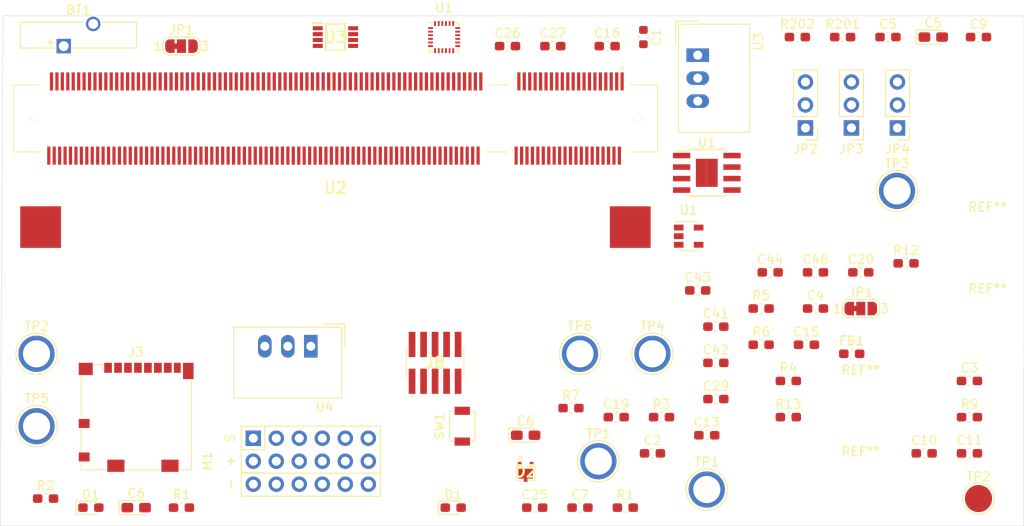
<source format=kicad_pcb>
(kicad_pcb (version 20171130) (host pcbnew "(5.1.6)-1")

  (general
    (thickness 1.6)
    (drawings 4)
    (tracks 0)
    (zones 0)
    (modules 72)
    (nets 163)
  )

  (page A4)
  (layers
    (0 F.Cu signal)
    (31 B.Cu signal)
    (32 B.Adhes user)
    (33 F.Adhes user)
    (34 B.Paste user)
    (35 F.Paste user)
    (36 B.SilkS user)
    (37 F.SilkS user)
    (38 B.Mask user)
    (39 F.Mask user)
    (40 Dwgs.User user)
    (41 Cmts.User user)
    (42 Eco1.User user)
    (43 Eco2.User user)
    (44 Edge.Cuts user)
    (45 Margin user)
    (46 B.CrtYd user)
    (47 F.CrtYd user)
    (48 B.Fab user)
    (49 F.Fab user hide)
  )

  (setup
    (last_trace_width 0.25)
    (trace_clearance 0.2)
    (zone_clearance 0.508)
    (zone_45_only no)
    (trace_min 0.2)
    (via_size 0.8)
    (via_drill 0.4)
    (via_min_size 0.4)
    (via_min_drill 0.3)
    (uvia_size 0.3)
    (uvia_drill 0.1)
    (uvias_allowed no)
    (uvia_min_size 0.2)
    (uvia_min_drill 0.1)
    (edge_width 0.05)
    (segment_width 0.2)
    (pcb_text_width 0.3)
    (pcb_text_size 1.5 1.5)
    (mod_edge_width 0.12)
    (mod_text_size 1 1)
    (mod_text_width 0.15)
    (pad_size 1.524 1.524)
    (pad_drill 0.762)
    (pad_to_mask_clearance 0.05)
    (aux_axis_origin 0 0)
    (visible_elements 7FFFFFFF)
    (pcbplotparams
      (layerselection 0x010fc_ffffffff)
      (usegerberextensions false)
      (usegerberattributes true)
      (usegerberadvancedattributes true)
      (creategerberjobfile true)
      (excludeedgelayer true)
      (linewidth 0.100000)
      (plotframeref false)
      (viasonmask false)
      (mode 1)
      (useauxorigin false)
      (hpglpennumber 1)
      (hpglpenspeed 20)
      (hpglpendiameter 15.000000)
      (psnegative false)
      (psa4output false)
      (plotreference true)
      (plotvalue true)
      (plotinvisibletext false)
      (padsonsilk false)
      (subtractmaskfromsilk false)
      (outputformat 1)
      (mirror false)
      (drillshape 1)
      (scaleselection 1)
      (outputdirectory ""))
  )

  (net 0 "")
  (net 1 "Net-(U1-Pad9)")
  (net 2 "Net-(U1-Pad8)")
  (net 3 "Net-(U1-Pad7)")
  (net 4 "Net-(U1-Pad6)")
  (net 5 "Net-(U1-Pad5)")
  (net 6 "Net-(U1-Pad4)")
  (net 7 "Net-(U1-Pad3)")
  (net 8 "Net-(U1-Pad2)")
  (net 9 "Net-(U1-Pad1)")
  (net 10 GND)
  (net 11 "Net-(U2-Pad198)")
  (net 12 "Net-(U2-Pad197)")
  (net 13 "Net-(U2-Pad196)")
  (net 14 "Net-(U2-Pad195)")
  (net 15 "Net-(U2-Pad194)")
  (net 16 "Net-(U2-Pad193)")
  (net 17 "Net-(U2-Pad192)")
  (net 18 "Net-(U2-Pad191)")
  (net 19 "Net-(U2-Pad190)")
  (net 20 "Net-(U2-Pad188)")
  (net 21 "Net-(U2-Pad187)")
  (net 22 "Net-(U2-Pad186)")
  (net 23 "Net-(U2-Pad183)")
  (net 24 "Net-(U2-Pad166)")
  (net 25 "Net-(U2-Pad164)")
  (net 26 "Net-(U2-Pad163)")
  (net 27 "Net-(U2-Pad162)")
  (net 28 "Net-(U2-Pad161)")
  (net 29 "Net-(U2-Pad160)")
  (net 30 "Net-(U2-Pad158)")
  (net 31 "Net-(U2-Pad154)")
  (net 32 "Net-(U2-Pad152)")
  (net 33 "Net-(U2-Pad142)")
  (net 34 "Net-(U2-Pad141)")
  (net 35 "Net-(U2-Pad139)")
  (net 36 "Net-(U2-Pad137)")
  (net 37 "Net-(U2-Pad134)")
  (net 38 "Net-(U2-Pad126)")
  (net 39 "Net-(U2-Pad124)")
  (net 40 "Net-(U2-Pad123)")
  (net 41 "Net-(U2-Pad122)")
  (net 42 "Net-(U2-Pad121)")
  (net 43 "Net-(U2-Pad118)")
  (net 44 "Net-(U2-Pad114)")
  (net 45 +5V)
  (net 46 "Net-(U2-Pad109)")
  (net 47 "Net-(U2-Pad105)")
  (net 48 "Net-(U2-Pad101)")
  (net 49 "Net-(U2-Pad99)")
  (net 50 "Net-(U2-Pad97)")
  (net 51 "Net-(U2-Pad95)")
  (net 52 "Net-(U2-Pad94)")
  (net 53 "Net-(U2-Pad86)")
  (net 54 "Net-(U2-Pad83)")
  (net 55 "Net-(U2-Pad78)")
  (net 56 "Net-(U2-Pad74)")
  (net 57 "Net-(U2-Pad72)")
  (net 58 "Net-(U2-Pad66)")
  (net 59 "Net-(U2-Pad64)")
  (net 60 "Net-(U2-Pad63)")
  (net 61 "Net-(U2-Pad61)")
  (net 62 "Net-(U2-Pad57)")
  (net 63 "Net-(U2-Pad53)")
  (net 64 "Net-(U2-Pad45)")
  (net 65 "Net-(U2-Pad44)")
  (net 66 "Net-(U2-Pad42)")
  (net 67 "Net-(U2-Pad39)")
  (net 68 "Net-(U2-Pad37)")
  (net 69 "Net-(U2-Pad36)")
  (net 70 "Net-(U2-Pad34)")
  (net 71 "Net-(U2-Pad33)")
  (net 72 "Net-(U2-Pad32)")
  (net 73 "Net-(U2-Pad31)")
  (net 74 "Net-(U2-Pad30)")
  (net 75 "Net-(U2-Pad27)")
  (net 76 "Net-(U2-Pad25)")
  (net 77 "Net-(U2-Pad24)")
  (net 78 "Net-(U2-Pad21)")
  (net 79 "Net-(U2-Pad19)")
  (net 80 "Net-(U2-Pad18)")
  (net 81 "Net-(U2-Pad16)")
  (net 82 "Net-(U2-Pad14)")
  (net 83 "Net-(U2-Pad13)")
  (net 84 "Net-(U2-Pad12)")
  (net 85 "Net-(U2-Pad11)")
  (net 86 "Net-(U2-Pad5)")
  (net 87 "Net-(U2-Pad3)")
  (net 88 "Net-(BT1-Pad1)")
  (net 89 /VDD-3V3)
  (net 90 /VOut-3V3)
  (net 91 "Net-(C4-Pad1)")
  (net 92 /VIN)
  (net 93 "Net-(D1-Pad2)")
  (net 94 /STM32-NRST)
  (net 95 /SWDCLK)
  (net 96 /SWO)
  (net 97 /SWDIO)
  (net 98 /TDI)
  (net 99 VDD)
  (net 100 +3V3)
  (net 101 "Net-(C9-Pad1)")
  (net 102 "Net-(C13-Pad1)")
  (net 103 /BATT_VOLT_SENS)
  (net 104 /SDCard/VDD_SDCARD)
  (net 105 "Net-(D2-Pad2)")
  (net 106 "Net-(D2-Pad1)")
  (net 107 /SDCard/Filtered_VDD)
  (net 108 /SDCard/DET_B)
  (net 109 /SDCard/DET_A)
  (net 110 /SD2-DATA0)
  (net 111 /SD2-CLK)
  (net 112 /SD2-CMD)
  (net 113 /SD2-DATA3)
  (net 114 /SD2-DATA1)
  (net 115 /SD2-DATA2)
  (net 116 "Net-(J8-Pad7)")
  (net 117 /BOOT0)
  (net 118 /BOOT1)
  (net 119 /BOOT2)
  (net 120 /PWM1)
  (net 121 /PWM2)
  (net 122 /PWM3)
  (net 123 /PWM4)
  (net 124 /PWM5)
  (net 125 /PWM6)
  (net 126 /ABAT)
  (net 127 /VBAT)
  (net 128 /BATT_CURRENT_SENS)
  (net 129 "Net-(R9-Pad1)")
  (net 130 /I2C1_SDA)
  (net 131 /I2C1_SCL)
  (net 132 /MOSI)
  (net 133 /MISO)
  (net 134 /SCLk)
  (net 135 /MPU9250_DRDY)
  (net 136 /MPU9250_CS)
  (net 137 "Net-(U1-Pad21)")
  (net 138 /SCLK)
  (net 139 "Net-(F3-Pad2)")
  (net 140 /USART1-RTS)
  (net 141 /USART6-TXD)
  (net 142 /UART4-RXD)
  (net 143 /USART1-CTS)
  (net 144 /UART4-TXD)
  (net 145 /USART1-TXD)
  (net 146 /USART1-RXD)
  (net 147 /USART6-RXD)
  (net 148 /USART3-RXD)
  (net 149 /USART3-TXD)
  (net 150 /PixhawkConnectors/FRSKY_OUT)
  (net 151 /PixhawkConnectors/FRSKY_IN)
  (net 152 /VOUT-3V3)
  (net 153 /Sensors_PowerDomain1/VDD_3V3_Sensors)
  (net 154 /Sensors_PowerDomain1/IMU_VDD_1V8)
  (net 155 /Safety_Switch_In)
  (net 156 /Sensors_PowerDomain1/ICM-20602_CS)
  (net 157 "Net-(C33-Pad1)")
  (net 158 /Sensors_PowerDomain1/VDD_3V3_SENSORS_EN)
  (net 159 /FRSKY_INV)
  (net 160 /Alarm)
  (net 161 /Safety_LED)
  (net 162 "Net-(M1-Pad11)")

  (net_class Default "This is the default net class."
    (clearance 0.2)
    (trace_width 0.25)
    (via_dia 0.8)
    (via_drill 0.4)
    (uvia_dia 0.3)
    (uvia_drill 0.1)
    (add_net +3V3)
    (add_net +5V)
    (add_net /ABAT)
    (add_net /Alarm)
    (add_net /BATT_CURRENT_SENS)
    (add_net /BATT_VOLT_SENS)
    (add_net /BOOT0)
    (add_net /BOOT1)
    (add_net /BOOT2)
    (add_net /FRSKY_INV)
    (add_net /I2C1_SCL)
    (add_net /I2C1_SDA)
    (add_net /MISO)
    (add_net /MOSI)
    (add_net /MPU9250_CS)
    (add_net /MPU9250_DRDY)
    (add_net /PWM1)
    (add_net /PWM2)
    (add_net /PWM3)
    (add_net /PWM4)
    (add_net /PWM5)
    (add_net /PWM6)
    (add_net /PixhawkConnectors/FRSKY_IN)
    (add_net /PixhawkConnectors/FRSKY_OUT)
    (add_net /SCLK)
    (add_net /SCLk)
    (add_net /SD2-CLK)
    (add_net /SD2-CMD)
    (add_net /SD2-DATA0)
    (add_net /SD2-DATA1)
    (add_net /SD2-DATA2)
    (add_net /SD2-DATA3)
    (add_net /SDCard/DET_A)
    (add_net /SDCard/DET_B)
    (add_net /SDCard/Filtered_VDD)
    (add_net /SDCard/VDD_SDCARD)
    (add_net /STM32-NRST)
    (add_net /SWDCLK)
    (add_net /SWDIO)
    (add_net /SWO)
    (add_net /Safety_LED)
    (add_net /Safety_Switch_In)
    (add_net /Sensors_PowerDomain1/ICM-20602_CS)
    (add_net /Sensors_PowerDomain1/IMU_VDD_1V8)
    (add_net /Sensors_PowerDomain1/VDD_3V3_SENSORS_EN)
    (add_net /Sensors_PowerDomain1/VDD_3V3_Sensors)
    (add_net /TDI)
    (add_net /UART4-RXD)
    (add_net /UART4-TXD)
    (add_net /USART1-CTS)
    (add_net /USART1-RTS)
    (add_net /USART1-RXD)
    (add_net /USART1-TXD)
    (add_net /USART3-RXD)
    (add_net /USART3-TXD)
    (add_net /USART6-RXD)
    (add_net /USART6-TXD)
    (add_net /VBAT)
    (add_net /VDD-3V3)
    (add_net /VIN)
    (add_net /VOUT-3V3)
    (add_net /VOut-3V3)
    (add_net GND)
    (add_net "Net-(BT1-Pad1)")
    (add_net "Net-(C13-Pad1)")
    (add_net "Net-(C33-Pad1)")
    (add_net "Net-(C4-Pad1)")
    (add_net "Net-(C9-Pad1)")
    (add_net "Net-(D1-Pad2)")
    (add_net "Net-(D2-Pad1)")
    (add_net "Net-(D2-Pad2)")
    (add_net "Net-(F3-Pad2)")
    (add_net "Net-(J8-Pad7)")
    (add_net "Net-(M1-Pad11)")
    (add_net "Net-(R9-Pad1)")
    (add_net "Net-(U1-Pad1)")
    (add_net "Net-(U1-Pad2)")
    (add_net "Net-(U1-Pad21)")
    (add_net "Net-(U1-Pad3)")
    (add_net "Net-(U1-Pad4)")
    (add_net "Net-(U1-Pad5)")
    (add_net "Net-(U1-Pad6)")
    (add_net "Net-(U1-Pad7)")
    (add_net "Net-(U1-Pad8)")
    (add_net "Net-(U1-Pad9)")
    (add_net "Net-(U2-Pad101)")
    (add_net "Net-(U2-Pad105)")
    (add_net "Net-(U2-Pad109)")
    (add_net "Net-(U2-Pad11)")
    (add_net "Net-(U2-Pad114)")
    (add_net "Net-(U2-Pad118)")
    (add_net "Net-(U2-Pad12)")
    (add_net "Net-(U2-Pad121)")
    (add_net "Net-(U2-Pad122)")
    (add_net "Net-(U2-Pad123)")
    (add_net "Net-(U2-Pad124)")
    (add_net "Net-(U2-Pad126)")
    (add_net "Net-(U2-Pad13)")
    (add_net "Net-(U2-Pad134)")
    (add_net "Net-(U2-Pad137)")
    (add_net "Net-(U2-Pad139)")
    (add_net "Net-(U2-Pad14)")
    (add_net "Net-(U2-Pad141)")
    (add_net "Net-(U2-Pad142)")
    (add_net "Net-(U2-Pad152)")
    (add_net "Net-(U2-Pad154)")
    (add_net "Net-(U2-Pad158)")
    (add_net "Net-(U2-Pad16)")
    (add_net "Net-(U2-Pad160)")
    (add_net "Net-(U2-Pad161)")
    (add_net "Net-(U2-Pad162)")
    (add_net "Net-(U2-Pad163)")
    (add_net "Net-(U2-Pad164)")
    (add_net "Net-(U2-Pad166)")
    (add_net "Net-(U2-Pad18)")
    (add_net "Net-(U2-Pad183)")
    (add_net "Net-(U2-Pad186)")
    (add_net "Net-(U2-Pad187)")
    (add_net "Net-(U2-Pad188)")
    (add_net "Net-(U2-Pad19)")
    (add_net "Net-(U2-Pad190)")
    (add_net "Net-(U2-Pad191)")
    (add_net "Net-(U2-Pad192)")
    (add_net "Net-(U2-Pad193)")
    (add_net "Net-(U2-Pad194)")
    (add_net "Net-(U2-Pad195)")
    (add_net "Net-(U2-Pad196)")
    (add_net "Net-(U2-Pad197)")
    (add_net "Net-(U2-Pad198)")
    (add_net "Net-(U2-Pad21)")
    (add_net "Net-(U2-Pad24)")
    (add_net "Net-(U2-Pad25)")
    (add_net "Net-(U2-Pad27)")
    (add_net "Net-(U2-Pad3)")
    (add_net "Net-(U2-Pad30)")
    (add_net "Net-(U2-Pad31)")
    (add_net "Net-(U2-Pad32)")
    (add_net "Net-(U2-Pad33)")
    (add_net "Net-(U2-Pad34)")
    (add_net "Net-(U2-Pad36)")
    (add_net "Net-(U2-Pad37)")
    (add_net "Net-(U2-Pad39)")
    (add_net "Net-(U2-Pad42)")
    (add_net "Net-(U2-Pad44)")
    (add_net "Net-(U2-Pad45)")
    (add_net "Net-(U2-Pad5)")
    (add_net "Net-(U2-Pad53)")
    (add_net "Net-(U2-Pad57)")
    (add_net "Net-(U2-Pad61)")
    (add_net "Net-(U2-Pad63)")
    (add_net "Net-(U2-Pad64)")
    (add_net "Net-(U2-Pad66)")
    (add_net "Net-(U2-Pad72)")
    (add_net "Net-(U2-Pad74)")
    (add_net "Net-(U2-Pad78)")
    (add_net "Net-(U2-Pad83)")
    (add_net "Net-(U2-Pad86)")
    (add_net "Net-(U2-Pad94)")
    (add_net "Net-(U2-Pad95)")
    (add_net "Net-(U2-Pad97)")
    (add_net "Net-(U2-Pad99)")
    (add_net VDD)
  )

  (module Servo3Way:3_6_2_54mm placed (layer F.Cu) (tedit 5ED29F3C) (tstamp 5ED370EC)
    (at 83.82 106.68 90)
    (descr "Through hole straight socket strip, 2x06, 2.54mm pitch, double cols (from Kicad 4.0.7), script generated")
    (tags "Through hole socket strip THT 2x06 2.54mm double row")
    (path /5F082D56/5F0F06B9)
    (fp_text reference M1 (at -2.54 -5.08 90) (layer F.SilkS)
      (effects (font (size 1 1) (thickness 0.15)))
    )
    (fp_text value Servo_Connector (at -1.27 15.47 90) (layer F.Fab)
      (effects (font (size 1 1) (thickness 0.15)))
    )
    (fp_text user - (at -5.08 -2.54 90) (layer F.SilkS)
      (effects (font (size 1 1) (thickness 0.15)))
    )
    (fp_text user + (at -2.54 -2.54 90) (layer F.SilkS)
      (effects (font (size 1 1) (thickness 0.15)))
    )
    (fp_text user S (at 0 -2.54 90) (layer F.SilkS)
      (effects (font (size 1 1) (thickness 0.15)))
    )
    (fp_text user %R (at -1.27 6.35) (layer F.Fab)
      (effects (font (size 1 1) (thickness 0.15)))
    )
    (fp_line (start 1.76 14.45) (end -6.88 14.45) (layer F.CrtYd) (width 0.05))
    (fp_line (start 1.76 -1.8) (end 1.76 14.45) (layer F.CrtYd) (width 0.05))
    (fp_line (start -6.88 -1.8) (end 1.76 -1.8) (layer F.CrtYd) (width 0.05))
    (fp_line (start -1.27 -1.33) (end 1.33 -1.33) (layer F.SilkS) (width 0.12))
    (fp_line (start 1.33 -1.27) (end 1.33 1.27) (layer F.SilkS) (width 0.12))
    (fp_line (start -1.27 -1.33) (end -1.27 1.27) (layer F.SilkS) (width 0.12))
    (fp_line (start -1.27 1.27) (end 1.33 1.27) (layer F.SilkS) (width 0.12))
    (fp_line (start 1.33 1.27) (end 1.33 14.03) (layer F.SilkS) (width 0.12))
    (fp_line (start -3.87 14.03) (end 1.33 14.03) (layer F.SilkS) (width 0.12))
    (fp_line (start -3.87 -1.33) (end -3.87 14.03) (layer F.SilkS) (width 0.12))
    (fp_line (start -3.87 -1.33) (end -1.27 -1.33) (layer F.SilkS) (width 0.12))
    (fp_line (start -3.81 13.97) (end -3.81 -1.27) (layer F.Fab) (width 0.1))
    (fp_line (start 1.27 13.97) (end -3.81 13.97) (layer F.Fab) (width 0.1))
    (fp_line (start 1.27 -0.27) (end 1.27 13.97) (layer F.Fab) (width 0.1))
    (fp_line (start 0.27 -1.27) (end 1.27 -0.27) (layer F.Fab) (width 0.1))
    (fp_line (start -3.81 -1.27) (end 0.27 -1.27) (layer F.Fab) (width 0.1))
    (fp_line (start -6.88 14.45) (end -6.88 -1.8) (layer F.CrtYd) (width 0.05))
    (fp_line (start -3.81 -1.33) (end -3.81 1.27) (layer F.SilkS) (width 0.12))
    (fp_line (start -6.41 -1.33) (end -6.41 14.03) (layer F.SilkS) (width 0.12))
    (fp_line (start -6.41 -1.33) (end -3.81 -1.33) (layer F.SilkS) (width 0.12))
    (fp_line (start -6.35 13.97) (end -6.35 -1.27) (layer F.Fab) (width 0.1))
    (fp_line (start -6.41 14.03) (end -3.87 14.03) (layer F.SilkS) (width 0.12))
    (pad 6 thru_hole oval (at -5.08 2.54 90) (size 1.7 1.7) (drill 1) (layers *.Cu *.Mask)
      (net 10 GND))
    (pad 9 thru_hole oval (at -5.08 5.08 90) (size 1.7 1.7) (drill 1) (layers *.Cu *.Mask)
      (net 10 GND))
    (pad 3 thru_hole oval (at -5.08 0 90) (size 1.7 1.7) (drill 1) (layers *.Cu *.Mask)
      (net 10 GND))
    (pad 12 thru_hole oval (at -5.08 7.62 90) (size 1.7 1.7) (drill 1) (layers *.Cu *.Mask)
      (net 10 GND))
    (pad 18 thru_hole oval (at -5.08 12.7 90) (size 1.7 1.7) (drill 1) (layers *.Cu *.Mask)
      (net 10 GND))
    (pad 15 thru_hole oval (at -5.08 10.16 90) (size 1.7 1.7) (drill 1) (layers *.Cu *.Mask)
      (net 10 GND))
    (pad 1 thru_hole rect (at 0 0 90) (size 1.7 1.7) (drill 1) (layers *.Cu *.Mask)
      (net 120 /PWM1))
    (pad 2 thru_hole oval (at -2.54 0 90) (size 1.7 1.7) (drill 1) (layers *.Cu *.Mask)
      (net 162 "Net-(M1-Pad11)"))
    (pad 4 thru_hole oval (at 0 2.54 90) (size 1.7 1.7) (drill 1) (layers *.Cu *.Mask)
      (net 121 /PWM2))
    (pad 5 thru_hole oval (at -2.54 2.54 90) (size 1.7 1.7) (drill 1) (layers *.Cu *.Mask)
      (net 162 "Net-(M1-Pad11)"))
    (pad 7 thru_hole oval (at 0 5.08 90) (size 1.7 1.7) (drill 1) (layers *.Cu *.Mask)
      (net 122 /PWM3))
    (pad 8 thru_hole oval (at -2.54 5.08 90) (size 1.7 1.7) (drill 1) (layers *.Cu *.Mask)
      (net 162 "Net-(M1-Pad11)"))
    (pad 10 thru_hole oval (at 0 7.62 90) (size 1.7 1.7) (drill 1) (layers *.Cu *.Mask)
      (net 123 /PWM4))
    (pad 11 thru_hole oval (at -2.54 7.62 90) (size 1.7 1.7) (drill 1) (layers *.Cu *.Mask)
      (net 162 "Net-(M1-Pad11)"))
    (pad 13 thru_hole oval (at 0 10.16 90) (size 1.7 1.7) (drill 1) (layers *.Cu *.Mask)
      (net 124 /PWM5))
    (pad 14 thru_hole oval (at -2.54 10.16 90) (size 1.7 1.7) (drill 1) (layers *.Cu *.Mask)
      (net 162 "Net-(M1-Pad11)"))
    (pad 16 thru_hole oval (at 0 12.7 90) (size 1.7 1.7) (drill 1) (layers *.Cu *.Mask)
      (net 125 /PWM6))
    (pad 17 thru_hole oval (at -2.54 12.7 90) (size 1.7 1.7) (drill 1) (layers *.Cu *.Mask)
      (net 162 "Net-(M1-Pad11)"))
    (model ${KISYS3DMOD}/Connector_PinSocket_2.54mm.3dshapes/PinSocket_2x06_P2.54mm_Vertical.wrl
      (at (xyz 0 0 0))
      (scale (xyz 1 1 1))
      (rotate (xyz 0 0 0))
    )
  )

  (module Resistor_SMD:R_0603_1608Metric_Pad1.05x0.95mm_HandSolder placed (layer F.Cu) (tedit 5B301BBD) (tstamp 5ED31D5D)
    (at 139.89 92.35)
    (descr "Resistor SMD 0603 (1608 Metric), square (rectangular) end terminal, IPC_7351 nominal with elongated pad for handsoldering. (Body size source: http://www.tortai-tech.com/upload/download/2011102023233369053.pdf), generated with kicad-footprint-generator")
    (tags "resistor handsolder")
    (path /5EEC19DF)
    (attr smd)
    (fp_text reference R5 (at 0 -1.43) (layer F.SilkS)
      (effects (font (size 1 1) (thickness 0.15)))
    )
    (fp_text value 1M (at 0 1.43) (layer F.Fab)
      (effects (font (size 1 1) (thickness 0.15)))
    )
    (fp_text user %R (at 0 0) (layer F.Fab)
      (effects (font (size 0.4 0.4) (thickness 0.06)))
    )
    (fp_line (start -0.8 0.4) (end -0.8 -0.4) (layer F.Fab) (width 0.1))
    (fp_line (start -0.8 -0.4) (end 0.8 -0.4) (layer F.Fab) (width 0.1))
    (fp_line (start 0.8 -0.4) (end 0.8 0.4) (layer F.Fab) (width 0.1))
    (fp_line (start 0.8 0.4) (end -0.8 0.4) (layer F.Fab) (width 0.1))
    (fp_line (start -0.171267 -0.51) (end 0.171267 -0.51) (layer F.SilkS) (width 0.12))
    (fp_line (start -0.171267 0.51) (end 0.171267 0.51) (layer F.SilkS) (width 0.12))
    (fp_line (start -1.65 0.73) (end -1.65 -0.73) (layer F.CrtYd) (width 0.05))
    (fp_line (start -1.65 -0.73) (end 1.65 -0.73) (layer F.CrtYd) (width 0.05))
    (fp_line (start 1.65 -0.73) (end 1.65 0.73) (layer F.CrtYd) (width 0.05))
    (fp_line (start 1.65 0.73) (end -1.65 0.73) (layer F.CrtYd) (width 0.05))
    (pad 2 smd roundrect (at 0.875 0) (size 1.05 0.95) (layers F.Cu F.Paste F.Mask) (roundrect_rratio 0.25)
      (net 10 GND))
    (pad 1 smd roundrect (at -0.875 0) (size 1.05 0.95) (layers F.Cu F.Paste F.Mask) (roundrect_rratio 0.25)
      (net 103 /BATT_VOLT_SENS))
    (model ${KISYS3DMOD}/Resistor_SMD.3dshapes/R_0603_1608Metric.wrl
      (at (xyz 0 0 0))
      (scale (xyz 1 1 1))
      (rotate (xyz 0 0 0))
    )
  )

  (module Resistor_SMD:R_0603_1608Metric_Pad1.05x0.95mm_HandSolder placed (layer F.Cu) (tedit 5B301BBD) (tstamp 5ED31D0C)
    (at 60.89 113.35)
    (descr "Resistor SMD 0603 (1608 Metric), square (rectangular) end terminal, IPC_7351 nominal with elongated pad for handsoldering. (Body size source: http://www.tortai-tech.com/upload/download/2011102023233369053.pdf), generated with kicad-footprint-generator")
    (tags "resistor handsolder")
    (path /5F0822C9)
    (attr smd)
    (fp_text reference R2 (at 0 -1.43) (layer F.SilkS)
      (effects (font (size 1 1) (thickness 0.15)))
    )
    (fp_text value 1M (at 0 1.43) (layer F.Fab)
      (effects (font (size 1 1) (thickness 0.15)))
    )
    (fp_text user %R (at 0 0) (layer F.Fab)
      (effects (font (size 0.4 0.4) (thickness 0.06)))
    )
    (fp_line (start -0.8 0.4) (end -0.8 -0.4) (layer F.Fab) (width 0.1))
    (fp_line (start -0.8 -0.4) (end 0.8 -0.4) (layer F.Fab) (width 0.1))
    (fp_line (start 0.8 -0.4) (end 0.8 0.4) (layer F.Fab) (width 0.1))
    (fp_line (start 0.8 0.4) (end -0.8 0.4) (layer F.Fab) (width 0.1))
    (fp_line (start -0.171267 -0.51) (end 0.171267 -0.51) (layer F.SilkS) (width 0.12))
    (fp_line (start -0.171267 0.51) (end 0.171267 0.51) (layer F.SilkS) (width 0.12))
    (fp_line (start -1.65 0.73) (end -1.65 -0.73) (layer F.CrtYd) (width 0.05))
    (fp_line (start -1.65 -0.73) (end 1.65 -0.73) (layer F.CrtYd) (width 0.05))
    (fp_line (start 1.65 -0.73) (end 1.65 0.73) (layer F.CrtYd) (width 0.05))
    (fp_line (start 1.65 0.73) (end -1.65 0.73) (layer F.CrtYd) (width 0.05))
    (pad 2 smd roundrect (at 0.875 0) (size 1.05 0.95) (layers F.Cu F.Paste F.Mask) (roundrect_rratio 0.25)
      (net 10 GND))
    (pad 1 smd roundrect (at -0.875 0) (size 1.05 0.95) (layers F.Cu F.Paste F.Mask) (roundrect_rratio 0.25)
      (net 128 /BATT_CURRENT_SENS))
    (model ${KISYS3DMOD}/Resistor_SMD.3dshapes/R_0603_1608Metric.wrl
      (at (xyz 0 0 0))
      (scale (xyz 1 1 1))
      (rotate (xyz 0 0 0))
    )
  )

  (module Capacitor_SMD:C_0603_1608Metric_Pad1.05x0.95mm_HandSolder placed (layer F.Cu) (tedit 5B301BBE) (tstamp 5ED31A67)
    (at 116.89 63.35)
    (descr "Capacitor SMD 0603 (1608 Metric), square (rectangular) end terminal, IPC_7351 nominal with elongated pad for handsoldering. (Body size source: http://www.tortai-tech.com/upload/download/2011102023233369053.pdf), generated with kicad-footprint-generator")
    (tags "capacitor handsolder")
    (path /5EF6B0D5/5F100D4B)
    (attr smd)
    (fp_text reference C27 (at 0 -1.43) (layer F.SilkS)
      (effects (font (size 1 1) (thickness 0.15)))
    )
    (fp_text value 100nF (at 0 1.43) (layer F.Fab)
      (effects (font (size 1 1) (thickness 0.15)))
    )
    (fp_text user %R (at 0 0) (layer F.Fab)
      (effects (font (size 0.4 0.4) (thickness 0.06)))
    )
    (fp_line (start -0.8 0.4) (end -0.8 -0.4) (layer F.Fab) (width 0.1))
    (fp_line (start -0.8 -0.4) (end 0.8 -0.4) (layer F.Fab) (width 0.1))
    (fp_line (start 0.8 -0.4) (end 0.8 0.4) (layer F.Fab) (width 0.1))
    (fp_line (start 0.8 0.4) (end -0.8 0.4) (layer F.Fab) (width 0.1))
    (fp_line (start -0.171267 -0.51) (end 0.171267 -0.51) (layer F.SilkS) (width 0.12))
    (fp_line (start -0.171267 0.51) (end 0.171267 0.51) (layer F.SilkS) (width 0.12))
    (fp_line (start -1.65 0.73) (end -1.65 -0.73) (layer F.CrtYd) (width 0.05))
    (fp_line (start -1.65 -0.73) (end 1.65 -0.73) (layer F.CrtYd) (width 0.05))
    (fp_line (start 1.65 -0.73) (end 1.65 0.73) (layer F.CrtYd) (width 0.05))
    (fp_line (start 1.65 0.73) (end -1.65 0.73) (layer F.CrtYd) (width 0.05))
    (pad 2 smd roundrect (at 0.875 0) (size 1.05 0.95) (layers F.Cu F.Paste F.Mask) (roundrect_rratio 0.25)
      (net 10 GND))
    (pad 1 smd roundrect (at -0.875 0) (size 1.05 0.95) (layers F.Cu F.Paste F.Mask) (roundrect_rratio 0.25)
      (net 100 +3V3))
    (model ${KISYS3DMOD}/Capacitor_SMD.3dshapes/C_0603_1608Metric.wrl
      (at (xyz 0 0 0))
      (scale (xyz 1 1 1))
      (rotate (xyz 0 0 0))
    )
  )

  (module Capacitor_SMD:C_0603_1608Metric_Pad1.05x0.95mm_HandSolder placed (layer F.Cu) (tedit 5B301BBE) (tstamp 5ED31A56)
    (at 111.89 63.35)
    (descr "Capacitor SMD 0603 (1608 Metric), square (rectangular) end terminal, IPC_7351 nominal with elongated pad for handsoldering. (Body size source: http://www.tortai-tech.com/upload/download/2011102023233369053.pdf), generated with kicad-footprint-generator")
    (tags "capacitor handsolder")
    (path /5EF6B0D5/5F102DEA)
    (attr smd)
    (fp_text reference C26 (at 0 -1.43) (layer F.SilkS)
      (effects (font (size 1 1) (thickness 0.15)))
    )
    (fp_text value 10uF (at 0 1.43) (layer F.Fab)
      (effects (font (size 1 1) (thickness 0.15)))
    )
    (fp_text user %R (at 0 0) (layer F.Fab)
      (effects (font (size 0.4 0.4) (thickness 0.06)))
    )
    (fp_line (start -0.8 0.4) (end -0.8 -0.4) (layer F.Fab) (width 0.1))
    (fp_line (start -0.8 -0.4) (end 0.8 -0.4) (layer F.Fab) (width 0.1))
    (fp_line (start 0.8 -0.4) (end 0.8 0.4) (layer F.Fab) (width 0.1))
    (fp_line (start 0.8 0.4) (end -0.8 0.4) (layer F.Fab) (width 0.1))
    (fp_line (start -0.171267 -0.51) (end 0.171267 -0.51) (layer F.SilkS) (width 0.12))
    (fp_line (start -0.171267 0.51) (end 0.171267 0.51) (layer F.SilkS) (width 0.12))
    (fp_line (start -1.65 0.73) (end -1.65 -0.73) (layer F.CrtYd) (width 0.05))
    (fp_line (start -1.65 -0.73) (end 1.65 -0.73) (layer F.CrtYd) (width 0.05))
    (fp_line (start 1.65 -0.73) (end 1.65 0.73) (layer F.CrtYd) (width 0.05))
    (fp_line (start 1.65 0.73) (end -1.65 0.73) (layer F.CrtYd) (width 0.05))
    (pad 2 smd roundrect (at 0.875 0) (size 1.05 0.95) (layers F.Cu F.Paste F.Mask) (roundrect_rratio 0.25)
      (net 10 GND))
    (pad 1 smd roundrect (at -0.875 0) (size 1.05 0.95) (layers F.Cu F.Paste F.Mask) (roundrect_rratio 0.25)
      (net 100 +3V3))
    (model ${KISYS3DMOD}/Capacitor_SMD.3dshapes/C_0603_1608Metric.wrl
      (at (xyz 0 0 0))
      (scale (xyz 1 1 1))
      (rotate (xyz 0 0 0))
    )
  )

  (module Capacitor_SMD:C_0603_1608Metric_Pad1.05x0.95mm_HandSolder placed (layer F.Cu) (tedit 5B301BBE) (tstamp 5ED31A45)
    (at 114.89 114.35)
    (descr "Capacitor SMD 0603 (1608 Metric), square (rectangular) end terminal, IPC_7351 nominal with elongated pad for handsoldering. (Body size source: http://www.tortai-tech.com/upload/download/2011102023233369053.pdf), generated with kicad-footprint-generator")
    (tags "capacitor handsolder")
    (path /5EF6B0D5/5F103B0A)
    (attr smd)
    (fp_text reference C25 (at 0 -1.43) (layer F.SilkS)
      (effects (font (size 1 1) (thickness 0.15)))
    )
    (fp_text value 10uF (at 0 1.43) (layer F.Fab)
      (effects (font (size 1 1) (thickness 0.15)))
    )
    (fp_text user %R (at 0 0) (layer F.Fab)
      (effects (font (size 0.4 0.4) (thickness 0.06)))
    )
    (fp_line (start -0.8 0.4) (end -0.8 -0.4) (layer F.Fab) (width 0.1))
    (fp_line (start -0.8 -0.4) (end 0.8 -0.4) (layer F.Fab) (width 0.1))
    (fp_line (start 0.8 -0.4) (end 0.8 0.4) (layer F.Fab) (width 0.1))
    (fp_line (start 0.8 0.4) (end -0.8 0.4) (layer F.Fab) (width 0.1))
    (fp_line (start -0.171267 -0.51) (end 0.171267 -0.51) (layer F.SilkS) (width 0.12))
    (fp_line (start -0.171267 0.51) (end 0.171267 0.51) (layer F.SilkS) (width 0.12))
    (fp_line (start -1.65 0.73) (end -1.65 -0.73) (layer F.CrtYd) (width 0.05))
    (fp_line (start -1.65 -0.73) (end 1.65 -0.73) (layer F.CrtYd) (width 0.05))
    (fp_line (start 1.65 -0.73) (end 1.65 0.73) (layer F.CrtYd) (width 0.05))
    (fp_line (start 1.65 0.73) (end -1.65 0.73) (layer F.CrtYd) (width 0.05))
    (pad 2 smd roundrect (at 0.875 0) (size 1.05 0.95) (layers F.Cu F.Paste F.Mask) (roundrect_rratio 0.25)
      (net 10 GND))
    (pad 1 smd roundrect (at -0.875 0) (size 1.05 0.95) (layers F.Cu F.Paste F.Mask) (roundrect_rratio 0.25)
      (net 45 +5V))
    (model ${KISYS3DMOD}/Capacitor_SMD.3dshapes/C_0603_1608Metric.wrl
      (at (xyz 0 0 0))
      (scale (xyz 1 1 1))
      (rotate (xyz 0 0 0))
    )
  )

  (module Capacitor_SMD:C_0603_1608Metric_Pad1.05x0.95mm_HandSolder placed (layer F.Cu) (tedit 5B301BBE) (tstamp 5ED31A14)
    (at 123.89 104.35)
    (descr "Capacitor SMD 0603 (1608 Metric), square (rectangular) end terminal, IPC_7351 nominal with elongated pad for handsoldering. (Body size source: http://www.tortai-tech.com/upload/download/2011102023233369053.pdf), generated with kicad-footprint-generator")
    (tags "capacitor handsolder")
    (path /5F0C8163)
    (attr smd)
    (fp_text reference C19 (at 0 -1.43) (layer F.SilkS)
      (effects (font (size 1 1) (thickness 0.15)))
    )
    (fp_text value 100nF (at 0 1.43) (layer F.Fab)
      (effects (font (size 1 1) (thickness 0.15)))
    )
    (fp_text user %R (at 0 0) (layer F.Fab)
      (effects (font (size 0.4 0.4) (thickness 0.06)))
    )
    (fp_line (start -0.8 0.4) (end -0.8 -0.4) (layer F.Fab) (width 0.1))
    (fp_line (start -0.8 -0.4) (end 0.8 -0.4) (layer F.Fab) (width 0.1))
    (fp_line (start 0.8 -0.4) (end 0.8 0.4) (layer F.Fab) (width 0.1))
    (fp_line (start 0.8 0.4) (end -0.8 0.4) (layer F.Fab) (width 0.1))
    (fp_line (start -0.171267 -0.51) (end 0.171267 -0.51) (layer F.SilkS) (width 0.12))
    (fp_line (start -0.171267 0.51) (end 0.171267 0.51) (layer F.SilkS) (width 0.12))
    (fp_line (start -1.65 0.73) (end -1.65 -0.73) (layer F.CrtYd) (width 0.05))
    (fp_line (start -1.65 -0.73) (end 1.65 -0.73) (layer F.CrtYd) (width 0.05))
    (fp_line (start 1.65 -0.73) (end 1.65 0.73) (layer F.CrtYd) (width 0.05))
    (fp_line (start 1.65 0.73) (end -1.65 0.73) (layer F.CrtYd) (width 0.05))
    (pad 2 smd roundrect (at 0.875 0) (size 1.05 0.95) (layers F.Cu F.Paste F.Mask) (roundrect_rratio 0.25)
      (net 10 GND))
    (pad 1 smd roundrect (at -0.875 0) (size 1.05 0.95) (layers F.Cu F.Paste F.Mask) (roundrect_rratio 0.25)
      (net 128 /BATT_CURRENT_SENS))
    (model ${KISYS3DMOD}/Capacitor_SMD.3dshapes/C_0603_1608Metric.wrl
      (at (xyz 0 0 0))
      (scale (xyz 1 1 1))
      (rotate (xyz 0 0 0))
    )
  )

  (module Capacitor_SMD:C_0603_1608Metric_Pad1.05x0.95mm_HandSolder placed (layer F.Cu) (tedit 5B301BBE) (tstamp 5ED31A03)
    (at 122.89 63.35)
    (descr "Capacitor SMD 0603 (1608 Metric), square (rectangular) end terminal, IPC_7351 nominal with elongated pad for handsoldering. (Body size source: http://www.tortai-tech.com/upload/download/2011102023233369053.pdf), generated with kicad-footprint-generator")
    (tags "capacitor handsolder")
    (path /5EDB4AB1/5EEF13AB)
    (attr smd)
    (fp_text reference C16 (at 0 -1.43) (layer F.SilkS)
      (effects (font (size 1 1) (thickness 0.15)))
    )
    (fp_text value 100nF (at 0 1.43) (layer F.Fab)
      (effects (font (size 1 1) (thickness 0.15)))
    )
    (fp_text user %R (at 0 0) (layer F.Fab)
      (effects (font (size 0.4 0.4) (thickness 0.06)))
    )
    (fp_line (start -0.8 0.4) (end -0.8 -0.4) (layer F.Fab) (width 0.1))
    (fp_line (start -0.8 -0.4) (end 0.8 -0.4) (layer F.Fab) (width 0.1))
    (fp_line (start 0.8 -0.4) (end 0.8 0.4) (layer F.Fab) (width 0.1))
    (fp_line (start 0.8 0.4) (end -0.8 0.4) (layer F.Fab) (width 0.1))
    (fp_line (start -0.171267 -0.51) (end 0.171267 -0.51) (layer F.SilkS) (width 0.12))
    (fp_line (start -0.171267 0.51) (end 0.171267 0.51) (layer F.SilkS) (width 0.12))
    (fp_line (start -1.65 0.73) (end -1.65 -0.73) (layer F.CrtYd) (width 0.05))
    (fp_line (start -1.65 -0.73) (end 1.65 -0.73) (layer F.CrtYd) (width 0.05))
    (fp_line (start 1.65 -0.73) (end 1.65 0.73) (layer F.CrtYd) (width 0.05))
    (fp_line (start 1.65 0.73) (end -1.65 0.73) (layer F.CrtYd) (width 0.05))
    (pad 2 smd roundrect (at 0.875 0) (size 1.05 0.95) (layers F.Cu F.Paste F.Mask) (roundrect_rratio 0.25)
      (net 10 GND))
    (pad 1 smd roundrect (at -0.875 0) (size 1.05 0.95) (layers F.Cu F.Paste F.Mask) (roundrect_rratio 0.25)
      (net 100 +3V3))
    (model ${KISYS3DMOD}/Capacitor_SMD.3dshapes/C_0603_1608Metric.wrl
      (at (xyz 0 0 0))
      (scale (xyz 1 1 1))
      (rotate (xyz 0 0 0))
    )
  )

  (module Converter_DCDC:Converter_DCDC_TRACO_TSR-1_THT placed (layer F.Cu) (tedit 59FE1FB7) (tstamp 5ED2E8BB)
    (at 90.17 96.52 180)
    (descr "DCDC-Converter, TRACO, TSR 1-xxxx")
    (tags "DCDC-Converter TRACO TSR-1")
    (path /5EF6B0D5/5F0F90EB)
    (fp_text reference U4 (at -1.5 -6.71) (layer F.SilkS)
      (effects (font (size 1 1) (thickness 0.15)))
    )
    (fp_text value TSR_1-2433 (at 2.5 3.25) (layer F.Fab)
      (effects (font (size 1 1) (thickness 0.15)))
    )
    (fp_text user %R (at 3 -3) (layer F.Fab)
      (effects (font (size 1 1) (thickness 0.15)))
    )
    (fp_line (start -3.75 2.45) (end -1.42 2.45) (layer F.SilkS) (width 0.12))
    (fp_line (start -3.75 0) (end -3.75 2.45) (layer F.SilkS) (width 0.12))
    (fp_line (start -3.3 1) (end -2.3 2) (layer F.Fab) (width 0.1))
    (fp_line (start -3.3 1) (end -3.3 -5.6) (layer F.Fab) (width 0.1))
    (fp_line (start 8.4 2) (end 8.4 -5.6) (layer F.Fab) (width 0.1))
    (fp_line (start -3.3 -5.6) (end 8.4 -5.6) (layer F.Fab) (width 0.1))
    (fp_line (start -3.55 2.25) (end -3.55 -5.85) (layer F.CrtYd) (width 0.05))
    (fp_line (start 8.65 2.25) (end -3.55 2.25) (layer F.CrtYd) (width 0.05))
    (fp_line (start 8.65 -5.85) (end 8.65 2.25) (layer F.CrtYd) (width 0.05))
    (fp_line (start -3.55 -5.85) (end 8.65 -5.85) (layer F.CrtYd) (width 0.05))
    (fp_line (start 8.52 2.12) (end -3.42 2.12) (layer F.SilkS) (width 0.12))
    (fp_line (start 8.52 -5.73) (end 8.52 2.12) (layer F.SilkS) (width 0.12))
    (fp_line (start -3.42 -5.73) (end 8.52 -5.73) (layer F.SilkS) (width 0.12))
    (fp_line (start -3.42 2.12) (end -3.42 -5.73) (layer F.SilkS) (width 0.12))
    (fp_line (start -2.3 2) (end 8.4 2) (layer F.Fab) (width 0.1))
    (pad 3 thru_hole oval (at 5.08 0 180) (size 1.5 2.5) (drill 1) (layers *.Cu *.Mask)
      (net 100 +3V3))
    (pad 2 thru_hole oval (at 2.54 0 180) (size 1.5 2.5) (drill 1) (layers *.Cu *.Mask)
      (net 10 GND))
    (pad 1 thru_hole rect (at 0 0 180) (size 1.5 2.5) (drill 1) (layers *.Cu *.Mask)
      (net 45 +5V))
    (model ${KISYS3DMOD}/Converter_DCDC.3dshapes/Converter_DCDC_TRACO_TSR-1_THT.wrl
      (at (xyz 0 0 0))
      (scale (xyz 1 1 1))
      (rotate (xyz 0 0 0))
    )
  )

  (module Package_TO_SOT_SMD:SOT-23-5 placed (layer F.Cu) (tedit 5A02FF57) (tstamp 5ED2E688)
    (at 131.89 84.35)
    (descr "5-pin SOT23 package")
    (tags SOT-23-5)
    (path /5F064FD4/5ED369AB)
    (attr smd)
    (fp_text reference U1 (at 0 -2.9) (layer F.SilkS)
      (effects (font (size 1 1) (thickness 0.15)))
    )
    (fp_text value TPS79318-EP (at 0 2.9) (layer F.Fab)
      (effects (font (size 1 1) (thickness 0.15)))
    )
    (fp_text user %R (at 0 0 90) (layer F.Fab)
      (effects (font (size 0.5 0.5) (thickness 0.075)))
    )
    (fp_line (start -0.9 1.61) (end 0.9 1.61) (layer F.SilkS) (width 0.12))
    (fp_line (start 0.9 -1.61) (end -1.55 -1.61) (layer F.SilkS) (width 0.12))
    (fp_line (start -1.9 -1.8) (end 1.9 -1.8) (layer F.CrtYd) (width 0.05))
    (fp_line (start 1.9 -1.8) (end 1.9 1.8) (layer F.CrtYd) (width 0.05))
    (fp_line (start 1.9 1.8) (end -1.9 1.8) (layer F.CrtYd) (width 0.05))
    (fp_line (start -1.9 1.8) (end -1.9 -1.8) (layer F.CrtYd) (width 0.05))
    (fp_line (start -0.9 -0.9) (end -0.25 -1.55) (layer F.Fab) (width 0.1))
    (fp_line (start 0.9 -1.55) (end -0.25 -1.55) (layer F.Fab) (width 0.1))
    (fp_line (start -0.9 -0.9) (end -0.9 1.55) (layer F.Fab) (width 0.1))
    (fp_line (start 0.9 1.55) (end -0.9 1.55) (layer F.Fab) (width 0.1))
    (fp_line (start 0.9 -1.55) (end 0.9 1.55) (layer F.Fab) (width 0.1))
    (pad 5 smd rect (at 1.1 -0.95) (size 1.06 0.65) (layers F.Cu F.Paste F.Mask)
      (net 154 /Sensors_PowerDomain1/IMU_VDD_1V8))
    (pad 4 smd rect (at 1.1 0.95) (size 1.06 0.65) (layers F.Cu F.Paste F.Mask)
      (net 157 "Net-(C33-Pad1)"))
    (pad 3 smd rect (at -1.1 0.95) (size 1.06 0.65) (layers F.Cu F.Paste F.Mask)
      (net 158 /Sensors_PowerDomain1/VDD_3V3_SENSORS_EN))
    (pad 2 smd rect (at -1.1 0) (size 1.06 0.65) (layers F.Cu F.Paste F.Mask)
      (net 8 "Net-(U1-Pad2)"))
    (pad 1 smd rect (at -1.1 -0.95) (size 1.06 0.65) (layers F.Cu F.Paste F.Mask)
      (net 153 /Sensors_PowerDomain1/VDD_3V3_Sensors))
    (model ${KISYS3DMOD}/Package_TO_SOT_SMD.3dshapes/SOT-23-5.wrl
      (at (xyz 0 0 0))
      (scale (xyz 1 1 1))
      (rotate (xyz 0 0 0))
    )
  )

  (module Capacitor_SMD:C_0603_1608Metric_Pad1.05x0.95mm_HandSolder placed (layer F.Cu) (tedit 5B301BBE) (tstamp 5ED2E5D1)
    (at 142.89 104.35)
    (descr "Capacitor SMD 0603 (1608 Metric), square (rectangular) end terminal, IPC_7351 nominal with elongated pad for handsoldering. (Body size source: http://www.tortai-tech.com/upload/download/2011102023233369053.pdf), generated with kicad-footprint-generator")
    (tags "capacitor handsolder")
    (path /5F064FD4/5ED1E493)
    (attr smd)
    (fp_text reference R13 (at 0 -1.43) (layer F.SilkS)
      (effects (font (size 1 1) (thickness 0.15)))
    )
    (fp_text value 2k2 (at 0 1.43) (layer F.Fab)
      (effects (font (size 1 1) (thickness 0.15)))
    )
    (fp_text user %R (at 0 0) (layer F.Fab)
      (effects (font (size 0.4 0.4) (thickness 0.06)))
    )
    (fp_line (start -0.8 0.4) (end -0.8 -0.4) (layer F.Fab) (width 0.1))
    (fp_line (start -0.8 -0.4) (end 0.8 -0.4) (layer F.Fab) (width 0.1))
    (fp_line (start 0.8 -0.4) (end 0.8 0.4) (layer F.Fab) (width 0.1))
    (fp_line (start 0.8 0.4) (end -0.8 0.4) (layer F.Fab) (width 0.1))
    (fp_line (start -0.171267 -0.51) (end 0.171267 -0.51) (layer F.SilkS) (width 0.12))
    (fp_line (start -0.171267 0.51) (end 0.171267 0.51) (layer F.SilkS) (width 0.12))
    (fp_line (start -1.65 0.73) (end -1.65 -0.73) (layer F.CrtYd) (width 0.05))
    (fp_line (start -1.65 -0.73) (end 1.65 -0.73) (layer F.CrtYd) (width 0.05))
    (fp_line (start 1.65 -0.73) (end 1.65 0.73) (layer F.CrtYd) (width 0.05))
    (fp_line (start 1.65 0.73) (end -1.65 0.73) (layer F.CrtYd) (width 0.05))
    (pad 2 smd roundrect (at 0.875 0) (size 1.05 0.95) (layers F.Cu F.Paste F.Mask) (roundrect_rratio 0.25)
      (net 10 GND))
    (pad 1 smd roundrect (at -0.875 0) (size 1.05 0.95) (layers F.Cu F.Paste F.Mask) (roundrect_rratio 0.25)
      (net 156 /Sensors_PowerDomain1/ICM-20602_CS))
    (model ${KISYS3DMOD}/Capacitor_SMD.3dshapes/C_0603_1608Metric.wrl
      (at (xyz 0 0 0))
      (scale (xyz 1 1 1))
      (rotate (xyz 0 0 0))
    )
  )

  (module Resistor_SMD:R_0603_1608Metric_Pad1.05x0.95mm_HandSolder placed (layer F.Cu) (tedit 5B301BBD) (tstamp 5ED2E5C0)
    (at 155.89 87.35)
    (descr "Resistor SMD 0603 (1608 Metric), square (rectangular) end terminal, IPC_7351 nominal with elongated pad for handsoldering. (Body size source: http://www.tortai-tech.com/upload/download/2011102023233369053.pdf), generated with kicad-footprint-generator")
    (tags "resistor handsolder")
    (path /5ED8E7B0/5ECFBF90)
    (attr smd)
    (fp_text reference R12 (at 0 -1.43) (layer F.SilkS)
      (effects (font (size 1 1) (thickness 0.15)))
    )
    (fp_text value 1K5 (at 0 1.43) (layer F.Fab)
      (effects (font (size 1 1) (thickness 0.15)))
    )
    (fp_text user %R (at 0 0) (layer F.Fab)
      (effects (font (size 0.4 0.4) (thickness 0.06)))
    )
    (fp_line (start -0.8 0.4) (end -0.8 -0.4) (layer F.Fab) (width 0.1))
    (fp_line (start -0.8 -0.4) (end 0.8 -0.4) (layer F.Fab) (width 0.1))
    (fp_line (start 0.8 -0.4) (end 0.8 0.4) (layer F.Fab) (width 0.1))
    (fp_line (start 0.8 0.4) (end -0.8 0.4) (layer F.Fab) (width 0.1))
    (fp_line (start -0.171267 -0.51) (end 0.171267 -0.51) (layer F.SilkS) (width 0.12))
    (fp_line (start -0.171267 0.51) (end 0.171267 0.51) (layer F.SilkS) (width 0.12))
    (fp_line (start -1.65 0.73) (end -1.65 -0.73) (layer F.CrtYd) (width 0.05))
    (fp_line (start -1.65 -0.73) (end 1.65 -0.73) (layer F.CrtYd) (width 0.05))
    (fp_line (start 1.65 -0.73) (end 1.65 0.73) (layer F.CrtYd) (width 0.05))
    (fp_line (start 1.65 0.73) (end -1.65 0.73) (layer F.CrtYd) (width 0.05))
    (pad 2 smd roundrect (at 0.875 0) (size 1.05 0.95) (layers F.Cu F.Paste F.Mask) (roundrect_rratio 0.25)
      (net 155 /Safety_Switch_In))
    (pad 1 smd roundrect (at -0.875 0) (size 1.05 0.95) (layers F.Cu F.Paste F.Mask) (roundrect_rratio 0.25)
      (net 10 GND))
    (model ${KISYS3DMOD}/Resistor_SMD.3dshapes/R_0603_1608Metric.wrl
      (at (xyz 0 0 0))
      (scale (xyz 1 1 1))
      (rotate (xyz 0 0 0))
    )
  )

  (module Capacitor_SMD:C_0603_1608Metric_Pad1.05x0.95mm_HandSolder placed (layer F.Cu) (tedit 5B301BBE) (tstamp 5ED2E33B)
    (at 145.89 88.35)
    (descr "Capacitor SMD 0603 (1608 Metric), square (rectangular) end terminal, IPC_7351 nominal with elongated pad for handsoldering. (Body size source: http://www.tortai-tech.com/upload/download/2011102023233369053.pdf), generated with kicad-footprint-generator")
    (tags "capacitor handsolder")
    (path /5F064FD4/5ED6CC01)
    (attr smd)
    (fp_text reference C46 (at 0 -1.43) (layer F.SilkS)
      (effects (font (size 1 1) (thickness 0.15)))
    )
    (fp_text value 100nF (at 0 1.43) (layer F.Fab)
      (effects (font (size 1 1) (thickness 0.15)))
    )
    (fp_text user %R (at 0 0) (layer F.Fab)
      (effects (font (size 0.4 0.4) (thickness 0.06)))
    )
    (fp_line (start -0.8 0.4) (end -0.8 -0.4) (layer F.Fab) (width 0.1))
    (fp_line (start -0.8 -0.4) (end 0.8 -0.4) (layer F.Fab) (width 0.1))
    (fp_line (start 0.8 -0.4) (end 0.8 0.4) (layer F.Fab) (width 0.1))
    (fp_line (start 0.8 0.4) (end -0.8 0.4) (layer F.Fab) (width 0.1))
    (fp_line (start -0.171267 -0.51) (end 0.171267 -0.51) (layer F.SilkS) (width 0.12))
    (fp_line (start -0.171267 0.51) (end 0.171267 0.51) (layer F.SilkS) (width 0.12))
    (fp_line (start -1.65 0.73) (end -1.65 -0.73) (layer F.CrtYd) (width 0.05))
    (fp_line (start -1.65 -0.73) (end 1.65 -0.73) (layer F.CrtYd) (width 0.05))
    (fp_line (start 1.65 -0.73) (end 1.65 0.73) (layer F.CrtYd) (width 0.05))
    (fp_line (start 1.65 0.73) (end -1.65 0.73) (layer F.CrtYd) (width 0.05))
    (pad 2 smd roundrect (at 0.875 0) (size 1.05 0.95) (layers F.Cu F.Paste F.Mask) (roundrect_rratio 0.25)
      (net 10 GND))
    (pad 1 smd roundrect (at -0.875 0) (size 1.05 0.95) (layers F.Cu F.Paste F.Mask) (roundrect_rratio 0.25)
      (net 154 /Sensors_PowerDomain1/IMU_VDD_1V8))
    (model ${KISYS3DMOD}/Capacitor_SMD.3dshapes/C_0603_1608Metric.wrl
      (at (xyz 0 0 0))
      (scale (xyz 1 1 1))
      (rotate (xyz 0 0 0))
    )
  )

  (module Capacitor_SMD:C_0603_1608Metric_Pad1.05x0.95mm_HandSolder placed (layer F.Cu) (tedit 5B301BBE) (tstamp 5ED2E32A)
    (at 140.89 88.35)
    (descr "Capacitor SMD 0603 (1608 Metric), square (rectangular) end terminal, IPC_7351 nominal with elongated pad for handsoldering. (Body size source: http://www.tortai-tech.com/upload/download/2011102023233369053.pdf), generated with kicad-footprint-generator")
    (tags "capacitor handsolder")
    (path /5F064FD4/5ED4DB19)
    (attr smd)
    (fp_text reference C44 (at 0 -1.43) (layer F.SilkS)
      (effects (font (size 1 1) (thickness 0.15)))
    )
    (fp_text value 100nF (at 0 1.43) (layer F.Fab)
      (effects (font (size 1 1) (thickness 0.15)))
    )
    (fp_text user %R (at 0 0) (layer F.Fab)
      (effects (font (size 0.4 0.4) (thickness 0.06)))
    )
    (fp_line (start -0.8 0.4) (end -0.8 -0.4) (layer F.Fab) (width 0.1))
    (fp_line (start -0.8 -0.4) (end 0.8 -0.4) (layer F.Fab) (width 0.1))
    (fp_line (start 0.8 -0.4) (end 0.8 0.4) (layer F.Fab) (width 0.1))
    (fp_line (start 0.8 0.4) (end -0.8 0.4) (layer F.Fab) (width 0.1))
    (fp_line (start -0.171267 -0.51) (end 0.171267 -0.51) (layer F.SilkS) (width 0.12))
    (fp_line (start -0.171267 0.51) (end 0.171267 0.51) (layer F.SilkS) (width 0.12))
    (fp_line (start -1.65 0.73) (end -1.65 -0.73) (layer F.CrtYd) (width 0.05))
    (fp_line (start -1.65 -0.73) (end 1.65 -0.73) (layer F.CrtYd) (width 0.05))
    (fp_line (start 1.65 -0.73) (end 1.65 0.73) (layer F.CrtYd) (width 0.05))
    (fp_line (start 1.65 0.73) (end -1.65 0.73) (layer F.CrtYd) (width 0.05))
    (pad 2 smd roundrect (at 0.875 0) (size 1.05 0.95) (layers F.Cu F.Paste F.Mask) (roundrect_rratio 0.25)
      (net 10 GND))
    (pad 1 smd roundrect (at -0.875 0) (size 1.05 0.95) (layers F.Cu F.Paste F.Mask) (roundrect_rratio 0.25)
      (net 154 /Sensors_PowerDomain1/IMU_VDD_1V8))
    (model ${KISYS3DMOD}/Capacitor_SMD.3dshapes/C_0603_1608Metric.wrl
      (at (xyz 0 0 0))
      (scale (xyz 1 1 1))
      (rotate (xyz 0 0 0))
    )
  )

  (module Capacitor_SMD:C_0603_1608Metric_Pad1.05x0.95mm_HandSolder placed (layer F.Cu) (tedit 5B301BBE) (tstamp 5ED2E319)
    (at 132.89 90.35)
    (descr "Capacitor SMD 0603 (1608 Metric), square (rectangular) end terminal, IPC_7351 nominal with elongated pad for handsoldering. (Body size source: http://www.tortai-tech.com/upload/download/2011102023233369053.pdf), generated with kicad-footprint-generator")
    (tags "capacitor handsolder")
    (path /5F064FD4/5ED41C3C)
    (attr smd)
    (fp_text reference C43 (at 0 -1.43) (layer F.SilkS)
      (effects (font (size 1 1) (thickness 0.15)))
    )
    (fp_text value 100nF (at 0 1.43) (layer F.Fab)
      (effects (font (size 1 1) (thickness 0.15)))
    )
    (fp_text user %R (at 0 0) (layer F.Fab)
      (effects (font (size 0.4 0.4) (thickness 0.06)))
    )
    (fp_line (start -0.8 0.4) (end -0.8 -0.4) (layer F.Fab) (width 0.1))
    (fp_line (start -0.8 -0.4) (end 0.8 -0.4) (layer F.Fab) (width 0.1))
    (fp_line (start 0.8 -0.4) (end 0.8 0.4) (layer F.Fab) (width 0.1))
    (fp_line (start 0.8 0.4) (end -0.8 0.4) (layer F.Fab) (width 0.1))
    (fp_line (start -0.171267 -0.51) (end 0.171267 -0.51) (layer F.SilkS) (width 0.12))
    (fp_line (start -0.171267 0.51) (end 0.171267 0.51) (layer F.SilkS) (width 0.12))
    (fp_line (start -1.65 0.73) (end -1.65 -0.73) (layer F.CrtYd) (width 0.05))
    (fp_line (start -1.65 -0.73) (end 1.65 -0.73) (layer F.CrtYd) (width 0.05))
    (fp_line (start 1.65 -0.73) (end 1.65 0.73) (layer F.CrtYd) (width 0.05))
    (fp_line (start 1.65 0.73) (end -1.65 0.73) (layer F.CrtYd) (width 0.05))
    (pad 2 smd roundrect (at 0.875 0) (size 1.05 0.95) (layers F.Cu F.Paste F.Mask) (roundrect_rratio 0.25)
      (net 10 GND))
    (pad 1 smd roundrect (at -0.875 0) (size 1.05 0.95) (layers F.Cu F.Paste F.Mask) (roundrect_rratio 0.25)
      (net 153 /Sensors_PowerDomain1/VDD_3V3_Sensors))
    (model ${KISYS3DMOD}/Capacitor_SMD.3dshapes/C_0603_1608Metric.wrl
      (at (xyz 0 0 0))
      (scale (xyz 1 1 1))
      (rotate (xyz 0 0 0))
    )
  )

  (module Capacitor_SMD:C_0603_1608Metric_Pad1.05x0.95mm_HandSolder placed (layer F.Cu) (tedit 5B301BBE) (tstamp 5ED2E308)
    (at 134.89 98.35)
    (descr "Capacitor SMD 0603 (1608 Metric), square (rectangular) end terminal, IPC_7351 nominal with elongated pad for handsoldering. (Body size source: http://www.tortai-tech.com/upload/download/2011102023233369053.pdf), generated with kicad-footprint-generator")
    (tags "capacitor handsolder")
    (path /5F064FD4/5ED3EE03)
    (attr smd)
    (fp_text reference C42 (at 0 -1.43) (layer F.SilkS)
      (effects (font (size 1 1) (thickness 0.15)))
    )
    (fp_text value 100nF (at 0 1.43) (layer F.Fab)
      (effects (font (size 1 1) (thickness 0.15)))
    )
    (fp_text user %R (at 0 0) (layer F.Fab)
      (effects (font (size 0.4 0.4) (thickness 0.06)))
    )
    (fp_line (start -0.8 0.4) (end -0.8 -0.4) (layer F.Fab) (width 0.1))
    (fp_line (start -0.8 -0.4) (end 0.8 -0.4) (layer F.Fab) (width 0.1))
    (fp_line (start 0.8 -0.4) (end 0.8 0.4) (layer F.Fab) (width 0.1))
    (fp_line (start 0.8 0.4) (end -0.8 0.4) (layer F.Fab) (width 0.1))
    (fp_line (start -0.171267 -0.51) (end 0.171267 -0.51) (layer F.SilkS) (width 0.12))
    (fp_line (start -0.171267 0.51) (end 0.171267 0.51) (layer F.SilkS) (width 0.12))
    (fp_line (start -1.65 0.73) (end -1.65 -0.73) (layer F.CrtYd) (width 0.05))
    (fp_line (start -1.65 -0.73) (end 1.65 -0.73) (layer F.CrtYd) (width 0.05))
    (fp_line (start 1.65 -0.73) (end 1.65 0.73) (layer F.CrtYd) (width 0.05))
    (fp_line (start 1.65 0.73) (end -1.65 0.73) (layer F.CrtYd) (width 0.05))
    (pad 2 smd roundrect (at 0.875 0) (size 1.05 0.95) (layers F.Cu F.Paste F.Mask) (roundrect_rratio 0.25)
      (net 10 GND))
    (pad 1 smd roundrect (at -0.875 0) (size 1.05 0.95) (layers F.Cu F.Paste F.Mask) (roundrect_rratio 0.25)
      (net 153 /Sensors_PowerDomain1/VDD_3V3_Sensors))
    (model ${KISYS3DMOD}/Capacitor_SMD.3dshapes/C_0603_1608Metric.wrl
      (at (xyz 0 0 0))
      (scale (xyz 1 1 1))
      (rotate (xyz 0 0 0))
    )
  )

  (module Capacitor_SMD:C_0603_1608Metric_Pad1.05x0.95mm_HandSolder placed (layer F.Cu) (tedit 5B301BBE) (tstamp 5ED2E2F7)
    (at 134.89 94.35)
    (descr "Capacitor SMD 0603 (1608 Metric), square (rectangular) end terminal, IPC_7351 nominal with elongated pad for handsoldering. (Body size source: http://www.tortai-tech.com/upload/download/2011102023233369053.pdf), generated with kicad-footprint-generator")
    (tags "capacitor handsolder")
    (path /5F064FD4/5ED46DA6)
    (attr smd)
    (fp_text reference C41 (at 0 -1.43) (layer F.SilkS)
      (effects (font (size 1 1) (thickness 0.15)))
    )
    (fp_text value 100nF (at 0 1.43) (layer F.Fab)
      (effects (font (size 1 1) (thickness 0.15)))
    )
    (fp_text user %R (at 0 0) (layer F.Fab)
      (effects (font (size 0.4 0.4) (thickness 0.06)))
    )
    (fp_line (start -0.8 0.4) (end -0.8 -0.4) (layer F.Fab) (width 0.1))
    (fp_line (start -0.8 -0.4) (end 0.8 -0.4) (layer F.Fab) (width 0.1))
    (fp_line (start 0.8 -0.4) (end 0.8 0.4) (layer F.Fab) (width 0.1))
    (fp_line (start 0.8 0.4) (end -0.8 0.4) (layer F.Fab) (width 0.1))
    (fp_line (start -0.171267 -0.51) (end 0.171267 -0.51) (layer F.SilkS) (width 0.12))
    (fp_line (start -0.171267 0.51) (end 0.171267 0.51) (layer F.SilkS) (width 0.12))
    (fp_line (start -1.65 0.73) (end -1.65 -0.73) (layer F.CrtYd) (width 0.05))
    (fp_line (start -1.65 -0.73) (end 1.65 -0.73) (layer F.CrtYd) (width 0.05))
    (fp_line (start 1.65 -0.73) (end 1.65 0.73) (layer F.CrtYd) (width 0.05))
    (fp_line (start 1.65 0.73) (end -1.65 0.73) (layer F.CrtYd) (width 0.05))
    (pad 2 smd roundrect (at 0.875 0) (size 1.05 0.95) (layers F.Cu F.Paste F.Mask) (roundrect_rratio 0.25)
      (net 10 GND))
    (pad 1 smd roundrect (at -0.875 0) (size 1.05 0.95) (layers F.Cu F.Paste F.Mask) (roundrect_rratio 0.25)
      (net 153 /Sensors_PowerDomain1/VDD_3V3_Sensors))
    (model ${KISYS3DMOD}/Capacitor_SMD.3dshapes/C_0603_1608Metric.wrl
      (at (xyz 0 0 0))
      (scale (xyz 1 1 1))
      (rotate (xyz 0 0 0))
    )
  )

  (module Capacitor_SMD:C_0603_1608Metric_Pad1.05x0.95mm_HandSolder placed (layer F.Cu) (tedit 5B301BBE) (tstamp 5ED2E2E6)
    (at 134.89 102.35)
    (descr "Capacitor SMD 0603 (1608 Metric), square (rectangular) end terminal, IPC_7351 nominal with elongated pad for handsoldering. (Body size source: http://www.tortai-tech.com/upload/download/2011102023233369053.pdf), generated with kicad-footprint-generator")
    (tags "capacitor handsolder")
    (path /5F064FD4/5ED17C1B)
    (attr smd)
    (fp_text reference C29 (at 0 -1.43) (layer F.SilkS)
      (effects (font (size 1 1) (thickness 0.15)))
    )
    (fp_text value 100nF (at 0 1.43) (layer F.Fab)
      (effects (font (size 1 1) (thickness 0.15)))
    )
    (fp_text user %R (at 0 0) (layer F.Fab)
      (effects (font (size 0.4 0.4) (thickness 0.06)))
    )
    (fp_line (start -0.8 0.4) (end -0.8 -0.4) (layer F.Fab) (width 0.1))
    (fp_line (start -0.8 -0.4) (end 0.8 -0.4) (layer F.Fab) (width 0.1))
    (fp_line (start 0.8 -0.4) (end 0.8 0.4) (layer F.Fab) (width 0.1))
    (fp_line (start 0.8 0.4) (end -0.8 0.4) (layer F.Fab) (width 0.1))
    (fp_line (start -0.171267 -0.51) (end 0.171267 -0.51) (layer F.SilkS) (width 0.12))
    (fp_line (start -0.171267 0.51) (end 0.171267 0.51) (layer F.SilkS) (width 0.12))
    (fp_line (start -1.65 0.73) (end -1.65 -0.73) (layer F.CrtYd) (width 0.05))
    (fp_line (start -1.65 -0.73) (end 1.65 -0.73) (layer F.CrtYd) (width 0.05))
    (fp_line (start 1.65 -0.73) (end 1.65 0.73) (layer F.CrtYd) (width 0.05))
    (fp_line (start 1.65 0.73) (end -1.65 0.73) (layer F.CrtYd) (width 0.05))
    (pad 2 smd roundrect (at 0.875 0) (size 1.05 0.95) (layers F.Cu F.Paste F.Mask) (roundrect_rratio 0.25)
      (net 10 GND))
    (pad 1 smd roundrect (at -0.875 0) (size 1.05 0.95) (layers F.Cu F.Paste F.Mask) (roundrect_rratio 0.25)
      (net 153 /Sensors_PowerDomain1/VDD_3V3_Sensors))
    (model ${KISYS3DMOD}/Capacitor_SMD.3dshapes/C_0603_1608Metric.wrl
      (at (xyz 0 0 0))
      (scale (xyz 1 1 1))
      (rotate (xyz 0 0 0))
    )
  )

  (module 1717254-4:17172544 placed (layer F.Cu) (tedit 5EC9A4DA) (tstamp 5ECE60AE)
    (at 92.89 71.35)
    (descr 1717254-4-2)
    (tags Connector)
    (path /5ECD64EC)
    (fp_text reference U2 (at 0 7.675) (layer F.SilkS)
      (effects (font (size 1.27 1.27) (thickness 0.254)))
    )
    (fp_text value VisionSOM-STM32MP1 (at 0 7.675) (layer F.SilkS) hide
      (effects (font (size 1.27 1.27) (thickness 0.254)))
    )
    (fp_arc (start 31.65 -5.55) (end 31.65 -5.45) (angle -180) (layer F.SilkS) (width 0.2))
    (fp_arc (start 31.65 -5.55) (end 31.65 -5.65) (angle -180) (layer F.SilkS) (width 0.2))
    (fp_line (start -35.55 3.7) (end -32.55 3.7) (layer F.SilkS) (width 0.1))
    (fp_line (start -35.55 -3.7) (end -35.55 3.7) (layer F.SilkS) (width 0.1))
    (fp_line (start -32.55 -3.7) (end -35.55 -3.7) (layer F.SilkS) (width 0.1))
    (fp_line (start 35.55 3.7) (end 32.55 3.7) (layer F.SilkS) (width 0.1))
    (fp_line (start 35.55 -3.7) (end 35.55 3.7) (layer F.SilkS) (width 0.1))
    (fp_line (start 32.55 -3.7) (end 35.55 -3.7) (layer F.SilkS) (width 0.1))
    (fp_line (start 16.5 3.7) (end 19 3.7) (layer F.SilkS) (width 0.1))
    (fp_line (start 17 -3.7) (end 19 -3.7) (layer F.SilkS) (width 0.1))
    (fp_line (start 31.65 -5.45) (end 31.65 -5.45) (layer F.SilkS) (width 0.2))
    (fp_line (start 31.65 -5.65) (end 31.65 -5.65) (layer F.SilkS) (width 0.2))
    (fp_line (start -36.05 21.5) (end -36.05 -6.15) (layer Dwgs.User) (width 0.1))
    (fp_line (start 36.05 21.5) (end -36.05 21.5) (layer Dwgs.User) (width 0.1))
    (fp_line (start 36.05 -6.15) (end 36.05 21.5) (layer Dwgs.User) (width 0.1))
    (fp_line (start -36.05 -6.15) (end 36.05 -6.15) (layer Dwgs.User) (width 0.1))
    (fp_line (start 35.55 21) (end 35.55 3.7) (layer Dwgs.User) (width 0.2))
    (fp_line (start 31.45 21) (end 35.55 21) (layer Dwgs.User) (width 0.2))
    (fp_line (start 31.45 3.7) (end 31.45 21) (layer Dwgs.User) (width 0.2))
    (fp_line (start 35.55 3.7) (end 31.45 3.7) (layer Dwgs.User) (width 0.2))
    (fp_line (start -35.55 21) (end -35.55 3.7) (layer Dwgs.User) (width 0.2))
    (fp_line (start -31.45 21) (end -35.55 21) (layer Dwgs.User) (width 0.2))
    (fp_line (start -31.45 3.7) (end -31.45 21) (layer Dwgs.User) (width 0.2))
    (fp_line (start -35.55 3.7) (end -31.45 3.7) (layer Dwgs.User) (width 0.2))
    (fp_line (start 35.55 -5) (end 35.55 -3.7) (layer Dwgs.User) (width 0.2))
    (fp_line (start 32.55 -5) (end 35.55 -5) (layer Dwgs.User) (width 0.2))
    (fp_line (start 32.55 -3.7) (end 32.55 -5) (layer Dwgs.User) (width 0.2))
    (fp_line (start 35.55 -3.7) (end 32.55 -3.7) (layer Dwgs.User) (width 0.2))
    (fp_line (start -35.55 -5) (end -35.55 -3.7) (layer Dwgs.User) (width 0.2))
    (fp_line (start -32.55 -5) (end -35.55 -5) (layer Dwgs.User) (width 0.2))
    (fp_line (start -32.55 -3.7) (end -32.55 -5) (layer Dwgs.User) (width 0.2))
    (fp_line (start -35.55 -3.7) (end -32.55 -3.7) (layer Dwgs.User) (width 0.2))
    (fp_line (start -35.55 3.7) (end -35.55 -3.7) (layer Dwgs.User) (width 0.2))
    (fp_line (start 35.55 3.7) (end -35.55 3.7) (layer Dwgs.User) (width 0.2))
    (fp_line (start 35.55 -3.7) (end 35.55 3.7) (layer Dwgs.User) (width 0.2))
    (fp_line (start -35.55 -3.7) (end 35.55 -3.7) (layer Dwgs.User) (width 0.2))
    (pad MP2 smd rect (at -32.55 12) (size 4.5 4.6) (layers F.Cu F.Paste F.Mask))
    (pad MP1 smd rect (at 32.55 12) (size 4.5 4.6) (layers F.Cu F.Paste F.Mask))
    (pad MH2 thru_hole circle (at -33.4 0 90) (size 0.6 0.6) (drill 1.2) (layers *.Cu *.Mask F.SilkS))
    (pad MH1 thru_hole circle (at 33.4 0 90) (size 0.85 0.85) (drill 1.7) (layers *.Cu *.Mask F.SilkS))
    (pad 200 smd rect (at -31.35 -4.1) (size 0.35 2) (layers F.Cu F.Paste F.Mask)
      (net 10 GND))
    (pad 199 smd rect (at -31.65 4.1) (size 0.35 2) (layers F.Cu F.Paste F.Mask)
      (net 10 GND))
    (pad 198 smd rect (at -30.75 -4.1) (size 0.35 2) (layers F.Cu F.Paste F.Mask)
      (net 11 "Net-(U2-Pad198)"))
    (pad 197 smd rect (at -31.05 4.1) (size 0.35 2) (layers F.Cu F.Paste F.Mask)
      (net 12 "Net-(U2-Pad197)"))
    (pad 196 smd rect (at -30.15 -4.1) (size 0.35 2) (layers F.Cu F.Paste F.Mask)
      (net 13 "Net-(U2-Pad196)"))
    (pad 195 smd rect (at -30.45 4.1) (size 0.35 2) (layers F.Cu F.Paste F.Mask)
      (net 14 "Net-(U2-Pad195)"))
    (pad 194 smd rect (at -29.55 -4.1) (size 0.35 2) (layers F.Cu F.Paste F.Mask)
      (net 15 "Net-(U2-Pad194)"))
    (pad 193 smd rect (at -29.85 4.1) (size 0.35 2) (layers F.Cu F.Paste F.Mask)
      (net 16 "Net-(U2-Pad193)"))
    (pad 192 smd rect (at -28.95 -4.1) (size 0.35 2) (layers F.Cu F.Paste F.Mask)
      (net 17 "Net-(U2-Pad192)"))
    (pad 191 smd rect (at -29.25 4.1) (size 0.35 2) (layers F.Cu F.Paste F.Mask)
      (net 18 "Net-(U2-Pad191)"))
    (pad 190 smd rect (at -28.35 -4.1) (size 0.35 2) (layers F.Cu F.Paste F.Mask)
      (net 19 "Net-(U2-Pad190)"))
    (pad 189 smd rect (at -28.65 4.1) (size 0.35 2) (layers F.Cu F.Paste F.Mask)
      (net 10 GND))
    (pad 188 smd rect (at -27.75 -4.1) (size 0.35 2) (layers F.Cu F.Paste F.Mask)
      (net 20 "Net-(U2-Pad188)"))
    (pad 187 smd rect (at -28.05 4.1) (size 0.35 2) (layers F.Cu F.Paste F.Mask)
      (net 21 "Net-(U2-Pad187)"))
    (pad 186 smd rect (at -27.15 -4.1) (size 0.35 2) (layers F.Cu F.Paste F.Mask)
      (net 22 "Net-(U2-Pad186)"))
    (pad 185 smd rect (at -27.45 4.1) (size 0.35 2) (layers F.Cu F.Paste F.Mask)
      (net 10 GND))
    (pad 184 smd rect (at -26.55 -4.1) (size 0.35 2) (layers F.Cu F.Paste F.Mask)
      (net 10 GND))
    (pad 183 smd rect (at -26.85 4.1) (size 0.35 2) (layers F.Cu F.Paste F.Mask)
      (net 23 "Net-(U2-Pad183)"))
    (pad 182 smd rect (at -25.95 -4.1) (size 0.35 2) (layers F.Cu F.Paste F.Mask)
      (net 10 GND))
    (pad 181 smd rect (at -26.25 4.1) (size 0.35 2) (layers F.Cu F.Paste F.Mask)
      (net 10 GND))
    (pad 180 smd rect (at -25.35 -4.1) (size 0.35 2) (layers F.Cu F.Paste F.Mask)
      (net 10 GND))
    (pad 179 smd rect (at -25.65 4.1) (size 0.35 2) (layers F.Cu F.Paste F.Mask)
      (net 111 /SD2-CLK))
    (pad 178 smd rect (at -24.75 -4.1) (size 0.35 2) (layers F.Cu F.Paste F.Mask)
      (net 10 GND))
    (pad 177 smd rect (at -25.05 4.1) (size 0.35 2) (layers F.Cu F.Paste F.Mask)
      (net 10 GND))
    (pad 176 smd rect (at -24.15 -4.1) (size 0.35 2) (layers F.Cu F.Paste F.Mask)
      (net 10 GND))
    (pad 175 smd rect (at -24.45 4.1) (size 0.35 2) (layers F.Cu F.Paste F.Mask)
      (net 115 /SD2-DATA2))
    (pad 174 smd rect (at -23.55 -4.1) (size 0.35 2) (layers F.Cu F.Paste F.Mask)
      (net 10 GND))
    (pad 173 smd rect (at -23.85 4.1) (size 0.35 2) (layers F.Cu F.Paste F.Mask)
      (net 112 /SD2-CMD))
    (pad 172 smd rect (at -22.95 -4.1) (size 0.35 2) (layers F.Cu F.Paste F.Mask)
      (net 10 GND))
    (pad 171 smd rect (at -23.25 4.1) (size 0.35 2) (layers F.Cu F.Paste F.Mask)
      (net 114 /SD2-DATA1))
    (pad 170 smd rect (at -22.35 -4.1) (size 0.35 2) (layers F.Cu F.Paste F.Mask)
      (net 10 GND))
    (pad 169 smd rect (at -22.65 4.1) (size 0.35 2) (layers F.Cu F.Paste F.Mask)
      (net 113 /SD2-DATA3))
    (pad 168 smd rect (at -21.75 -4.1) (size 0.35 2) (layers F.Cu F.Paste F.Mask)
      (net 10 GND))
    (pad 167 smd rect (at -22.05 4.1) (size 0.35 2) (layers F.Cu F.Paste F.Mask)
      (net 110 /SD2-DATA0))
    (pad 166 smd rect (at -21.15 -4.1) (size 0.35 2) (layers F.Cu F.Paste F.Mask)
      (net 24 "Net-(U2-Pad166)"))
    (pad 165 smd rect (at -21.45 4.1) (size 0.35 2) (layers F.Cu F.Paste F.Mask)
      (net 10 GND))
    (pad 164 smd rect (at -20.55 -4.1) (size 0.35 2) (layers F.Cu F.Paste F.Mask)
      (net 25 "Net-(U2-Pad164)"))
    (pad 163 smd rect (at -20.85 4.1) (size 0.35 2) (layers F.Cu F.Paste F.Mask)
      (net 26 "Net-(U2-Pad163)"))
    (pad 162 smd rect (at -19.95 -4.1) (size 0.35 2) (layers F.Cu F.Paste F.Mask)
      (net 27 "Net-(U2-Pad162)"))
    (pad 161 smd rect (at -20.25 4.1) (size 0.35 2) (layers F.Cu F.Paste F.Mask)
      (net 28 "Net-(U2-Pad161)"))
    (pad 160 smd rect (at -19.35 -4.1) (size 0.35 2) (layers F.Cu F.Paste F.Mask)
      (net 29 "Net-(U2-Pad160)"))
    (pad 159 smd rect (at -19.65 4.1) (size 0.35 2) (layers F.Cu F.Paste F.Mask)
      (net 10 GND))
    (pad 158 smd rect (at -18.75 -4.1) (size 0.35 2) (layers F.Cu F.Paste F.Mask)
      (net 30 "Net-(U2-Pad158)"))
    (pad 157 smd rect (at -19.05 4.1) (size 0.35 2) (layers F.Cu F.Paste F.Mask)
      (net 126 /ABAT))
    (pad 156 smd rect (at -18.15 -4.1) (size 0.35 2) (layers F.Cu F.Paste F.Mask)
      (net 10 GND))
    (pad 155 smd rect (at -18.45 4.1) (size 0.35 2) (layers F.Cu F.Paste F.Mask)
      (net 10 GND))
    (pad 154 smd rect (at -17.55 -4.1) (size 0.35 2) (layers F.Cu F.Paste F.Mask)
      (net 31 "Net-(U2-Pad154)"))
    (pad 153 smd rect (at -17.85 4.1) (size 0.35 2) (layers F.Cu F.Paste F.Mask)
      (net 10 GND))
    (pad 152 smd rect (at -16.95 -4.1) (size 0.35 2) (layers F.Cu F.Paste F.Mask)
      (net 32 "Net-(U2-Pad152)"))
    (pad 151 smd rect (at -17.25 4.1) (size 0.35 2) (layers F.Cu F.Paste F.Mask)
      (net 131 /I2C1_SCL))
    (pad 150 smd rect (at -16.35 -4.1) (size 0.35 2) (layers F.Cu F.Paste F.Mask)
      (net 123 /PWM4))
    (pad 149 smd rect (at -16.65 4.1) (size 0.35 2) (layers F.Cu F.Paste F.Mask)
      (net 121 /PWM2))
    (pad 148 smd rect (at -15.75 -4.1) (size 0.35 2) (layers F.Cu F.Paste F.Mask)
      (net 125 /PWM6))
    (pad 147 smd rect (at -16.05 4.1) (size 0.35 2) (layers F.Cu F.Paste F.Mask)
      (net 10 GND))
    (pad 146 smd rect (at -15.15 -4.1) (size 0.35 2) (layers F.Cu F.Paste F.Mask)
      (net 10 GND))
    (pad 145 smd rect (at -15.45 4.1) (size 0.35 2) (layers F.Cu F.Paste F.Mask)
      (net 10 GND))
    (pad 144 smd rect (at -14.55 -4.1) (size 0.35 2) (layers F.Cu F.Paste F.Mask)
      (net 10 GND))
    (pad 143 smd rect (at -14.85 4.1) (size 0.35 2) (layers F.Cu F.Paste F.Mask)
      (net 10 GND))
    (pad 142 smd rect (at -13.95 -4.1) (size 0.35 2) (layers F.Cu F.Paste F.Mask)
      (net 33 "Net-(U2-Pad142)"))
    (pad 141 smd rect (at -14.25 4.1) (size 0.35 2) (layers F.Cu F.Paste F.Mask)
      (net 34 "Net-(U2-Pad141)"))
    (pad 140 smd rect (at -13.35 -4.1) (size 0.35 2) (layers F.Cu F.Paste F.Mask)
      (net 122 /PWM3))
    (pad 139 smd rect (at -13.65 4.1) (size 0.35 2) (layers F.Cu F.Paste F.Mask)
      (net 35 "Net-(U2-Pad139)"))
    (pad 138 smd rect (at -12.75 -4.1) (size 0.35 2) (layers F.Cu F.Paste F.Mask)
      (net 120 /PWM1))
    (pad 137 smd rect (at -13.05 4.1) (size 0.35 2) (layers F.Cu F.Paste F.Mask)
      (net 36 "Net-(U2-Pad137)"))
    (pad 136 smd rect (at -12.15 -4.1) (size 0.35 2) (layers F.Cu F.Paste F.Mask)
      (net 10 GND))
    (pad 135 smd rect (at -12.45 4.1) (size 0.35 2) (layers F.Cu F.Paste F.Mask)
      (net 10 GND))
    (pad 134 smd rect (at -11.55 -4.1) (size 0.35 2) (layers F.Cu F.Paste F.Mask)
      (net 37 "Net-(U2-Pad134)"))
    (pad 133 smd rect (at -11.85 4.1) (size 0.35 2) (layers F.Cu F.Paste F.Mask)
      (net 10 GND))
    (pad 132 smd rect (at -10.95 -4.1) (size 0.35 2) (layers F.Cu F.Paste F.Mask)
      (net 10 GND))
    (pad 131 smd rect (at -11.25 4.1) (size 0.35 2) (layers F.Cu F.Paste F.Mask)
      (net 124 /PWM5))
    (pad 130 smd rect (at -10.35 -4.1) (size 0.35 2) (layers F.Cu F.Paste F.Mask)
      (net 10 GND))
    (pad 129 smd rect (at -10.65 4.1) (size 0.35 2) (layers F.Cu F.Paste F.Mask)
      (net 138 /SCLK))
    (pad 128 smd rect (at -9.75 -4.1) (size 0.35 2) (layers F.Cu F.Paste F.Mask)
      (net 10 GND))
    (pad 127 smd rect (at -10.05 4.1) (size 0.35 2) (layers F.Cu F.Paste F.Mask)
      (net 10 GND))
    (pad 126 smd rect (at -9.15 -4.1) (size 0.35 2) (layers F.Cu F.Paste F.Mask)
      (net 38 "Net-(U2-Pad126)"))
    (pad 125 smd rect (at -9.45 4.1) (size 0.35 2) (layers F.Cu F.Paste F.Mask)
      (net 10 GND))
    (pad 124 smd rect (at -8.55 -4.1) (size 0.35 2) (layers F.Cu F.Paste F.Mask)
      (net 39 "Net-(U2-Pad124)"))
    (pad 123 smd rect (at -8.85 4.1) (size 0.35 2) (layers F.Cu F.Paste F.Mask)
      (net 40 "Net-(U2-Pad123)"))
    (pad 122 smd rect (at -7.95 -4.1) (size 0.35 2) (layers F.Cu F.Paste F.Mask)
      (net 41 "Net-(U2-Pad122)"))
    (pad 121 smd rect (at -8.25 4.1) (size 0.35 2) (layers F.Cu F.Paste F.Mask)
      (net 42 "Net-(U2-Pad121)"))
    (pad 120 smd rect (at -7.35 -4.1) (size 0.35 2) (layers F.Cu F.Paste F.Mask)
      (net 10 GND))
    (pad 119 smd rect (at -7.65 4.1) (size 0.35 2) (layers F.Cu F.Paste F.Mask)
      (net 133 /MISO))
    (pad 118 smd rect (at -6.75 -4.1) (size 0.35 2) (layers F.Cu F.Paste F.Mask)
      (net 43 "Net-(U2-Pad118)"))
    (pad 117 smd rect (at -7.05 4.1) (size 0.35 2) (layers F.Cu F.Paste F.Mask)
      (net 155 /Safety_Switch_In))
    (pad 116 smd rect (at -6.15 -4.1) (size 0.35 2) (layers F.Cu F.Paste F.Mask)
      (net 10 GND))
    (pad 115 smd rect (at -6.45 4.1) (size 0.35 2) (layers F.Cu F.Paste F.Mask)
      (net 10 GND))
    (pad 114 smd rect (at -5.55 -4.1) (size 0.35 2) (layers F.Cu F.Paste F.Mask)
      (net 44 "Net-(U2-Pad114)"))
    (pad 113 smd rect (at -5.85 4.1) (size 0.35 2) (layers F.Cu F.Paste F.Mask)
      (net 159 /FRSKY_INV))
    (pad 112 smd rect (at -4.95 -4.1) (size 0.35 2) (layers F.Cu F.Paste F.Mask)
      (net 45 +5V))
    (pad 111 smd rect (at -5.25 4.1) (size 0.35 2) (layers F.Cu F.Paste F.Mask)
      (net 160 /Alarm))
    (pad 110 smd rect (at -4.35 -4.1) (size 0.35 2) (layers F.Cu F.Paste F.Mask)
      (net 45 +5V))
    (pad 109 smd rect (at -4.65 4.1) (size 0.35 2) (layers F.Cu F.Paste F.Mask)
      (net 46 "Net-(U2-Pad109)"))
    (pad 108 smd rect (at -4.05 4.1) (size 0.35 2) (layers F.Cu F.Paste F.Mask)
      (net 45 +5V))
    (pad 107 smd rect (at -3.75 -4.1) (size 0.35 2) (layers F.Cu F.Paste F.Mask)
      (net 10 GND))
    (pad 106 smd rect (at -3.45 4.1) (size 0.35 2) (layers F.Cu F.Paste F.Mask)
      (net 45 +5V))
    (pad 105 smd rect (at -3.15 -4.1) (size 0.35 2) (layers F.Cu F.Paste F.Mask)
      (net 47 "Net-(U2-Pad105)"))
    (pad 104 smd rect (at -2.85 4.1) (size 0.35 2) (layers F.Cu F.Paste F.Mask)
      (net 45 +5V))
    (pad 103 smd rect (at -2.55 -4.1) (size 0.35 2) (layers F.Cu F.Paste F.Mask)
      (net 10 GND))
    (pad 102 smd rect (at -2.25 4.1) (size 0.35 2) (layers F.Cu F.Paste F.Mask)
      (net 45 +5V))
    (pad 101 smd rect (at -1.95 -4.1) (size 0.35 2) (layers F.Cu F.Paste F.Mask)
      (net 48 "Net-(U2-Pad101)"))
    (pad 100 smd rect (at -1.65 4.1) (size 0.35 2) (layers F.Cu F.Paste F.Mask)
      (net 45 +5V))
    (pad 99 smd rect (at -1.35 -4.1) (size 0.35 2) (layers F.Cu F.Paste F.Mask)
      (net 49 "Net-(U2-Pad99)"))
    (pad 98 smd rect (at -1.05 4.1) (size 0.35 2) (layers F.Cu F.Paste F.Mask)
      (net 45 +5V))
    (pad 97 smd rect (at -0.75 -4.1) (size 0.35 2) (layers F.Cu F.Paste F.Mask)
      (net 50 "Net-(U2-Pad97)"))
    (pad 96 smd rect (at -0.45 4.1) (size 0.35 2) (layers F.Cu F.Paste F.Mask)
      (net 45 +5V))
    (pad 95 smd rect (at -0.15 -4.1) (size 0.35 2) (layers F.Cu F.Paste F.Mask)
      (net 51 "Net-(U2-Pad95)"))
    (pad 94 smd rect (at 0.15 4.1) (size 0.35 2) (layers F.Cu F.Paste F.Mask)
      (net 52 "Net-(U2-Pad94)"))
    (pad 93 smd rect (at 0.45 -4.1) (size 0.35 2) (layers F.Cu F.Paste F.Mask)
      (net 139 "Net-(F3-Pad2)"))
    (pad 92 smd rect (at 0.75 4.1) (size 0.35 2) (layers F.Cu F.Paste F.Mask)
      (net 139 "Net-(F3-Pad2)"))
    (pad 91 smd rect (at 1.05 -4.1) (size 0.35 2) (layers F.Cu F.Paste F.Mask)
      (net 139 "Net-(F3-Pad2)"))
    (pad 90 smd rect (at 1.35 4.1) (size 0.35 2) (layers F.Cu F.Paste F.Mask)
      (net 139 "Net-(F3-Pad2)"))
    (pad 89 smd rect (at 1.65 -4.1) (size 0.35 2) (layers F.Cu F.Paste F.Mask)
      (net 139 "Net-(F3-Pad2)"))
    (pad 88 smd rect (at 1.95 4.1) (size 0.35 2) (layers F.Cu F.Paste F.Mask)
      (net 139 "Net-(F3-Pad2)"))
    (pad 87 smd rect (at 2.25 -4.1) (size 0.35 2) (layers F.Cu F.Paste F.Mask)
      (net 139 "Net-(F3-Pad2)"))
    (pad 86 smd rect (at 2.55 4.1) (size 0.35 2) (layers F.Cu F.Paste F.Mask)
      (net 53 "Net-(U2-Pad86)"))
    (pad 85 smd rect (at 2.85 -4.1) (size 0.35 2) (layers F.Cu F.Paste F.Mask)
      (net 139 "Net-(F3-Pad2)"))
    (pad 84 smd rect (at 3.15 4.1) (size 0.35 2) (layers F.Cu F.Paste F.Mask)
      (net 10 GND))
    (pad 83 smd rect (at 3.45 -4.1) (size 0.35 2) (layers F.Cu F.Paste F.Mask)
      (net 54 "Net-(U2-Pad83)"))
    (pad 82 smd rect (at 3.75 4.1) (size 0.35 2) (layers F.Cu F.Paste F.Mask)
      (net 10 GND))
    (pad 81 smd rect (at 4.05 -4.1) (size 0.35 2) (layers F.Cu F.Paste F.Mask)
      (net 10 GND))
    (pad 80 smd rect (at 4.35 4.1) (size 0.35 2) (layers F.Cu F.Paste F.Mask)
      (net 140 /USART1-RTS))
    (pad 79 smd rect (at 4.65 -4.1) (size 0.35 2) (layers F.Cu F.Paste F.Mask)
      (net 141 /USART6-TXD))
    (pad 78 smd rect (at 4.95 4.1) (size 0.35 2) (layers F.Cu F.Paste F.Mask)
      (net 55 "Net-(U2-Pad78)"))
    (pad 77 smd rect (at 5.25 -4.1) (size 0.35 2) (layers F.Cu F.Paste F.Mask)
      (net 142 /UART4-RXD))
    (pad 76 smd rect (at 5.55 4.1) (size 0.35 2) (layers F.Cu F.Paste F.Mask)
      (net 143 /USART1-CTS))
    (pad 75 smd rect (at 5.85 -4.1) (size 0.35 2) (layers F.Cu F.Paste F.Mask)
      (net 144 /UART4-TXD))
    (pad 74 smd rect (at 6.15 4.1) (size 0.35 2) (layers F.Cu F.Paste F.Mask)
      (net 56 "Net-(U2-Pad74)"))
    (pad 73 smd rect (at 6.45 -4.1) (size 0.35 2) (layers F.Cu F.Paste F.Mask)
      (net 145 /USART1-TXD))
    (pad 72 smd rect (at 6.75 4.1) (size 0.35 2) (layers F.Cu F.Paste F.Mask)
      (net 57 "Net-(U2-Pad72)"))
    (pad 71 smd rect (at 7.05 -4.1) (size 0.35 2) (layers F.Cu F.Paste F.Mask)
      (net 10 GND))
    (pad 70 smd rect (at 7.35 4.1) (size 0.35 2) (layers F.Cu F.Paste F.Mask)
      (net 10 GND))
    (pad 69 smd rect (at 7.65 -4.1) (size 0.35 2) (layers F.Cu F.Paste F.Mask)
      (net 146 /USART1-RXD))
    (pad 68 smd rect (at 7.95 4.1) (size 0.35 2) (layers F.Cu F.Paste F.Mask)
      (net 147 /USART6-RXD))
    (pad 67 smd rect (at 8.25 -4.1) (size 0.35 2) (layers F.Cu F.Paste F.Mask)
      (net 148 /USART3-RXD))
    (pad 66 smd rect (at 8.55 4.1) (size 0.35 2) (layers F.Cu F.Paste F.Mask)
      (net 58 "Net-(U2-Pad66)"))
    (pad 65 smd rect (at 8.85 -4.1) (size 0.35 2) (layers F.Cu F.Paste F.Mask)
      (net 149 /USART3-TXD))
    (pad 64 smd rect (at 9.15 4.1) (size 0.35 2) (layers F.Cu F.Paste F.Mask)
      (net 59 "Net-(U2-Pad64)"))
    (pad 63 smd rect (at 9.45 -4.1) (size 0.35 2) (layers F.Cu F.Paste F.Mask)
      (net 60 "Net-(U2-Pad63)"))
    (pad 62 smd rect (at 9.75 4.1) (size 0.35 2) (layers F.Cu F.Paste F.Mask)
      (net 127 /VBAT))
    (pad 61 smd rect (at 10.05 -4.1) (size 0.35 2) (layers F.Cu F.Paste F.Mask)
      (net 61 "Net-(U2-Pad61)"))
    (pad 60 smd rect (at 10.35 4.1) (size 0.35 2) (layers F.Cu F.Paste F.Mask)
      (net 10 GND))
    (pad 59 smd rect (at 10.65 -4.1) (size 0.35 2) (layers F.Cu F.Paste F.Mask)
      (net 10 GND))
    (pad 58 smd rect (at 10.95 4.1) (size 0.35 2) (layers F.Cu F.Paste F.Mask)
      (net 135 /MPU9250_DRDY))
    (pad 57 smd rect (at 11.25 -4.1) (size 0.35 2) (layers F.Cu F.Paste F.Mask)
      (net 62 "Net-(U2-Pad57)"))
    (pad 56 smd rect (at 11.55 4.1) (size 0.35 2) (layers F.Cu F.Paste F.Mask)
      (net 161 /Safety_LED))
    (pad 55 smd rect (at 11.85 -4.1) (size 0.35 2) (layers F.Cu F.Paste F.Mask)
      (net 136 /MPU9250_CS))
    (pad 54 smd rect (at 12.15 4.1) (size 0.35 2) (layers F.Cu F.Paste F.Mask)
      (net 95 /SWDCLK))
    (pad 53 smd rect (at 12.45 -4.1) (size 0.35 2) (layers F.Cu F.Paste F.Mask)
      (net 63 "Net-(U2-Pad53)"))
    (pad 52 smd rect (at 12.75 4.1) (size 0.35 2) (layers F.Cu F.Paste F.Mask)
      (net 96 /SWO))
    (pad 51 smd rect (at 13.05 -4.1) (size 0.35 2) (layers F.Cu F.Paste F.Mask)
      (net 10 GND))
    (pad 50 smd rect (at 13.35 4.1) (size 0.35 2) (layers F.Cu F.Paste F.Mask)
      (net 10 GND))
    (pad 49 smd rect (at 13.65 -4.1) (size 0.35 2) (layers F.Cu F.Paste F.Mask)
      (net 130 /I2C1_SDA))
    (pad 48 smd rect (at 13.95 4.1) (size 0.35 2) (layers F.Cu F.Paste F.Mask)
      (net 94 /STM32-NRST))
    (pad 47 smd rect (at 14.25 -4.1) (size 0.35 2) (layers F.Cu F.Paste F.Mask)
      (net 132 /MOSI))
    (pad 46 smd rect (at 14.55 4.1) (size 0.35 2) (layers F.Cu F.Paste F.Mask)
      (net 97 /SWDIO))
    (pad 45 smd rect (at 14.85 -4.1) (size 0.35 2) (layers F.Cu F.Paste F.Mask)
      (net 64 "Net-(U2-Pad45)"))
    (pad 44 smd rect (at 15.15 4.1) (size 0.35 2) (layers F.Cu F.Paste F.Mask)
      (net 65 "Net-(U2-Pad44)"))
    (pad 43 smd rect (at 15.45 -4.1) (size 0.35 2) (layers F.Cu F.Paste F.Mask)
      (net 98 /TDI))
    (pad 42 smd rect (at 15.75 4.1) (size 0.35 2) (layers F.Cu F.Paste F.Mask)
      (net 66 "Net-(U2-Pad42)"))
    (pad 41 smd rect (at 16.05 -4.1) (size 0.35 2) (layers F.Cu F.Paste F.Mask)
      (net 10 GND))
    (pad 40 smd rect (at 19.95 4.1) (size 0.35 2) (layers F.Cu F.Paste F.Mask)
      (net 10 GND))
    (pad 39 smd rect (at 20.25 -4.1) (size 0.35 2) (layers F.Cu F.Paste F.Mask)
      (net 67 "Net-(U2-Pad39)"))
    (pad 38 smd rect (at 20.55 4.1) (size 0.35 2) (layers F.Cu F.Paste F.Mask)
      (net 10 GND))
    (pad 37 smd rect (at 20.85 -4.1) (size 0.35 2) (layers F.Cu F.Paste F.Mask)
      (net 68 "Net-(U2-Pad37)"))
    (pad 36 smd rect (at 21.15 4.1) (size 0.35 2) (layers F.Cu F.Paste F.Mask)
      (net 69 "Net-(U2-Pad36)"))
    (pad 35 smd rect (at 21.45 -4.1) (size 0.35 2) (layers F.Cu F.Paste F.Mask)
      (net 10 GND))
    (pad 34 smd rect (at 21.75 4.1) (size 0.35 2) (layers F.Cu F.Paste F.Mask)
      (net 70 "Net-(U2-Pad34)"))
    (pad 33 smd rect (at 22.05 -4.1) (size 0.35 2) (layers F.Cu F.Paste F.Mask)
      (net 71 "Net-(U2-Pad33)"))
    (pad 32 smd rect (at 22.35 4.1) (size 0.35 2) (layers F.Cu F.Paste F.Mask)
      (net 72 "Net-(U2-Pad32)"))
    (pad 31 smd rect (at 22.65 -4.1) (size 0.35 2) (layers F.Cu F.Paste F.Mask)
      (net 73 "Net-(U2-Pad31)"))
    (pad 30 smd rect (at 22.95 4.1) (size 0.35 2) (layers F.Cu F.Paste F.Mask)
      (net 74 "Net-(U2-Pad30)"))
    (pad 29 smd rect (at 23.25 -4.1) (size 0.35 2) (layers F.Cu F.Paste F.Mask)
      (net 10 GND))
    (pad 28 smd rect (at 23.55 4.1) (size 0.35 2) (layers F.Cu F.Paste F.Mask)
      (net 10 GND))
    (pad 27 smd rect (at 23.85 -4.1) (size 0.35 2) (layers F.Cu F.Paste F.Mask)
      (net 75 "Net-(U2-Pad27)"))
    (pad 26 smd rect (at 24.15 4.1) (size 0.35 2) (layers F.Cu F.Paste F.Mask)
      (net 10 GND))
    (pad 25 smd rect (at 24.45 -4.1) (size 0.35 2) (layers F.Cu F.Paste F.Mask)
      (net 76 "Net-(U2-Pad25)"))
    (pad 24 smd rect (at 24.75 4.1) (size 0.35 2) (layers F.Cu F.Paste F.Mask)
      (net 77 "Net-(U2-Pad24)"))
    (pad 23 smd rect (at 25.05 -4.1) (size 0.35 2) (layers F.Cu F.Paste F.Mask)
      (net 10 GND))
    (pad 22 smd rect (at 25.35 4.1) (size 0.35 2) (layers F.Cu F.Paste F.Mask)
      (net 10 GND))
    (pad 21 smd rect (at 25.65 -4.1) (size 0.35 2) (layers F.Cu F.Paste F.Mask)
      (net 78 "Net-(U2-Pad21)"))
    (pad 20 smd rect (at 25.95 4.1) (size 0.35 2) (layers F.Cu F.Paste F.Mask)
      (net 10 GND))
    (pad 19 smd rect (at 26.25 -4.1) (size 0.35 2) (layers F.Cu F.Paste F.Mask)
      (net 79 "Net-(U2-Pad19)"))
    (pad 18 smd rect (at 26.55 4.1) (size 0.35 2) (layers F.Cu F.Paste F.Mask)
      (net 80 "Net-(U2-Pad18)"))
    (pad 17 smd rect (at 26.85 -4.1) (size 0.35 2) (layers F.Cu F.Paste F.Mask)
      (net 10 GND))
    (pad 16 smd rect (at 27.15 4.1) (size 0.35 2) (layers F.Cu F.Paste F.Mask)
      (net 81 "Net-(U2-Pad16)"))
    (pad 15 smd rect (at 27.45 -4.1) (size 0.35 2) (layers F.Cu F.Paste F.Mask)
      (net 10 GND))
    (pad 14 smd rect (at 27.75 4.1) (size 0.35 2) (layers F.Cu F.Paste F.Mask)
      (net 82 "Net-(U2-Pad14)"))
    (pad 13 smd rect (at 28.05 -4.1) (size 0.35 2) (layers F.Cu F.Paste F.Mask)
      (net 83 "Net-(U2-Pad13)"))
    (pad 12 smd rect (at 28.35 4.1) (size 0.35 2) (layers F.Cu F.Paste F.Mask)
      (net 84 "Net-(U2-Pad12)"))
    (pad 11 smd rect (at 28.65 -4.1) (size 0.35 2) (layers F.Cu F.Paste F.Mask)
      (net 85 "Net-(U2-Pad11)"))
    (pad 10 smd rect (at 28.95 4.1) (size 0.35 2) (layers F.Cu F.Paste F.Mask)
      (net 119 /BOOT2))
    (pad 9 smd rect (at 29.25 -4.1) (size 0.35 2) (layers F.Cu F.Paste F.Mask)
      (net 117 /BOOT0))
    (pad 8 smd rect (at 29.55 4.1) (size 0.35 2) (layers F.Cu F.Paste F.Mask)
      (net 88 "Net-(BT1-Pad1)"))
    (pad 7 smd rect (at 29.85 -4.1) (size 0.35 2) (layers F.Cu F.Paste F.Mask)
      (net 118 /BOOT1))
    (pad 6 smd rect (at 30.15 4.1) (size 0.35 2) (layers F.Cu F.Paste F.Mask)
      (net 99 VDD))
    (pad 5 smd rect (at 30.45 -4.1) (size 0.35 2) (layers F.Cu F.Paste F.Mask)
      (net 86 "Net-(U2-Pad5)"))
    (pad 4 smd rect (at 30.75 4.1) (size 0.35 2) (layers F.Cu F.Paste F.Mask)
      (net 94 /STM32-NRST))
    (pad 3 smd rect (at 31.05 -4.1) (size 0.35 2) (layers F.Cu F.Paste F.Mask)
      (net 87 "Net-(U2-Pad3)"))
    (pad 2 smd rect (at 31.35 4.1) (size 0.35 2) (layers F.Cu F.Paste F.Mask)
      (net 10 GND))
    (pad 1 smd rect (at 31.65 -4.1) (size 0.35 2) (layers F.Cu F.Paste F.Mask)
      (net 10 GND))
  )

  (module SN74LVC2G86DCTR:SOP65P400X130-8N placed (layer F.Cu) (tedit 5ECBFE70) (tstamp 5ECE63E3)
    (at 92.89 62.35)
    (descr "DCT (R-PDSO-G8)")
    (tags "Integrated Circuit")
    (path /5ED8E7B0/5EDA2A55)
    (attr smd)
    (fp_text reference U3 (at 0 0) (layer F.SilkS)
      (effects (font (size 1.27 1.27) (thickness 0.254)))
    )
    (fp_text value 74LVC2G86 (at 0 0) (layer F.SilkS) hide
      (effects (font (size 1.27 1.27) (thickness 0.254)))
    )
    (fp_line (start -2.5 -1.55) (end -1.4 -1.55) (layer F.SilkS) (width 0.2))
    (fp_line (start -1.05 1.475) (end -1.05 -1.475) (layer F.SilkS) (width 0.2))
    (fp_line (start 1.05 1.475) (end -1.05 1.475) (layer F.SilkS) (width 0.2))
    (fp_line (start 1.05 -1.475) (end 1.05 1.475) (layer F.SilkS) (width 0.2))
    (fp_line (start -1.05 -1.475) (end 1.05 -1.475) (layer F.SilkS) (width 0.2))
    (fp_line (start -1.4 -0.825) (end -0.75 -1.475) (layer Dwgs.User) (width 0.1))
    (fp_line (start -1.4 1.475) (end -1.4 -1.475) (layer Dwgs.User) (width 0.1))
    (fp_line (start 1.4 1.475) (end -1.4 1.475) (layer Dwgs.User) (width 0.1))
    (fp_line (start 1.4 -1.475) (end 1.4 1.475) (layer Dwgs.User) (width 0.1))
    (fp_line (start -1.4 -1.475) (end 1.4 -1.475) (layer Dwgs.User) (width 0.1))
    (fp_line (start -2.75 1.825) (end -2.75 -1.825) (layer Dwgs.User) (width 0.05))
    (fp_line (start 2.75 1.825) (end -2.75 1.825) (layer Dwgs.User) (width 0.05))
    (fp_line (start 2.75 -1.825) (end 2.75 1.825) (layer Dwgs.User) (width 0.05))
    (fp_line (start -2.75 -1.825) (end 2.75 -1.825) (layer Dwgs.User) (width 0.05))
    (pad 8 smd rect (at 1.95 -0.975 90) (size 0.45 1.1) (layers F.Cu F.Paste F.Mask)
      (net 100 +3V3))
    (pad 7 smd rect (at 1.95 -0.325 90) (size 0.45 1.1) (layers F.Cu F.Paste F.Mask)
      (net 147 /USART6-RXD))
    (pad 6 smd rect (at 1.95 0.325 90) (size 0.45 1.1) (layers F.Cu F.Paste F.Mask)
      (net 141 /USART6-TXD))
    (pad 5 smd rect (at 1.95 0.975 90) (size 0.45 1.1) (layers F.Cu F.Paste F.Mask)
      (net 159 /FRSKY_INV))
    (pad 4 smd rect (at -1.95 0.975 90) (size 0.45 1.1) (layers F.Cu F.Paste F.Mask)
      (net 10 GND))
    (pad 3 smd rect (at -1.95 0.325 90) (size 0.45 1.1) (layers F.Cu F.Paste F.Mask)
      (net 150 /PixhawkConnectors/FRSKY_OUT))
    (pad 2 smd rect (at -1.95 -0.325 90) (size 0.45 1.1) (layers F.Cu F.Paste F.Mask)
      (net 159 /FRSKY_INV))
    (pad 1 smd rect (at -1.95 -0.975 90) (size 0.45 1.1) (layers F.Cu F.Paste F.Mask)
      (net 151 /PixhawkConnectors/FRSKY_IN))
  )

  (module Sensor_Motion:InvenSense_QFN-24_3x3mm_P0.4mm placed (layer F.Cu) (tedit 5B5A6A65) (tstamp 5ECE632C)
    (at 104.89 62.35)
    (descr "24-Lead Plastic QFN (3mm x 3mm); Pitch 0.4mm; EP 1.7x1.54mm; for InvenSense motion sensors; keepout area marked (Package see: https://store.invensense.com/datasheets/invensense/MPU9250REV1.0.pdf; See also https://www.invensense.com/wp-content/uploads/2015/02/InvenSense-MEMS-Handling.pdf)")
    (tags "QFN 0.4")
    (path /5F064FD4/5F071F6E)
    (attr smd)
    (fp_text reference U1 (at 0 -3.25) (layer F.SilkS)
      (effects (font (size 1 1) (thickness 0.15)))
    )
    (fp_text value MPU-9250 (at 0 3.25) (layer F.Fab)
      (effects (font (size 1 1) (thickness 0.15)))
    )
    (fp_text user Component (at 0 0.55) (layer Cmts.User)
      (effects (font (size 0.2 0.2) (thickness 0.04)))
    )
    (fp_text user "Directly Below" (at 0 0.25) (layer Cmts.User)
      (effects (font (size 0.2 0.2) (thickness 0.04)))
    )
    (fp_text user "No Copper" (at 0 -0.1) (layer Cmts.User)
      (effects (font (size 0.2 0.2) (thickness 0.04)))
    )
    (fp_text user KEEPOUT (at 0 -0.5) (layer Cmts.User)
      (effects (font (size 0.2 0.2) (thickness 0.04)))
    )
    (fp_text user %R (at 0 0) (layer F.Fab)
      (effects (font (size 0.7 0.7) (thickness 0.105)))
    )
    (fp_line (start -0.5 -1.5) (end 1.5 -1.5) (layer F.Fab) (width 0.15))
    (fp_line (start 1.5 -1.5) (end 1.5 1.5) (layer F.Fab) (width 0.15))
    (fp_line (start 1.5 1.5) (end -1.5 1.5) (layer F.Fab) (width 0.15))
    (fp_line (start -1.5 1.5) (end -1.5 -0.5) (layer F.Fab) (width 0.15))
    (fp_line (start -1.5 -0.5) (end -0.5 -1.5) (layer F.Fab) (width 0.15))
    (fp_line (start 2.05 -2.05) (end 2.05 2.05) (layer F.CrtYd) (width 0.05))
    (fp_line (start 2.05 2.05) (end -2.05 2.05) (layer F.CrtYd) (width 0.05))
    (fp_line (start -2.05 2.05) (end -2.05 -2.05) (layer F.CrtYd) (width 0.05))
    (fp_line (start -2.05 -2.05) (end 2.05 -2.05) (layer F.CrtYd) (width 0.05))
    (fp_line (start -1.6 1.6) (end -1.6 1.2) (layer F.SilkS) (width 0.15))
    (fp_line (start -1.6 1.6) (end -1.2 1.6) (layer F.SilkS) (width 0.15))
    (fp_line (start 1.6 1.6) (end 1.6 1.2) (layer F.SilkS) (width 0.15))
    (fp_line (start 1.6 1.6) (end 1.2 1.6) (layer F.SilkS) (width 0.15))
    (fp_line (start 1.6 -1.6) (end 1.6 -1.2) (layer F.SilkS) (width 0.15))
    (fp_line (start 1.6 -1.6) (end 1.2 -1.6) (layer F.SilkS) (width 0.15))
    (fp_line (start -1.6 -1.6) (end -1.2 -1.6) (layer F.SilkS) (width 0.15))
    (fp_line (start -0.875 -0.795) (end 0.875 -0.795) (layer Dwgs.User) (width 0.05))
    (fp_line (start -0.875 -0.795) (end -0.875 0.795) (layer Dwgs.User) (width 0.05))
    (fp_line (start -0.875 0.795) (end 0.875 0.795) (layer Dwgs.User) (width 0.05))
    (fp_line (start 0.875 -0.795) (end 0.875 0.795) (layer Dwgs.User) (width 0.05))
    (fp_line (start 0.875 0.295) (end 0.375 0.795) (layer Dwgs.User) (width 0.05))
    (fp_line (start 0.875 -0.205) (end -0.125 0.795) (layer Dwgs.User) (width 0.05))
    (fp_line (start 0.875 -0.705) (end -0.625 0.795) (layer Dwgs.User) (width 0.05))
    (fp_line (start 0.465 -0.795) (end -0.875 0.545) (layer Dwgs.User) (width 0.05))
    (fp_line (start -0.035 -0.795) (end -0.875 0.045) (layer Dwgs.User) (width 0.05))
    (fp_line (start -0.535 -0.795) (end -0.875 -0.455) (layer Dwgs.User) (width 0.05))
    (pad 24 smd roundrect (at -1 -1.5 90) (size 0.55 0.2) (layers F.Cu F.Paste F.Mask) (roundrect_rratio 0.25)
      (net 132 /MOSI))
    (pad 23 smd roundrect (at -0.6 -1.5 90) (size 0.55 0.2) (layers F.Cu F.Paste F.Mask) (roundrect_rratio 0.25)
      (net 134 /SCLk))
    (pad 22 smd roundrect (at -0.2 -1.5 90) (size 0.55 0.2) (layers F.Cu F.Paste F.Mask) (roundrect_rratio 0.25)
      (net 136 /MPU9250_CS))
    (pad 21 smd roundrect (at 0.2 -1.5 90) (size 0.55 0.2) (layers F.Cu F.Paste F.Mask) (roundrect_rratio 0.25)
      (net 137 "Net-(U1-Pad21)"))
    (pad 20 smd roundrect (at 0.6 -1.5 90) (size 0.55 0.2) (layers F.Cu F.Paste F.Mask) (roundrect_rratio 0.25)
      (net 10 GND))
    (pad 19 smd roundrect (at 1 -1.5 90) (size 0.55 0.2) (layers F.Cu F.Paste F.Mask) (roundrect_rratio 0.25))
    (pad 18 smd roundrect (at 1.5 -1) (size 0.55 0.2) (layers F.Cu F.Paste F.Mask) (roundrect_rratio 0.25)
      (net 10 GND))
    (pad 17 smd roundrect (at 1.5 -0.6) (size 0.55 0.2) (layers F.Cu F.Paste F.Mask) (roundrect_rratio 0.25))
    (pad 16 smd roundrect (at 1.5 -0.2) (size 0.55 0.2) (layers F.Cu F.Paste F.Mask) (roundrect_rratio 0.25))
    (pad 15 smd roundrect (at 1.5 0.2) (size 0.55 0.2) (layers F.Cu F.Paste F.Mask) (roundrect_rratio 0.25))
    (pad 14 smd roundrect (at 1.5 0.6) (size 0.55 0.2) (layers F.Cu F.Paste F.Mask) (roundrect_rratio 0.25))
    (pad 13 smd roundrect (at 1.5 1) (size 0.55 0.2) (layers F.Cu F.Paste F.Mask) (roundrect_rratio 0.25)
      (net 100 +3V3))
    (pad 12 smd roundrect (at 1 1.5 90) (size 0.55 0.2) (layers F.Cu F.Paste F.Mask) (roundrect_rratio 0.25)
      (net 135 /MPU9250_DRDY))
    (pad 11 smd roundrect (at 0.6 1.5 90) (size 0.55 0.2) (layers F.Cu F.Paste F.Mask) (roundrect_rratio 0.25)
      (net 10 GND))
    (pad 10 smd roundrect (at 0.2 1.5 90) (size 0.55 0.2) (layers F.Cu F.Paste F.Mask) (roundrect_rratio 0.25)
      (net 101 "Net-(C9-Pad1)"))
    (pad 9 smd roundrect (at -0.2 1.5 90) (size 0.55 0.2) (layers F.Cu F.Paste F.Mask) (roundrect_rratio 0.25)
      (net 133 /MISO))
    (pad 8 smd roundrect (at -0.6 1.5 90) (size 0.55 0.2) (layers F.Cu F.Paste F.Mask) (roundrect_rratio 0.25)
      (net 100 +3V3))
    (pad 7 smd roundrect (at -1 1.5 90) (size 0.55 0.2) (layers F.Cu F.Paste F.Mask) (roundrect_rratio 0.25)
      (net 3 "Net-(U1-Pad7)"))
    (pad 6 smd roundrect (at -1.5 1) (size 0.55 0.2) (layers F.Cu F.Paste F.Mask) (roundrect_rratio 0.25))
    (pad 5 smd roundrect (at -1.5 0.6) (size 0.55 0.2) (layers F.Cu F.Paste F.Mask) (roundrect_rratio 0.25))
    (pad 4 smd roundrect (at -1.5 0.2) (size 0.55 0.2) (layers F.Cu F.Paste F.Mask) (roundrect_rratio 0.25))
    (pad 3 smd roundrect (at -1.5 -0.2) (size 0.55 0.2) (layers F.Cu F.Paste F.Mask) (roundrect_rratio 0.25))
    (pad 2 smd roundrect (at -1.5 -0.6) (size 0.55 0.2) (layers F.Cu F.Paste F.Mask) (roundrect_rratio 0.25))
    (pad 1 smd roundrect (at -1.5 -1) (size 0.55 0.2) (layers F.Cu F.Paste F.Mask) (roundrect_rratio 0.25)
      (net 100 +3V3))
    (model ${KISYS3DMOD}/Package_DFN_QFN.3dshapes/QFN-24_3x3mm_P0.4mm_EP1.7x1.54mm.wrl
      (at (xyz 0 0 0))
      (scale (xyz 1 1 1))
      (rotate (xyz 0 0 0))
    )
  )

  (module TestPoint:TestPoint_Plated_Hole_D3.0mm placed (layer F.Cu) (tedit 5A0F774F) (tstamp 5ECE64C1)
    (at 119.89 97.35)
    (descr "Plated Hole as test Point, diameter 3.0mm")
    (tags "test point plated hole")
    (path /5F064FD4/5F08099E)
    (attr virtual)
    (fp_text reference TP6 (at 0 -3.048) (layer F.SilkS)
      (effects (font (size 1 1) (thickness 0.15)))
    )
    (fp_text value TestPoint (at 0 3) (layer F.Fab)
      (effects (font (size 1 1) (thickness 0.15)))
    )
    (fp_text user %R (at 0 -3.05) (layer F.Fab)
      (effects (font (size 1 1) (thickness 0.15)))
    )
    (fp_circle (center 0 0) (end 2.5 0) (layer F.CrtYd) (width 0.05))
    (fp_circle (center 0 0) (end 0 -2.286) (layer F.SilkS) (width 0.12))
    (pad 1 thru_hole circle (at 0 0) (size 4 4) (drill 3) (layers *.Cu *.Mask)
      (net 135 /MPU9250_DRDY))
  )

  (module TestPoint:TestPoint_Plated_Hole_D3.0mm placed (layer F.Cu) (tedit 5A0F774F) (tstamp 5ECE6EFD)
    (at 59.89 105.35)
    (descr "Plated Hole as test Point, diameter 3.0mm")
    (tags "test point plated hole")
    (path /5F064FD4/5F079F2C)
    (attr virtual)
    (fp_text reference TP5 (at 0 -3.048) (layer F.SilkS)
      (effects (font (size 1 1) (thickness 0.15)))
    )
    (fp_text value TestPoint (at 0 3) (layer F.Fab)
      (effects (font (size 1 1) (thickness 0.15)))
    )
    (fp_text user %R (at 0 -3.05) (layer F.Fab)
      (effects (font (size 1 1) (thickness 0.15)))
    )
    (fp_circle (center 0 0) (end 2.5 0) (layer F.CrtYd) (width 0.05))
    (fp_circle (center 0 0) (end 0 -2.286) (layer F.SilkS) (width 0.12))
    (pad 1 thru_hole circle (at 0 0) (size 4 4) (drill 3) (layers *.Cu *.Mask)
      (net 138 /SCLK))
  )

  (module TestPoint:TestPoint_Plated_Hole_D3.0mm placed (layer F.Cu) (tedit 5A0F774F) (tstamp 5ECE629F)
    (at 127.89 97.35)
    (descr "Plated Hole as test Point, diameter 3.0mm")
    (tags "test point plated hole")
    (path /5F064FD4/5F07B11D)
    (attr virtual)
    (fp_text reference TP4 (at 0 -3.048) (layer F.SilkS)
      (effects (font (size 1 1) (thickness 0.15)))
    )
    (fp_text value TestPoint (at 0 3) (layer F.Fab)
      (effects (font (size 1 1) (thickness 0.15)))
    )
    (fp_text user %R (at 0 -3.05) (layer F.Fab)
      (effects (font (size 1 1) (thickness 0.15)))
    )
    (fp_circle (center 0 0) (end 2.5 0) (layer F.CrtYd) (width 0.05))
    (fp_circle (center 0 0) (end 0 -2.286) (layer F.SilkS) (width 0.12))
    (pad 1 thru_hole circle (at 0 0) (size 4 4) (drill 3) (layers *.Cu *.Mask)
      (net 133 /MISO))
  )

  (module TestPoint:TestPoint_Plated_Hole_D3.0mm placed (layer F.Cu) (tedit 5A0F774F) (tstamp 5ED372D9)
    (at 154.89 79.35)
    (descr "Plated Hole as test Point, diameter 3.0mm")
    (tags "test point plated hole")
    (path /5F064FD4/5F07BC10)
    (attr virtual)
    (fp_text reference TP3 (at 0 -3.048) (layer F.SilkS)
      (effects (font (size 1 1) (thickness 0.15)))
    )
    (fp_text value TestPoint (at 0 3) (layer F.Fab)
      (effects (font (size 1 1) (thickness 0.15)))
    )
    (fp_text user %R (at 0 -3.05) (layer F.Fab)
      (effects (font (size 1 1) (thickness 0.15)))
    )
    (fp_circle (center 0 0) (end 2.5 0) (layer F.CrtYd) (width 0.05))
    (fp_circle (center 0 0) (end 0 -2.286) (layer F.SilkS) (width 0.12))
    (pad 1 thru_hole circle (at 0 0) (size 4 4) (drill 3) (layers *.Cu *.Mask)
      (net 132 /MOSI))
  )

  (module TestPoint:TestPoint_Plated_Hole_D3.0mm placed (layer F.Cu) (tedit 5A0F774F) (tstamp 5ED37348)
    (at 59.89 97.35)
    (descr "Plated Hole as test Point, diameter 3.0mm")
    (tags "test point plated hole")
    (path /5F064FD4/5F0790AE)
    (attr virtual)
    (fp_text reference TP2 (at 0 -3.048) (layer F.SilkS)
      (effects (font (size 1 1) (thickness 0.15)))
    )
    (fp_text value TestPoint (at 0 3) (layer F.Fab)
      (effects (font (size 1 1) (thickness 0.15)))
    )
    (fp_text user %R (at 0 -3.05) (layer F.Fab)
      (effects (font (size 1 1) (thickness 0.15)))
    )
    (fp_circle (center 0 0) (end 2.5 0) (layer F.CrtYd) (width 0.05))
    (fp_circle (center 0 0) (end 0 -2.286) (layer F.SilkS) (width 0.12))
    (pad 1 thru_hole circle (at 0 0) (size 4 4) (drill 3) (layers *.Cu *.Mask)
      (net 101 "Net-(C9-Pad1)"))
  )

  (module TestPoint:TestPoint_Plated_Hole_D3.0mm placed (layer F.Cu) (tedit 5A0F774F) (tstamp 5ED372EE)
    (at 121.92 109.22)
    (descr "Plated Hole as test Point, diameter 3.0mm")
    (tags "test point plated hole")
    (path /5EF6B0D5/5EF88755)
    (attr virtual)
    (fp_text reference TP1 (at 0 -3.048) (layer F.SilkS)
      (effects (font (size 1 1) (thickness 0.15)))
    )
    (fp_text value TestPoint (at 0 3) (layer F.Fab)
      (effects (font (size 1 1) (thickness 0.15)))
    )
    (fp_text user %R (at 0 -3.05) (layer F.Fab)
      (effects (font (size 1 1) (thickness 0.15)))
    )
    (fp_circle (center 0 0) (end 2.5 0) (layer F.CrtYd) (width 0.05))
    (fp_circle (center 0 0) (end 0 -2.286) (layer F.SilkS) (width 0.12))
    (pad 1 thru_hole circle (at 0 0) (size 4 4) (drill 3) (layers *.Cu *.Mask)
      (net 45 +5V))
  )

  (module Resistor_SMD:R_0603_1608Metric_Pad1.05x0.95mm_HandSolder placed (layer F.Cu) (tedit 5B301BBD) (tstamp 5ECE64DF)
    (at 143.89 62.35)
    (descr "Resistor SMD 0603 (1608 Metric), square (rectangular) end terminal, IPC_7351 nominal with elongated pad for handsoldering. (Body size source: http://www.tortai-tech.com/upload/download/2011102023233369053.pdf), generated with kicad-footprint-generator")
    (tags "resistor handsolder")
    (path /5ED8E7B0/5EDA2A39)
    (attr smd)
    (fp_text reference R202 (at 0 -1.43) (layer F.SilkS)
      (effects (font (size 1 1) (thickness 0.15)))
    )
    (fp_text value 2K2 (at 0 1.43) (layer F.Fab)
      (effects (font (size 1 1) (thickness 0.15)))
    )
    (fp_text user %R (at 0 0) (layer F.Fab)
      (effects (font (size 0.4 0.4) (thickness 0.06)))
    )
    (fp_line (start -0.8 0.4) (end -0.8 -0.4) (layer F.Fab) (width 0.1))
    (fp_line (start -0.8 -0.4) (end 0.8 -0.4) (layer F.Fab) (width 0.1))
    (fp_line (start 0.8 -0.4) (end 0.8 0.4) (layer F.Fab) (width 0.1))
    (fp_line (start 0.8 0.4) (end -0.8 0.4) (layer F.Fab) (width 0.1))
    (fp_line (start -0.171267 -0.51) (end 0.171267 -0.51) (layer F.SilkS) (width 0.12))
    (fp_line (start -0.171267 0.51) (end 0.171267 0.51) (layer F.SilkS) (width 0.12))
    (fp_line (start -1.65 0.73) (end -1.65 -0.73) (layer F.CrtYd) (width 0.05))
    (fp_line (start -1.65 -0.73) (end 1.65 -0.73) (layer F.CrtYd) (width 0.05))
    (fp_line (start 1.65 -0.73) (end 1.65 0.73) (layer F.CrtYd) (width 0.05))
    (fp_line (start 1.65 0.73) (end -1.65 0.73) (layer F.CrtYd) (width 0.05))
    (pad 2 smd roundrect (at 0.875 0) (size 1.05 0.95) (layers F.Cu F.Paste F.Mask) (roundrect_rratio 0.25)
      (net 131 /I2C1_SCL))
    (pad 1 smd roundrect (at -0.875 0) (size 1.05 0.95) (layers F.Cu F.Paste F.Mask) (roundrect_rratio 0.25)
      (net 100 +3V3))
    (model ${KISYS3DMOD}/Resistor_SMD.3dshapes/R_0603_1608Metric.wrl
      (at (xyz 0 0 0))
      (scale (xyz 1 1 1))
      (rotate (xyz 0 0 0))
    )
  )

  (module Resistor_SMD:R_0603_1608Metric_Pad1.05x0.95mm_HandSolder placed (layer F.Cu) (tedit 5B301BBD) (tstamp 5ECE62D2)
    (at 148.89 62.35)
    (descr "Resistor SMD 0603 (1608 Metric), square (rectangular) end terminal, IPC_7351 nominal with elongated pad for handsoldering. (Body size source: http://www.tortai-tech.com/upload/download/2011102023233369053.pdf), generated with kicad-footprint-generator")
    (tags "resistor handsolder")
    (path /5ED8E7B0/5EDA2A33)
    (attr smd)
    (fp_text reference R201 (at 0 -1.43) (layer F.SilkS)
      (effects (font (size 1 1) (thickness 0.15)))
    )
    (fp_text value 2k2 (at 0 1.43) (layer F.Fab)
      (effects (font (size 1 1) (thickness 0.15)))
    )
    (fp_text user %R (at 0 0) (layer F.Fab)
      (effects (font (size 0.4 0.4) (thickness 0.06)))
    )
    (fp_line (start -0.8 0.4) (end -0.8 -0.4) (layer F.Fab) (width 0.1))
    (fp_line (start -0.8 -0.4) (end 0.8 -0.4) (layer F.Fab) (width 0.1))
    (fp_line (start 0.8 -0.4) (end 0.8 0.4) (layer F.Fab) (width 0.1))
    (fp_line (start 0.8 0.4) (end -0.8 0.4) (layer F.Fab) (width 0.1))
    (fp_line (start -0.171267 -0.51) (end 0.171267 -0.51) (layer F.SilkS) (width 0.12))
    (fp_line (start -0.171267 0.51) (end 0.171267 0.51) (layer F.SilkS) (width 0.12))
    (fp_line (start -1.65 0.73) (end -1.65 -0.73) (layer F.CrtYd) (width 0.05))
    (fp_line (start -1.65 -0.73) (end 1.65 -0.73) (layer F.CrtYd) (width 0.05))
    (fp_line (start 1.65 -0.73) (end 1.65 0.73) (layer F.CrtYd) (width 0.05))
    (fp_line (start 1.65 0.73) (end -1.65 0.73) (layer F.CrtYd) (width 0.05))
    (pad 2 smd roundrect (at 0.875 0) (size 1.05 0.95) (layers F.Cu F.Paste F.Mask) (roundrect_rratio 0.25)
      (net 130 /I2C1_SDA))
    (pad 1 smd roundrect (at -0.875 0) (size 1.05 0.95) (layers F.Cu F.Paste F.Mask) (roundrect_rratio 0.25)
      (net 100 +3V3))
    (model ${KISYS3DMOD}/Resistor_SMD.3dshapes/R_0603_1608Metric.wrl
      (at (xyz 0 0 0))
      (scale (xyz 1 1 1))
      (rotate (xyz 0 0 0))
    )
  )

  (module Resistor_SMD:R_0603_1608Metric_Pad1.05x0.95mm_HandSolder placed (layer F.Cu) (tedit 5B301BBD) (tstamp 5ECE6485)
    (at 162.89 104.35)
    (descr "Resistor SMD 0603 (1608 Metric), square (rectangular) end terminal, IPC_7351 nominal with elongated pad for handsoldering. (Body size source: http://www.tortai-tech.com/upload/download/2011102023233369053.pdf), generated with kicad-footprint-generator")
    (tags "resistor handsolder")
    (path /5EFB6377/5EFD91F4)
    (attr smd)
    (fp_text reference R9 (at 0 -1.43) (layer F.SilkS)
      (effects (font (size 1 1) (thickness 0.15)))
    )
    (fp_text value 12k (at 0 1.43) (layer F.Fab)
      (effects (font (size 1 1) (thickness 0.15)))
    )
    (fp_text user %R (at 0 0) (layer F.Fab)
      (effects (font (size 0.4 0.4) (thickness 0.06)))
    )
    (fp_line (start -0.8 0.4) (end -0.8 -0.4) (layer F.Fab) (width 0.1))
    (fp_line (start -0.8 -0.4) (end 0.8 -0.4) (layer F.Fab) (width 0.1))
    (fp_line (start 0.8 -0.4) (end 0.8 0.4) (layer F.Fab) (width 0.1))
    (fp_line (start 0.8 0.4) (end -0.8 0.4) (layer F.Fab) (width 0.1))
    (fp_line (start -0.171267 -0.51) (end 0.171267 -0.51) (layer F.SilkS) (width 0.12))
    (fp_line (start -0.171267 0.51) (end 0.171267 0.51) (layer F.SilkS) (width 0.12))
    (fp_line (start -1.65 0.73) (end -1.65 -0.73) (layer F.CrtYd) (width 0.05))
    (fp_line (start -1.65 -0.73) (end 1.65 -0.73) (layer F.CrtYd) (width 0.05))
    (fp_line (start 1.65 -0.73) (end 1.65 0.73) (layer F.CrtYd) (width 0.05))
    (fp_line (start 1.65 0.73) (end -1.65 0.73) (layer F.CrtYd) (width 0.05))
    (pad 2 smd roundrect (at 0.875 0) (size 1.05 0.95) (layers F.Cu F.Paste F.Mask) (roundrect_rratio 0.25)
      (net 10 GND))
    (pad 1 smd roundrect (at -0.875 0) (size 1.05 0.95) (layers F.Cu F.Paste F.Mask) (roundrect_rratio 0.25)
      (net 129 "Net-(R9-Pad1)"))
    (model ${KISYS3DMOD}/Resistor_SMD.3dshapes/R_0603_1608Metric.wrl
      (at (xyz 0 0 0))
      (scale (xyz 1 1 1))
      (rotate (xyz 0 0 0))
    )
  )

  (module Resistor_SMD:R_0603_1608Metric_Pad1.05x0.95mm_HandSolder placed (layer F.Cu) (tedit 5B301BBD) (tstamp 5ECE6425)
    (at 118.89 103.35)
    (descr "Resistor SMD 0603 (1608 Metric), square (rectangular) end terminal, IPC_7351 nominal with elongated pad for handsoldering. (Body size source: http://www.tortai-tech.com/upload/download/2011102023233369053.pdf), generated with kicad-footprint-generator")
    (tags "resistor handsolder")
    (path /5F0822BA)
    (attr smd)
    (fp_text reference R7 (at 0 -1.43) (layer F.SilkS)
      (effects (font (size 1 1) (thickness 0.15)))
    )
    (fp_text value 10k (at 0 1.43) (layer F.Fab)
      (effects (font (size 1 1) (thickness 0.15)))
    )
    (fp_text user %R (at 0 0) (layer F.Fab)
      (effects (font (size 0.4 0.4) (thickness 0.06)))
    )
    (fp_line (start -0.8 0.4) (end -0.8 -0.4) (layer F.Fab) (width 0.1))
    (fp_line (start -0.8 -0.4) (end 0.8 -0.4) (layer F.Fab) (width 0.1))
    (fp_line (start 0.8 -0.4) (end 0.8 0.4) (layer F.Fab) (width 0.1))
    (fp_line (start 0.8 0.4) (end -0.8 0.4) (layer F.Fab) (width 0.1))
    (fp_line (start -0.171267 -0.51) (end 0.171267 -0.51) (layer F.SilkS) (width 0.12))
    (fp_line (start -0.171267 0.51) (end 0.171267 0.51) (layer F.SilkS) (width 0.12))
    (fp_line (start -1.65 0.73) (end -1.65 -0.73) (layer F.CrtYd) (width 0.05))
    (fp_line (start -1.65 -0.73) (end 1.65 -0.73) (layer F.CrtYd) (width 0.05))
    (fp_line (start 1.65 -0.73) (end 1.65 0.73) (layer F.CrtYd) (width 0.05))
    (fp_line (start 1.65 0.73) (end -1.65 0.73) (layer F.CrtYd) (width 0.05))
    (pad 2 smd roundrect (at 0.875 0) (size 1.05 0.95) (layers F.Cu F.Paste F.Mask) (roundrect_rratio 0.25)
      (net 126 /ABAT))
    (pad 1 smd roundrect (at -0.875 0) (size 1.05 0.95) (layers F.Cu F.Paste F.Mask) (roundrect_rratio 0.25)
      (net 128 /BATT_CURRENT_SENS))
    (model ${KISYS3DMOD}/Resistor_SMD.3dshapes/R_0603_1608Metric.wrl
      (at (xyz 0 0 0))
      (scale (xyz 1 1 1))
      (rotate (xyz 0 0 0))
    )
  )

  (module Resistor_SMD:R_0603_1608Metric_Pad1.05x0.95mm_HandSolder placed (layer F.Cu) (tedit 5B301BBD) (tstamp 5ECE6455)
    (at 139.89 96.35)
    (descr "Resistor SMD 0603 (1608 Metric), square (rectangular) end terminal, IPC_7351 nominal with elongated pad for handsoldering. (Body size source: http://www.tortai-tech.com/upload/download/2011102023233369053.pdf), generated with kicad-footprint-generator")
    (tags "resistor handsolder")
    (path /5EEB3992)
    (attr smd)
    (fp_text reference R6 (at 0 -1.43) (layer F.SilkS)
      (effects (font (size 1 1) (thickness 0.15)))
    )
    (fp_text value 10k (at 0 1.43) (layer F.Fab)
      (effects (font (size 1 1) (thickness 0.15)))
    )
    (fp_text user %R (at 0 0) (layer F.Fab)
      (effects (font (size 0.4 0.4) (thickness 0.06)))
    )
    (fp_line (start -0.8 0.4) (end -0.8 -0.4) (layer F.Fab) (width 0.1))
    (fp_line (start -0.8 -0.4) (end 0.8 -0.4) (layer F.Fab) (width 0.1))
    (fp_line (start 0.8 -0.4) (end 0.8 0.4) (layer F.Fab) (width 0.1))
    (fp_line (start 0.8 0.4) (end -0.8 0.4) (layer F.Fab) (width 0.1))
    (fp_line (start -0.171267 -0.51) (end 0.171267 -0.51) (layer F.SilkS) (width 0.12))
    (fp_line (start -0.171267 0.51) (end 0.171267 0.51) (layer F.SilkS) (width 0.12))
    (fp_line (start -1.65 0.73) (end -1.65 -0.73) (layer F.CrtYd) (width 0.05))
    (fp_line (start -1.65 -0.73) (end 1.65 -0.73) (layer F.CrtYd) (width 0.05))
    (fp_line (start 1.65 -0.73) (end 1.65 0.73) (layer F.CrtYd) (width 0.05))
    (fp_line (start 1.65 0.73) (end -1.65 0.73) (layer F.CrtYd) (width 0.05))
    (pad 2 smd roundrect (at 0.875 0) (size 1.05 0.95) (layers F.Cu F.Paste F.Mask) (roundrect_rratio 0.25)
      (net 127 /VBAT))
    (pad 1 smd roundrect (at -0.875 0) (size 1.05 0.95) (layers F.Cu F.Paste F.Mask) (roundrect_rratio 0.25)
      (net 103 /BATT_VOLT_SENS))
    (model ${KISYS3DMOD}/Resistor_SMD.3dshapes/R_0603_1608Metric.wrl
      (at (xyz 0 0 0))
      (scale (xyz 1 1 1))
      (rotate (xyz 0 0 0))
    )
  )

  (module Resistor_SMD:R_0603_1608Metric_Pad1.05x0.95mm_HandSolder placed (layer F.Cu) (tedit 5B301BBD) (tstamp 5ECE650F)
    (at 142.89 100.35)
    (descr "Resistor SMD 0603 (1608 Metric), square (rectangular) end terminal, IPC_7351 nominal with elongated pad for handsoldering. (Body size source: http://www.tortai-tech.com/upload/download/2011102023233369053.pdf), generated with kicad-footprint-generator")
    (tags "resistor handsolder")
    (path /5EEB4190)
    (attr smd)
    (fp_text reference R4 (at 0 -1.43) (layer F.SilkS)
      (effects (font (size 1 1) (thickness 0.15)))
    )
    (fp_text value DNF (at 0 1.43) (layer F.Fab)
      (effects (font (size 1 1) (thickness 0.15)))
    )
    (fp_text user %R (at 0 0) (layer F.Fab)
      (effects (font (size 0.4 0.4) (thickness 0.06)))
    )
    (fp_line (start -0.8 0.4) (end -0.8 -0.4) (layer F.Fab) (width 0.1))
    (fp_line (start -0.8 -0.4) (end 0.8 -0.4) (layer F.Fab) (width 0.1))
    (fp_line (start 0.8 -0.4) (end 0.8 0.4) (layer F.Fab) (width 0.1))
    (fp_line (start 0.8 0.4) (end -0.8 0.4) (layer F.Fab) (width 0.1))
    (fp_line (start -0.171267 -0.51) (end 0.171267 -0.51) (layer F.SilkS) (width 0.12))
    (fp_line (start -0.171267 0.51) (end 0.171267 0.51) (layer F.SilkS) (width 0.12))
    (fp_line (start -1.65 0.73) (end -1.65 -0.73) (layer F.CrtYd) (width 0.05))
    (fp_line (start -1.65 -0.73) (end 1.65 -0.73) (layer F.CrtYd) (width 0.05))
    (fp_line (start 1.65 -0.73) (end 1.65 0.73) (layer F.CrtYd) (width 0.05))
    (fp_line (start 1.65 0.73) (end -1.65 0.73) (layer F.CrtYd) (width 0.05))
    (pad 2 smd roundrect (at 0.875 0) (size 1.05 0.95) (layers F.Cu F.Paste F.Mask) (roundrect_rratio 0.25)
      (net 10 GND))
    (pad 1 smd roundrect (at -0.875 0) (size 1.05 0.95) (layers F.Cu F.Paste F.Mask) (roundrect_rratio 0.25)
      (net 127 /VBAT))
    (model ${KISYS3DMOD}/Resistor_SMD.3dshapes/R_0603_1608Metric.wrl
      (at (xyz 0 0 0))
      (scale (xyz 1 1 1))
      (rotate (xyz 0 0 0))
    )
  )

  (module Resistor_SMD:R_0603_1608Metric_Pad1.05x0.95mm_HandSolder placed (layer F.Cu) (tedit 5B301BBD) (tstamp 5ECE653F)
    (at 128.89 104.35)
    (descr "Resistor SMD 0603 (1608 Metric), square (rectangular) end terminal, IPC_7351 nominal with elongated pad for handsoldering. (Body size source: http://www.tortai-tech.com/upload/download/2011102023233369053.pdf), generated with kicad-footprint-generator")
    (tags "resistor handsolder")
    (path /5F0822C0)
    (attr smd)
    (fp_text reference R3 (at 0 -1.43) (layer F.SilkS)
      (effects (font (size 1 1) (thickness 0.15)))
    )
    (fp_text value DNF (at 0 1.43) (layer F.Fab)
      (effects (font (size 1 1) (thickness 0.15)))
    )
    (fp_text user %R (at 0 0) (layer F.Fab)
      (effects (font (size 0.4 0.4) (thickness 0.06)))
    )
    (fp_line (start -0.8 0.4) (end -0.8 -0.4) (layer F.Fab) (width 0.1))
    (fp_line (start -0.8 -0.4) (end 0.8 -0.4) (layer F.Fab) (width 0.1))
    (fp_line (start 0.8 -0.4) (end 0.8 0.4) (layer F.Fab) (width 0.1))
    (fp_line (start 0.8 0.4) (end -0.8 0.4) (layer F.Fab) (width 0.1))
    (fp_line (start -0.171267 -0.51) (end 0.171267 -0.51) (layer F.SilkS) (width 0.12))
    (fp_line (start -0.171267 0.51) (end 0.171267 0.51) (layer F.SilkS) (width 0.12))
    (fp_line (start -1.65 0.73) (end -1.65 -0.73) (layer F.CrtYd) (width 0.05))
    (fp_line (start -1.65 -0.73) (end 1.65 -0.73) (layer F.CrtYd) (width 0.05))
    (fp_line (start 1.65 -0.73) (end 1.65 0.73) (layer F.CrtYd) (width 0.05))
    (fp_line (start 1.65 0.73) (end -1.65 0.73) (layer F.CrtYd) (width 0.05))
    (pad 2 smd roundrect (at 0.875 0) (size 1.05 0.95) (layers F.Cu F.Paste F.Mask) (roundrect_rratio 0.25)
      (net 10 GND))
    (pad 1 smd roundrect (at -0.875 0) (size 1.05 0.95) (layers F.Cu F.Paste F.Mask) (roundrect_rratio 0.25)
      (net 126 /ABAT))
    (model ${KISYS3DMOD}/Resistor_SMD.3dshapes/R_0603_1608Metric.wrl
      (at (xyz 0 0 0))
      (scale (xyz 1 1 1))
      (rotate (xyz 0 0 0))
    )
  )

  (module Resistor_SMD:R_0603_1608Metric_Pad1.05x0.95mm_HandSolder placed (layer F.Cu) (tedit 5B301BBD) (tstamp 5ECE6ABE)
    (at 75.89 114.35)
    (descr "Resistor SMD 0603 (1608 Metric), square (rectangular) end terminal, IPC_7351 nominal with elongated pad for handsoldering. (Body size source: http://www.tortai-tech.com/upload/download/2011102023233369053.pdf), generated with kicad-footprint-generator")
    (tags "resistor handsolder")
    (path /5EF6B0D5/5F061875)
    (attr smd)
    (fp_text reference R1 (at 0 -1.43) (layer F.SilkS)
      (effects (font (size 1 1) (thickness 0.15)))
    )
    (fp_text value 330 (at 0 1.43) (layer F.Fab)
      (effects (font (size 1 1) (thickness 0.15)))
    )
    (fp_text user %R (at 0 0) (layer F.Fab)
      (effects (font (size 0.4 0.4) (thickness 0.06)))
    )
    (fp_line (start -0.8 0.4) (end -0.8 -0.4) (layer F.Fab) (width 0.1))
    (fp_line (start -0.8 -0.4) (end 0.8 -0.4) (layer F.Fab) (width 0.1))
    (fp_line (start 0.8 -0.4) (end 0.8 0.4) (layer F.Fab) (width 0.1))
    (fp_line (start 0.8 0.4) (end -0.8 0.4) (layer F.Fab) (width 0.1))
    (fp_line (start -0.171267 -0.51) (end 0.171267 -0.51) (layer F.SilkS) (width 0.12))
    (fp_line (start -0.171267 0.51) (end 0.171267 0.51) (layer F.SilkS) (width 0.12))
    (fp_line (start -1.65 0.73) (end -1.65 -0.73) (layer F.CrtYd) (width 0.05))
    (fp_line (start -1.65 -0.73) (end 1.65 -0.73) (layer F.CrtYd) (width 0.05))
    (fp_line (start 1.65 -0.73) (end 1.65 0.73) (layer F.CrtYd) (width 0.05))
    (fp_line (start 1.65 0.73) (end -1.65 0.73) (layer F.CrtYd) (width 0.05))
    (pad 2 smd roundrect (at 0.875 0) (size 1.05 0.95) (layers F.Cu F.Paste F.Mask) (roundrect_rratio 0.25)
      (net 93 "Net-(D1-Pad2)"))
    (pad 1 smd roundrect (at -0.875 0) (size 1.05 0.95) (layers F.Cu F.Paste F.Mask) (roundrect_rratio 0.25)
      (net 45 +5V))
    (model ${KISYS3DMOD}/Resistor_SMD.3dshapes/R_0603_1608Metric.wrl
      (at (xyz 0 0 0))
      (scale (xyz 1 1 1))
      (rotate (xyz 0 0 0))
    )
  )

  (module Connector_PinHeader_2.54mm:PinHeader_1x03_P2.54mm_Vertical placed (layer F.Cu) (tedit 59FED5CC) (tstamp 5ECE683C)
    (at 154.94 72.39 180)
    (descr "Through hole straight pin header, 1x03, 2.54mm pitch, single row")
    (tags "Through hole pin header THT 1x03 2.54mm single row")
    (path /5ECF5E11)
    (fp_text reference JP4 (at 0 -2.33) (layer F.SilkS)
      (effects (font (size 1 1) (thickness 0.15)))
    )
    (fp_text value Jumper_3_Bridged12 (at 0 7.41) (layer F.Fab)
      (effects (font (size 1 1) (thickness 0.15)))
    )
    (fp_text user %R (at 0 2.54 90) (layer F.Fab)
      (effects (font (size 1 1) (thickness 0.15)))
    )
    (fp_line (start -0.635 -1.27) (end 1.27 -1.27) (layer F.Fab) (width 0.1))
    (fp_line (start 1.27 -1.27) (end 1.27 6.35) (layer F.Fab) (width 0.1))
    (fp_line (start 1.27 6.35) (end -1.27 6.35) (layer F.Fab) (width 0.1))
    (fp_line (start -1.27 6.35) (end -1.27 -0.635) (layer F.Fab) (width 0.1))
    (fp_line (start -1.27 -0.635) (end -0.635 -1.27) (layer F.Fab) (width 0.1))
    (fp_line (start -1.33 6.41) (end 1.33 6.41) (layer F.SilkS) (width 0.12))
    (fp_line (start -1.33 1.27) (end -1.33 6.41) (layer F.SilkS) (width 0.12))
    (fp_line (start 1.33 1.27) (end 1.33 6.41) (layer F.SilkS) (width 0.12))
    (fp_line (start -1.33 1.27) (end 1.33 1.27) (layer F.SilkS) (width 0.12))
    (fp_line (start -1.33 0) (end -1.33 -1.33) (layer F.SilkS) (width 0.12))
    (fp_line (start -1.33 -1.33) (end 0 -1.33) (layer F.SilkS) (width 0.12))
    (fp_line (start -1.8 -1.8) (end -1.8 6.85) (layer F.CrtYd) (width 0.05))
    (fp_line (start -1.8 6.85) (end 1.8 6.85) (layer F.CrtYd) (width 0.05))
    (fp_line (start 1.8 6.85) (end 1.8 -1.8) (layer F.CrtYd) (width 0.05))
    (fp_line (start 1.8 -1.8) (end -1.8 -1.8) (layer F.CrtYd) (width 0.05))
    (pad 3 thru_hole oval (at 0 5.08 180) (size 1.7 1.7) (drill 1) (layers *.Cu *.Mask)
      (net 10 GND))
    (pad 2 thru_hole oval (at 0 2.54 180) (size 1.7 1.7) (drill 1) (layers *.Cu *.Mask)
      (net 119 /BOOT2))
    (pad 1 thru_hole rect (at 0 0 180) (size 1.7 1.7) (drill 1) (layers *.Cu *.Mask)
      (net 99 VDD))
    (model ${KISYS3DMOD}/Connector_PinHeader_2.54mm.3dshapes/PinHeader_1x03_P2.54mm_Vertical.wrl
      (at (xyz 0 0 0))
      (scale (xyz 1 1 1))
      (rotate (xyz 0 0 0))
    )
  )

  (module Connector_PinHeader_2.54mm:PinHeader_1x03_P2.54mm_Vertical placed (layer F.Cu) (tedit 59FED5CC) (tstamp 5ECE687E)
    (at 149.86 72.39 180)
    (descr "Through hole straight pin header, 1x03, 2.54mm pitch, single row")
    (tags "Through hole pin header THT 1x03 2.54mm single row")
    (path /5ECF3AD8)
    (fp_text reference JP3 (at 0 -2.33) (layer F.SilkS)
      (effects (font (size 1 1) (thickness 0.15)))
    )
    (fp_text value Jumper_3_Bridged12 (at 0 7.41) (layer F.Fab)
      (effects (font (size 1 1) (thickness 0.15)))
    )
    (fp_text user %R (at 0 2.54 90) (layer F.Fab)
      (effects (font (size 1 1) (thickness 0.15)))
    )
    (fp_line (start -0.635 -1.27) (end 1.27 -1.27) (layer F.Fab) (width 0.1))
    (fp_line (start 1.27 -1.27) (end 1.27 6.35) (layer F.Fab) (width 0.1))
    (fp_line (start 1.27 6.35) (end -1.27 6.35) (layer F.Fab) (width 0.1))
    (fp_line (start -1.27 6.35) (end -1.27 -0.635) (layer F.Fab) (width 0.1))
    (fp_line (start -1.27 -0.635) (end -0.635 -1.27) (layer F.Fab) (width 0.1))
    (fp_line (start -1.33 6.41) (end 1.33 6.41) (layer F.SilkS) (width 0.12))
    (fp_line (start -1.33 1.27) (end -1.33 6.41) (layer F.SilkS) (width 0.12))
    (fp_line (start 1.33 1.27) (end 1.33 6.41) (layer F.SilkS) (width 0.12))
    (fp_line (start -1.33 1.27) (end 1.33 1.27) (layer F.SilkS) (width 0.12))
    (fp_line (start -1.33 0) (end -1.33 -1.33) (layer F.SilkS) (width 0.12))
    (fp_line (start -1.33 -1.33) (end 0 -1.33) (layer F.SilkS) (width 0.12))
    (fp_line (start -1.8 -1.8) (end -1.8 6.85) (layer F.CrtYd) (width 0.05))
    (fp_line (start -1.8 6.85) (end 1.8 6.85) (layer F.CrtYd) (width 0.05))
    (fp_line (start 1.8 6.85) (end 1.8 -1.8) (layer F.CrtYd) (width 0.05))
    (fp_line (start 1.8 -1.8) (end -1.8 -1.8) (layer F.CrtYd) (width 0.05))
    (pad 3 thru_hole oval (at 0 5.08 180) (size 1.7 1.7) (drill 1) (layers *.Cu *.Mask)
      (net 10 GND))
    (pad 2 thru_hole oval (at 0 2.54 180) (size 1.7 1.7) (drill 1) (layers *.Cu *.Mask)
      (net 118 /BOOT1))
    (pad 1 thru_hole rect (at 0 0 180) (size 1.7 1.7) (drill 1) (layers *.Cu *.Mask)
      (net 99 VDD))
    (model ${KISYS3DMOD}/Connector_PinHeader_2.54mm.3dshapes/PinHeader_1x03_P2.54mm_Vertical.wrl
      (at (xyz 0 0 0))
      (scale (xyz 1 1 1))
      (rotate (xyz 0 0 0))
    )
  )

  (module Connector_PinHeader_2.54mm:PinHeader_1x03_P2.54mm_Vertical placed (layer F.Cu) (tedit 59FED5CC) (tstamp 5ECE66E3)
    (at 144.78 72.39 180)
    (descr "Through hole straight pin header, 1x03, 2.54mm pitch, single row")
    (tags "Through hole pin header THT 1x03 2.54mm single row")
    (path /5ECF26D4)
    (fp_text reference JP2 (at 0 -2.33) (layer F.SilkS)
      (effects (font (size 1 1) (thickness 0.15)))
    )
    (fp_text value Jumper_3_Bridged12 (at 0 7.41) (layer F.Fab)
      (effects (font (size 1 1) (thickness 0.15)))
    )
    (fp_text user %R (at 0 2.54 90) (layer F.Fab)
      (effects (font (size 1 1) (thickness 0.15)))
    )
    (fp_line (start -0.635 -1.27) (end 1.27 -1.27) (layer F.Fab) (width 0.1))
    (fp_line (start 1.27 -1.27) (end 1.27 6.35) (layer F.Fab) (width 0.1))
    (fp_line (start 1.27 6.35) (end -1.27 6.35) (layer F.Fab) (width 0.1))
    (fp_line (start -1.27 6.35) (end -1.27 -0.635) (layer F.Fab) (width 0.1))
    (fp_line (start -1.27 -0.635) (end -0.635 -1.27) (layer F.Fab) (width 0.1))
    (fp_line (start -1.33 6.41) (end 1.33 6.41) (layer F.SilkS) (width 0.12))
    (fp_line (start -1.33 1.27) (end -1.33 6.41) (layer F.SilkS) (width 0.12))
    (fp_line (start 1.33 1.27) (end 1.33 6.41) (layer F.SilkS) (width 0.12))
    (fp_line (start -1.33 1.27) (end 1.33 1.27) (layer F.SilkS) (width 0.12))
    (fp_line (start -1.33 0) (end -1.33 -1.33) (layer F.SilkS) (width 0.12))
    (fp_line (start -1.33 -1.33) (end 0 -1.33) (layer F.SilkS) (width 0.12))
    (fp_line (start -1.8 -1.8) (end -1.8 6.85) (layer F.CrtYd) (width 0.05))
    (fp_line (start -1.8 6.85) (end 1.8 6.85) (layer F.CrtYd) (width 0.05))
    (fp_line (start 1.8 6.85) (end 1.8 -1.8) (layer F.CrtYd) (width 0.05))
    (fp_line (start 1.8 -1.8) (end -1.8 -1.8) (layer F.CrtYd) (width 0.05))
    (pad 3 thru_hole oval (at 0 5.08 180) (size 1.7 1.7) (drill 1) (layers *.Cu *.Mask)
      (net 10 GND))
    (pad 2 thru_hole oval (at 0 2.54 180) (size 1.7 1.7) (drill 1) (layers *.Cu *.Mask)
      (net 117 /BOOT0))
    (pad 1 thru_hole rect (at 0 0 180) (size 1.7 1.7) (drill 1) (layers *.Cu *.Mask)
      (net 99 VDD))
    (model ${KISYS3DMOD}/Connector_PinHeader_2.54mm.3dshapes/PinHeader_1x03_P2.54mm_Vertical.wrl
      (at (xyz 0 0 0))
      (scale (xyz 1 1 1))
      (rotate (xyz 0 0 0))
    )
  )

  (module Jumper:SolderJumper-3_P1.3mm_Bridged12_RoundedPad1.0x1.5mm_NumberLabels placed (layer F.Cu) (tedit 5C745336) (tstamp 5ECE6B35)
    (at 75.89 63.35)
    (descr "SMD Solder 3-pad Jumper, 1x1.5mm rounded Pads, 0.3mm gap, pads 1-2 bridged with 1 copper strip, labeled with numbers")
    (tags "solder jumper open")
    (path /5EDB4AB1/5EDB9DC5)
    (attr virtual)
    (fp_text reference JP1 (at 0 -1.8) (layer F.SilkS)
      (effects (font (size 1 1) (thickness 0.15)))
    )
    (fp_text value SolderJumper_3_Bridged12 (at 0 1.9) (layer F.Fab)
      (effects (font (size 1 1) (thickness 0.15)))
    )
    (fp_arc (start -1.35 -0.3) (end -1.35 -1) (angle -90) (layer F.SilkS) (width 0.12))
    (fp_arc (start -1.35 0.3) (end -2.05 0.3) (angle -90) (layer F.SilkS) (width 0.12))
    (fp_arc (start 1.35 0.3) (end 1.35 1) (angle -90) (layer F.SilkS) (width 0.12))
    (fp_arc (start 1.35 -0.3) (end 2.05 -0.3) (angle -90) (layer F.SilkS) (width 0.12))
    (fp_text user 1 (at -2.6 0) (layer F.SilkS)
      (effects (font (size 1 1) (thickness 0.15)))
    )
    (fp_text user 3 (at 2.6 0) (layer F.SilkS)
      (effects (font (size 1 1) (thickness 0.15)))
    )
    (fp_line (start -2.05 0.3) (end -2.05 -0.3) (layer F.SilkS) (width 0.12))
    (fp_line (start 1.4 1) (end -1.4 1) (layer F.SilkS) (width 0.12))
    (fp_line (start 2.05 -0.3) (end 2.05 0.3) (layer F.SilkS) (width 0.12))
    (fp_line (start -1.4 -1) (end 1.4 -1) (layer F.SilkS) (width 0.12))
    (fp_line (start -2.3 -1.25) (end 2.3 -1.25) (layer F.CrtYd) (width 0.05))
    (fp_line (start -2.3 -1.25) (end -2.3 1.25) (layer F.CrtYd) (width 0.05))
    (fp_line (start 2.3 1.25) (end 2.3 -1.25) (layer F.CrtYd) (width 0.05))
    (fp_line (start 2.3 1.25) (end -2.3 1.25) (layer F.CrtYd) (width 0.05))
    (fp_poly (pts (xy -0.9 -0.3) (xy -0.4 -0.3) (xy -0.4 0.3) (xy -0.9 0.3)) (layer F.Cu) (width 0))
    (pad 1 smd custom (at -1.3 0) (size 1 0.5) (layers F.Cu F.Mask)
      (net 99 VDD) (zone_connect 2)
      (options (clearance outline) (anchor rect))
      (primitives
        (gr_poly (pts
           (xy 0.55 -0.75) (xy 0 -0.75) (xy 0 0.75) (xy 0.55 0.75)) (width 0))
        (gr_circle (center 0 0.25) (end 0.5 0.25) (width 0))
        (gr_circle (center 0 -0.25) (end 0.5 -0.25) (width 0))
      ))
    (pad 2 smd rect (at 0 0) (size 1 1.5) (layers F.Cu F.Mask)
      (net 102 "Net-(C13-Pad1)"))
    (pad 3 smd custom (at 1.3 0) (size 1 0.5) (layers F.Cu F.Mask)
      (net 100 +3V3) (zone_connect 2)
      (options (clearance outline) (anchor rect))
      (primitives
        (gr_circle (center 0 0.25) (end 0.5 0.25) (width 0))
        (gr_circle (center 0 -0.25) (end 0.5 -0.25) (width 0))
        (gr_poly (pts
           (xy -0.55 -0.75) (xy 0 -0.75) (xy 0 0.75) (xy -0.55 0.75)) (width 0))
      ))
  )

  (module FTSH-105-01-L-DV-K-P-TR:FTSH10501LDVKPTR placed (layer F.Cu) (tedit 5ECBC2DA) (tstamp 5ECE6982)
    (at 103.89 98.35)
    (descr FTSH-105-01-L-DV-K-P-TR-3)
    (tags Connector)
    (path /5EDB4AB1/5EDB9DAD)
    (attr smd)
    (fp_text reference J8 (at 0 0) (layer F.SilkS)
      (effects (font (size 1.27 1.27) (thickness 0.254)))
    )
    (fp_text value Conn_ARM_JTAG_SWD_10 (at 0 0) (layer F.SilkS) hide
      (effects (font (size 1.27 1.27) (thickness 0.254)))
    )
    (fp_arc (start -2.55 3.7) (end -2.5 3.7) (angle -180) (layer F.SilkS) (width 0.1))
    (fp_arc (start -2.55 3.7) (end -2.6 3.7) (angle -180) (layer F.SilkS) (width 0.1))
    (fp_line (start -2.5 3.7) (end -2.5 3.7) (layer F.SilkS) (width 0.1))
    (fp_line (start -2.6 3.7) (end -2.6 3.7) (layer F.SilkS) (width 0.1))
    (fp_line (start 3.175 -1.715) (end 3.175 1.715) (layer F.SilkS) (width 0.1))
    (fp_line (start -3.175 -1.715) (end -3.175 1.715) (layer F.SilkS) (width 0.1))
    (fp_line (start -4.175 4.43) (end -4.175 -4.43) (layer Dwgs.User) (width 0.1))
    (fp_line (start 4.175 4.43) (end -4.175 4.43) (layer Dwgs.User) (width 0.1))
    (fp_line (start 4.175 -4.43) (end 4.175 4.43) (layer Dwgs.User) (width 0.1))
    (fp_line (start -4.175 -4.43) (end 4.175 -4.43) (layer Dwgs.User) (width 0.1))
    (fp_line (start -3.175 1.715) (end -3.175 -1.715) (layer Dwgs.User) (width 0.2))
    (fp_line (start 3.175 1.715) (end -3.175 1.715) (layer Dwgs.User) (width 0.2))
    (fp_line (start 3.175 -1.715) (end 3.175 1.715) (layer Dwgs.User) (width 0.2))
    (fp_line (start -3.175 -1.715) (end 3.175 -1.715) (layer Dwgs.User) (width 0.2))
    (pad 10 smd rect (at 2.54 -2.035) (size 0.74 2.79) (layers F.Cu F.Paste F.Mask)
      (net 94 /STM32-NRST))
    (pad 9 smd rect (at 2.54 2.035) (size 0.74 2.79) (layers F.Cu F.Paste F.Mask)
      (net 10 GND))
    (pad 8 smd rect (at 1.27 -2.035) (size 0.74 2.79) (layers F.Cu F.Paste F.Mask)
      (net 98 /TDI))
    (pad 7 smd rect (at 1.27 2.035) (size 0.74 2.79) (layers F.Cu F.Paste F.Mask)
      (net 116 "Net-(J8-Pad7)"))
    (pad 6 smd rect (at 0 -2.035) (size 0.74 2.79) (layers F.Cu F.Paste F.Mask)
      (net 96 /SWO))
    (pad 5 smd rect (at 0 2.035) (size 0.74 2.79) (layers F.Cu F.Paste F.Mask)
      (net 10 GND))
    (pad 4 smd rect (at -1.27 -2.035) (size 0.74 2.79) (layers F.Cu F.Paste F.Mask)
      (net 95 /SWDCLK))
    (pad 3 smd rect (at -1.27 2.035) (size 0.74 2.79) (layers F.Cu F.Paste F.Mask)
      (net 10 GND))
    (pad 2 smd rect (at -2.54 -2.035) (size 0.74 2.79) (layers F.Cu F.Paste F.Mask)
      (net 97 /SWDIO))
    (pad 1 smd rect (at -2.54 2.035) (size 0.74 2.79) (layers F.Cu F.Paste F.Mask)
      (net 102 "Net-(C13-Pad1)"))
  )

  (module Connector_Card:microSD_HC_Molex_104031-0811 placed (layer F.Cu) (tedit 5D235007) (tstamp 5ECE6909)
    (at 70.89 104.35)
    (descr "1.10mm Pitch microSD Memory Card Connector, Surface Mount, Push-Pull Type, 1.42mm Height, with Detect Switch (https://www.molex.com/pdm_docs/sd/1040310811_sd.pdf)")
    (tags "microSD SD molex")
    (path /5EFB6377/5EFD91EE)
    (attr smd)
    (fp_text reference J3 (at 0 -7.18) (layer F.SilkS)
      (effects (font (size 1 1) (thickness 0.15)))
    )
    (fp_text value Micro_SD_Card_Det (at 0 7.39) (layer F.Fab)
      (effects (font (size 1 1) (thickness 0.15)))
    )
    (fp_arc (start -4.905 -9.2) (end -4.905 -9.7) (angle -90) (layer F.Fab) (width 0.1))
    (fp_arc (start 5.095 -9.2) (end 5.595 -9.2) (angle -90) (layer F.Fab) (width 0.1))
    (fp_arc (start 5.2 -5.4) (end 5.2 -5.7) (angle -90) (layer F.Fab) (width 0.1))
    (fp_arc (start 4.4 -4.8) (end 4.4 -4.3) (angle -90) (layer F.Fab) (width 0.1))
    (fp_arc (start -3.26 -4.8) (end -3.26 -4.3) (angle 90) (layer F.Fab) (width 0.1))
    (fp_arc (start -4.26 -5.2) (end -3.76 -5.2) (angle -90) (layer F.Fab) (width 0.1))
    (fp_text user %R (at 0 0) (layer F.Fab)
      (effects (font (size 1 1) (thickness 0.15)))
    )
    (fp_line (start -4.59 -5.82) (end -3.73 -5.82) (layer F.SilkS) (width 0.12))
    (fp_line (start 6.11 5.82) (end 6.11 -4) (layer F.SilkS) (width 0.12))
    (fp_line (start 4.88 5.82) (end 6.11 5.82) (layer F.SilkS) (width 0.12))
    (fp_line (start -1.09 5.82) (end 2.58 5.82) (layer F.SilkS) (width 0.12))
    (fp_line (start -6.07 5.82) (end -3.39 5.82) (layer F.SilkS) (width 0.12))
    (fp_line (start -6.07 5.1) (end -6.07 5.82) (layer F.SilkS) (width 0.12))
    (fp_line (start -6.07 1.4) (end -6.07 3.7) (layer F.SilkS) (width 0.12))
    (fp_line (start -6.07 -4.45) (end -6.07 0) (layer F.SilkS) (width 0.12))
    (fp_line (start -4.905 -9.7) (end 5.095 -9.7) (layer F.Fab) (width 0.1))
    (fp_line (start 4.9 -5.4) (end 4.9 -4.8) (layer F.Fab) (width 0.1))
    (fp_line (start -5.955 -5.7) (end -4.26 -5.7) (layer F.Fab) (width 0.1))
    (fp_line (start -3.76 -4.8) (end -3.76 -5.2) (layer F.Fab) (width 0.1))
    (fp_line (start 4.4 -4.3) (end -3.26 -4.3) (layer F.Fab) (width 0.1))
    (fp_line (start 5.995 5.7) (end -5.955 5.7) (layer F.Fab) (width 0.1))
    (fp_line (start -5.955 -5.7) (end -5.955 5.7) (layer F.Fab) (width 0.1))
    (fp_line (start 5.995 -5.7) (end 5.21 -5.7) (layer F.Fab) (width 0.1))
    (fp_line (start 5.995 5.7) (end 5.995 -5.7) (layer F.Fab) (width 0.1))
    (fp_line (start 5.595 -5.7) (end 5.595 -9.2) (layer F.Fab) (width 0.1))
    (fp_line (start -5.405 -9.2) (end -5.405 -5.7) (layer F.Fab) (width 0.1))
    (fp_line (start 6.84 6.55) (end -6.84 6.55) (layer F.CrtYd) (width 0.05))
    (fp_line (start -6.84 6.55) (end -6.84 -6.5) (layer F.CrtYd) (width 0.05))
    (fp_line (start -6.84 -6.5) (end 6.84 -6.5) (layer F.CrtYd) (width 0.05))
    (fp_line (start 6.84 -6.5) (end 6.84 6.55) (layer F.CrtYd) (width 0.05))
    (pad 11 smd rect (at 3.73 5.375) (size 1.9 1.35) (layers F.Cu F.Paste F.Mask)
      (net 10 GND))
    (pad 11 smd rect (at -2.24 5.375) (size 1.9 1.35) (layers F.Cu F.Paste F.Mask)
      (net 10 GND))
    (pad 9 smd rect (at -5.74 0.7) (size 1.2 1) (layers F.Cu F.Paste F.Mask)
      (net 108 /SDCard/DET_B))
    (pad 10 smd rect (at -5.74 4.4) (size 1.2 1) (layers F.Cu F.Paste F.Mask)
      (net 109 /SDCard/DET_A))
    (pad 11 smd rect (at -5.565 -5.325) (size 1.55 1.35) (layers F.Cu F.Paste F.Mask)
      (net 10 GND))
    (pad 11 smd rect (at 5.755 -5.1) (size 1.17 1.8) (layers F.Cu F.Paste F.Mask)
      (net 10 GND))
    (pad 7 smd rect (at 3.495 -5.45) (size 0.85 1.1) (layers F.Cu F.Paste F.Mask)
      (net 110 /SD2-DATA0))
    (pad 6 smd rect (at 2.395 -5.45) (size 0.85 1.1) (layers F.Cu F.Paste F.Mask)
      (net 10 GND))
    (pad 5 smd rect (at 1.295 -5.45) (size 0.85 1.1) (layers F.Cu F.Paste F.Mask)
      (net 111 /SD2-CLK))
    (pad 4 smd rect (at 0.195 -5.45) (size 0.85 1.1) (layers F.Cu F.Paste F.Mask)
      (net 107 /SDCard/Filtered_VDD))
    (pad 3 smd rect (at -0.905 -5.45) (size 0.85 1.1) (layers F.Cu F.Paste F.Mask)
      (net 112 /SD2-CMD))
    (pad 2 smd rect (at -2.005 -5.45) (size 0.85 1.1) (layers F.Cu F.Paste F.Mask)
      (net 113 /SD2-DATA3))
    (pad 8 smd rect (at 4.545 -5.45) (size 0.75 1.1) (layers F.Cu F.Paste F.Mask)
      (net 114 /SD2-DATA1))
    (pad 1 smd rect (at -3.105 -5.45) (size 0.85 1.1) (layers F.Cu F.Paste F.Mask)
      (net 115 /SD2-DATA2))
    (model ${KISYS3DMOD}/Connector_Card.3dshapes/microSD_HC_Molex_104031-0811.wrl
      (at (xyz 0 0 0))
      (scale (xyz 1 1 1))
      (rotate (xyz 0 0 0))
    )
  )

  (module Inductor_SMD:L_0603_1608Metric_Pad1.05x0.95mm_HandSolder placed (layer F.Cu) (tedit 5B301BBE) (tstamp 5ECE6635)
    (at 149.89 97.35)
    (descr "Capacitor SMD 0603 (1608 Metric), square (rectangular) end terminal, IPC_7351 nominal with elongated pad for handsoldering. (Body size source: http://www.tortai-tech.com/upload/download/2011102023233369053.pdf), generated with kicad-footprint-generator")
    (tags "inductor handsolder")
    (path /5EFB6377/5EFF02AA)
    (attr smd)
    (fp_text reference FB1 (at 0 -1.43) (layer F.SilkS)
      (effects (font (size 1 1) (thickness 0.15)))
    )
    (fp_text value Ferrite_Bead (at 0 1.43) (layer F.Fab)
      (effects (font (size 1 1) (thickness 0.15)))
    )
    (fp_text user %R (at 0 0) (layer F.Fab)
      (effects (font (size 0.4 0.4) (thickness 0.06)))
    )
    (fp_line (start -0.8 0.4) (end -0.8 -0.4) (layer F.Fab) (width 0.1))
    (fp_line (start -0.8 -0.4) (end 0.8 -0.4) (layer F.Fab) (width 0.1))
    (fp_line (start 0.8 -0.4) (end 0.8 0.4) (layer F.Fab) (width 0.1))
    (fp_line (start 0.8 0.4) (end -0.8 0.4) (layer F.Fab) (width 0.1))
    (fp_line (start -0.171267 -0.51) (end 0.171267 -0.51) (layer F.SilkS) (width 0.12))
    (fp_line (start -0.171267 0.51) (end 0.171267 0.51) (layer F.SilkS) (width 0.12))
    (fp_line (start -1.65 0.73) (end -1.65 -0.73) (layer F.CrtYd) (width 0.05))
    (fp_line (start -1.65 -0.73) (end 1.65 -0.73) (layer F.CrtYd) (width 0.05))
    (fp_line (start 1.65 -0.73) (end 1.65 0.73) (layer F.CrtYd) (width 0.05))
    (fp_line (start 1.65 0.73) (end -1.65 0.73) (layer F.CrtYd) (width 0.05))
    (pad 2 smd roundrect (at 0.875 0) (size 1.05 0.95) (layers F.Cu F.Paste F.Mask) (roundrect_rratio 0.25)
      (net 107 /SDCard/Filtered_VDD))
    (pad 1 smd roundrect (at -0.875 0) (size 1.05 0.95) (layers F.Cu F.Paste F.Mask) (roundrect_rratio 0.25)
      (net 104 /SDCard/VDD_SDCARD))
    (model ${KISYS3DMOD}/Inductor_SMD.3dshapes/L_0603_1608Metric.wrl
      (at (xyz 0 0 0))
      (scale (xyz 1 1 1))
      (rotate (xyz 0 0 0))
    )
  )

  (module PMEG2020CPA_115:PMEG2020CPA115 placed (layer F.Cu) (tedit 5ECC11D5) (tstamp 5ED37313)
    (at 113.89 110.35)
    (descr SOT1061)
    (tags "Schottky Diode")
    (path /5EF6B0D5/5EF8876C)
    (attr smd)
    (fp_text reference D2 (at 0 0) (layer F.SilkS)
      (effects (font (size 1.27 1.27) (thickness 0.254)))
    )
    (fp_text value PMEG2020CPA,115 (at 0 0) (layer F.SilkS) hide
      (effects (font (size 1.27 1.27) (thickness 0.254)))
    )
    (fp_arc (start -0.6 -1.487) (end -0.7 -1.487) (angle -180) (layer F.SilkS) (width 0.2))
    (fp_arc (start -0.6 -1.487) (end -0.5 -1.487) (angle -180) (layer F.SilkS) (width 0.2))
    (fp_line (start -0.7 -1.487) (end -0.7 -1.487) (layer F.SilkS) (width 0.2))
    (fp_line (start -0.5 -1.487) (end -0.5 -1.487) (layer F.SilkS) (width 0.2))
    (fp_line (start 1 1) (end 1 -1) (layer F.SilkS) (width 0.1))
    (fp_line (start 0.5 1) (end 1 1) (layer F.SilkS) (width 0.1))
    (fp_line (start -1 1) (end -0.5 1) (layer F.SilkS) (width 0.1))
    (fp_line (start -1 -1) (end -1 1) (layer F.SilkS) (width 0.1))
    (fp_line (start -2 2) (end -2 -2) (layer Dwgs.User) (width 0.1))
    (fp_line (start 2 2) (end -2 2) (layer Dwgs.User) (width 0.1))
    (fp_line (start 2 -2) (end 2 2) (layer Dwgs.User) (width 0.1))
    (fp_line (start -2 -2) (end 2 -2) (layer Dwgs.User) (width 0.1))
    (fp_line (start -1 1) (end -1 -1) (layer Dwgs.User) (width 0.2))
    (fp_line (start 1 1) (end -1 1) (layer Dwgs.User) (width 0.2))
    (fp_line (start 1 -1) (end 1 1) (layer Dwgs.User) (width 0.2))
    (fp_line (start -1 -1) (end 1 -1) (layer Dwgs.User) (width 0.2))
    (pad 4 smd rect (at 0 0.975 90) (size 0.35 0.4) (layers F.Cu F.Paste F.Mask)
      (net 45 +5V))
    (pad 3 smd rect (at 0 0.25 90) (size 1.1 1.6) (layers F.Cu F.Paste F.Mask)
      (net 45 +5V))
    (pad 2 smd rect (at 0.65 -0.8) (size 0.4 0.5) (layers F.Cu F.Paste F.Mask)
      (net 105 "Net-(D2-Pad2)"))
    (pad 1 smd rect (at -0.65 -0.8) (size 0.4 0.5) (layers F.Cu F.Paste F.Mask)
      (net 106 "Net-(D2-Pad1)"))
  )

  (module LED_SMD:LED_0603_1608Metric_Pad1.05x0.95mm_HandSolder placed (layer F.Cu) (tedit 5B4B45C9) (tstamp 5ECE6667)
    (at 65.89 114.35)
    (descr "LED SMD 0603 (1608 Metric), square (rectangular) end terminal, IPC_7351 nominal, (Body size source: http://www.tortai-tech.com/upload/download/2011102023233369053.pdf), generated with kicad-footprint-generator")
    (tags "LED handsolder")
    (path /5EF6B0D5/5F06186F)
    (attr smd)
    (fp_text reference D1 (at 0 -1.43) (layer F.SilkS)
      (effects (font (size 1 1) (thickness 0.15)))
    )
    (fp_text value LED (at 0 1.43) (layer F.Fab)
      (effects (font (size 1 1) (thickness 0.15)))
    )
    (fp_text user %R (at 0 0) (layer F.Fab)
      (effects (font (size 0.4 0.4) (thickness 0.06)))
    )
    (fp_line (start 0.8 -0.4) (end -0.5 -0.4) (layer F.Fab) (width 0.1))
    (fp_line (start -0.5 -0.4) (end -0.8 -0.1) (layer F.Fab) (width 0.1))
    (fp_line (start -0.8 -0.1) (end -0.8 0.4) (layer F.Fab) (width 0.1))
    (fp_line (start -0.8 0.4) (end 0.8 0.4) (layer F.Fab) (width 0.1))
    (fp_line (start 0.8 0.4) (end 0.8 -0.4) (layer F.Fab) (width 0.1))
    (fp_line (start 0.8 -0.735) (end -1.66 -0.735) (layer F.SilkS) (width 0.12))
    (fp_line (start -1.66 -0.735) (end -1.66 0.735) (layer F.SilkS) (width 0.12))
    (fp_line (start -1.66 0.735) (end 0.8 0.735) (layer F.SilkS) (width 0.12))
    (fp_line (start -1.65 0.73) (end -1.65 -0.73) (layer F.CrtYd) (width 0.05))
    (fp_line (start -1.65 -0.73) (end 1.65 -0.73) (layer F.CrtYd) (width 0.05))
    (fp_line (start 1.65 -0.73) (end 1.65 0.73) (layer F.CrtYd) (width 0.05))
    (fp_line (start 1.65 0.73) (end -1.65 0.73) (layer F.CrtYd) (width 0.05))
    (pad 2 smd roundrect (at 0.875 0) (size 1.05 0.95) (layers F.Cu F.Paste F.Mask) (roundrect_rratio 0.25)
      (net 93 "Net-(D1-Pad2)"))
    (pad 1 smd roundrect (at -0.875 0) (size 1.05 0.95) (layers F.Cu F.Paste F.Mask) (roundrect_rratio 0.25)
      (net 10 GND))
    (model ${KISYS3DMOD}/LED_SMD.3dshapes/LED_0603_1608Metric.wrl
      (at (xyz 0 0 0))
      (scale (xyz 1 1 1))
      (rotate (xyz 0 0 0))
    )
  )

  (module Capacitor_SMD:C_0603_1608Metric_Pad1.05x0.95mm_HandSolder placed (layer F.Cu) (tedit 5B301BBE) (tstamp 5ECE671F)
    (at 150.89 88.35)
    (descr "Capacitor SMD 0603 (1608 Metric), square (rectangular) end terminal, IPC_7351 nominal with elongated pad for handsoldering. (Body size source: http://www.tortai-tech.com/upload/download/2011102023233369053.pdf), generated with kicad-footprint-generator")
    (tags "capacitor handsolder")
    (path /5EFB6377/5EFD9265)
    (attr smd)
    (fp_text reference C20 (at 0 -1.43) (layer F.SilkS)
      (effects (font (size 1 1) (thickness 0.15)))
    )
    (fp_text value 100nF (at 0 1.43) (layer F.Fab)
      (effects (font (size 1 1) (thickness 0.15)))
    )
    (fp_text user %R (at 0 0) (layer F.Fab)
      (effects (font (size 0.4 0.4) (thickness 0.06)))
    )
    (fp_line (start -0.8 0.4) (end -0.8 -0.4) (layer F.Fab) (width 0.1))
    (fp_line (start -0.8 -0.4) (end 0.8 -0.4) (layer F.Fab) (width 0.1))
    (fp_line (start 0.8 -0.4) (end 0.8 0.4) (layer F.Fab) (width 0.1))
    (fp_line (start 0.8 0.4) (end -0.8 0.4) (layer F.Fab) (width 0.1))
    (fp_line (start -0.171267 -0.51) (end 0.171267 -0.51) (layer F.SilkS) (width 0.12))
    (fp_line (start -0.171267 0.51) (end 0.171267 0.51) (layer F.SilkS) (width 0.12))
    (fp_line (start -1.65 0.73) (end -1.65 -0.73) (layer F.CrtYd) (width 0.05))
    (fp_line (start -1.65 -0.73) (end 1.65 -0.73) (layer F.CrtYd) (width 0.05))
    (fp_line (start 1.65 -0.73) (end 1.65 0.73) (layer F.CrtYd) (width 0.05))
    (fp_line (start 1.65 0.73) (end -1.65 0.73) (layer F.CrtYd) (width 0.05))
    (pad 2 smd roundrect (at 0.875 0) (size 1.05 0.95) (layers F.Cu F.Paste F.Mask) (roundrect_rratio 0.25)
      (net 10 GND))
    (pad 1 smd roundrect (at -0.875 0) (size 1.05 0.95) (layers F.Cu F.Paste F.Mask) (roundrect_rratio 0.25)
      (net 104 /SDCard/VDD_SDCARD))
    (model ${KISYS3DMOD}/Capacitor_SMD.3dshapes/C_0603_1608Metric.wrl
      (at (xyz 0 0 0))
      (scale (xyz 1 1 1))
      (rotate (xyz 0 0 0))
    )
  )

  (module Capacitor_SMD:C_0603_1608Metric_Pad1.05x0.95mm_HandSolder placed (layer F.Cu) (tedit 5B301BBE) (tstamp 5ECE677F)
    (at 144.89 96.35)
    (descr "Capacitor SMD 0603 (1608 Metric), square (rectangular) end terminal, IPC_7351 nominal with elongated pad for handsoldering. (Body size source: http://www.tortai-tech.com/upload/download/2011102023233369053.pdf), generated with kicad-footprint-generator")
    (tags "capacitor handsolder")
    (path /5F0DF19D)
    (attr smd)
    (fp_text reference C15 (at 0 -1.43) (layer F.SilkS)
      (effects (font (size 1 1) (thickness 0.15)))
    )
    (fp_text value 100nF (at 0 1.43) (layer F.Fab)
      (effects (font (size 1 1) (thickness 0.15)))
    )
    (fp_text user %R (at 0 0) (layer F.Fab)
      (effects (font (size 0.4 0.4) (thickness 0.06)))
    )
    (fp_line (start -0.8 0.4) (end -0.8 -0.4) (layer F.Fab) (width 0.1))
    (fp_line (start -0.8 -0.4) (end 0.8 -0.4) (layer F.Fab) (width 0.1))
    (fp_line (start 0.8 -0.4) (end 0.8 0.4) (layer F.Fab) (width 0.1))
    (fp_line (start 0.8 0.4) (end -0.8 0.4) (layer F.Fab) (width 0.1))
    (fp_line (start -0.171267 -0.51) (end 0.171267 -0.51) (layer F.SilkS) (width 0.12))
    (fp_line (start -0.171267 0.51) (end 0.171267 0.51) (layer F.SilkS) (width 0.12))
    (fp_line (start -1.65 0.73) (end -1.65 -0.73) (layer F.CrtYd) (width 0.05))
    (fp_line (start -1.65 -0.73) (end 1.65 -0.73) (layer F.CrtYd) (width 0.05))
    (fp_line (start 1.65 -0.73) (end 1.65 0.73) (layer F.CrtYd) (width 0.05))
    (fp_line (start 1.65 0.73) (end -1.65 0.73) (layer F.CrtYd) (width 0.05))
    (pad 2 smd roundrect (at 0.875 0) (size 1.05 0.95) (layers F.Cu F.Paste F.Mask) (roundrect_rratio 0.25)
      (net 10 GND))
    (pad 1 smd roundrect (at -0.875 0) (size 1.05 0.95) (layers F.Cu F.Paste F.Mask) (roundrect_rratio 0.25)
      (net 103 /BATT_VOLT_SENS))
    (model ${KISYS3DMOD}/Capacitor_SMD.3dshapes/C_0603_1608Metric.wrl
      (at (xyz 0 0 0))
      (scale (xyz 1 1 1))
      (rotate (xyz 0 0 0))
    )
  )

  (module Capacitor_SMD:C_0603_1608Metric_Pad1.05x0.95mm_HandSolder placed (layer F.Cu) (tedit 5B301BBE) (tstamp 5ECE68BA)
    (at 133.89 106.35)
    (descr "Capacitor SMD 0603 (1608 Metric), square (rectangular) end terminal, IPC_7351 nominal with elongated pad for handsoldering. (Body size source: http://www.tortai-tech.com/upload/download/2011102023233369053.pdf), generated with kicad-footprint-generator")
    (tags "capacitor handsolder")
    (path /5EDB4AB1/5EDB9DCE)
    (attr smd)
    (fp_text reference C13 (at 0 -1.43) (layer F.SilkS)
      (effects (font (size 1 1) (thickness 0.15)))
    )
    (fp_text value 100nF (at 0 1.43) (layer F.Fab)
      (effects (font (size 1 1) (thickness 0.15)))
    )
    (fp_text user %R (at 0 0) (layer F.Fab)
      (effects (font (size 0.4 0.4) (thickness 0.06)))
    )
    (fp_line (start -0.8 0.4) (end -0.8 -0.4) (layer F.Fab) (width 0.1))
    (fp_line (start -0.8 -0.4) (end 0.8 -0.4) (layer F.Fab) (width 0.1))
    (fp_line (start 0.8 -0.4) (end 0.8 0.4) (layer F.Fab) (width 0.1))
    (fp_line (start 0.8 0.4) (end -0.8 0.4) (layer F.Fab) (width 0.1))
    (fp_line (start -0.171267 -0.51) (end 0.171267 -0.51) (layer F.SilkS) (width 0.12))
    (fp_line (start -0.171267 0.51) (end 0.171267 0.51) (layer F.SilkS) (width 0.12))
    (fp_line (start -1.65 0.73) (end -1.65 -0.73) (layer F.CrtYd) (width 0.05))
    (fp_line (start -1.65 -0.73) (end 1.65 -0.73) (layer F.CrtYd) (width 0.05))
    (fp_line (start 1.65 -0.73) (end 1.65 0.73) (layer F.CrtYd) (width 0.05))
    (fp_line (start 1.65 0.73) (end -1.65 0.73) (layer F.CrtYd) (width 0.05))
    (pad 2 smd roundrect (at 0.875 0) (size 1.05 0.95) (layers F.Cu F.Paste F.Mask) (roundrect_rratio 0.25)
      (net 10 GND))
    (pad 1 smd roundrect (at -0.875 0) (size 1.05 0.95) (layers F.Cu F.Paste F.Mask) (roundrect_rratio 0.25)
      (net 102 "Net-(C13-Pad1)"))
    (model ${KISYS3DMOD}/Capacitor_SMD.3dshapes/C_0603_1608Metric.wrl
      (at (xyz 0 0 0))
      (scale (xyz 1 1 1))
      (rotate (xyz 0 0 0))
    )
  )

  (module Capacitor_SMD:C_0603_1608Metric_Pad1.05x0.95mm_HandSolder placed (layer F.Cu) (tedit 5B301BBE) (tstamp 5ECE69C8)
    (at 162.89 108.35)
    (descr "Capacitor SMD 0603 (1608 Metric), square (rectangular) end terminal, IPC_7351 nominal with elongated pad for handsoldering. (Body size source: http://www.tortai-tech.com/upload/download/2011102023233369053.pdf), generated with kicad-footprint-generator")
    (tags "capacitor handsolder")
    (path /5ED8E7B0/5EDA2A9D)
    (attr smd)
    (fp_text reference C11 (at 0 -1.43) (layer F.SilkS)
      (effects (font (size 1 1) (thickness 0.15)))
    )
    (fp_text value 100nF (at 0 1.43) (layer F.Fab)
      (effects (font (size 1 1) (thickness 0.15)))
    )
    (fp_text user %R (at 0 0) (layer F.Fab)
      (effects (font (size 0.4 0.4) (thickness 0.06)))
    )
    (fp_line (start -0.8 0.4) (end -0.8 -0.4) (layer F.Fab) (width 0.1))
    (fp_line (start -0.8 -0.4) (end 0.8 -0.4) (layer F.Fab) (width 0.1))
    (fp_line (start 0.8 -0.4) (end 0.8 0.4) (layer F.Fab) (width 0.1))
    (fp_line (start 0.8 0.4) (end -0.8 0.4) (layer F.Fab) (width 0.1))
    (fp_line (start -0.171267 -0.51) (end 0.171267 -0.51) (layer F.SilkS) (width 0.12))
    (fp_line (start -0.171267 0.51) (end 0.171267 0.51) (layer F.SilkS) (width 0.12))
    (fp_line (start -1.65 0.73) (end -1.65 -0.73) (layer F.CrtYd) (width 0.05))
    (fp_line (start -1.65 -0.73) (end 1.65 -0.73) (layer F.CrtYd) (width 0.05))
    (fp_line (start 1.65 -0.73) (end 1.65 0.73) (layer F.CrtYd) (width 0.05))
    (fp_line (start 1.65 0.73) (end -1.65 0.73) (layer F.CrtYd) (width 0.05))
    (pad 2 smd roundrect (at 0.875 0) (size 1.05 0.95) (layers F.Cu F.Paste F.Mask) (roundrect_rratio 0.25)
      (net 10 GND))
    (pad 1 smd roundrect (at -0.875 0) (size 1.05 0.95) (layers F.Cu F.Paste F.Mask) (roundrect_rratio 0.25)
      (net 100 +3V3))
    (model ${KISYS3DMOD}/Capacitor_SMD.3dshapes/C_0603_1608Metric.wrl
      (at (xyz 0 0 0))
      (scale (xyz 1 1 1))
      (rotate (xyz 0 0 0))
    )
  )

  (module Capacitor_SMD:C_0603_1608Metric_Pad1.05x0.95mm_HandSolder placed (layer F.Cu) (tedit 5B301BBE) (tstamp 5ECE69F8)
    (at 157.89 108.35)
    (descr "Capacitor SMD 0603 (1608 Metric), square (rectangular) end terminal, IPC_7351 nominal with elongated pad for handsoldering. (Body size source: http://www.tortai-tech.com/upload/download/2011102023233369053.pdf), generated with kicad-footprint-generator")
    (tags "capacitor handsolder")
    (path /5F064FD4/5F071F88)
    (attr smd)
    (fp_text reference C10 (at 0 -1.43) (layer F.SilkS)
      (effects (font (size 1 1) (thickness 0.15)))
    )
    (fp_text value 100nF (at 0 1.43) (layer F.Fab)
      (effects (font (size 1 1) (thickness 0.15)))
    )
    (fp_text user %R (at 0 0) (layer F.Fab)
      (effects (font (size 0.4 0.4) (thickness 0.06)))
    )
    (fp_line (start -0.8 0.4) (end -0.8 -0.4) (layer F.Fab) (width 0.1))
    (fp_line (start -0.8 -0.4) (end 0.8 -0.4) (layer F.Fab) (width 0.1))
    (fp_line (start 0.8 -0.4) (end 0.8 0.4) (layer F.Fab) (width 0.1))
    (fp_line (start 0.8 0.4) (end -0.8 0.4) (layer F.Fab) (width 0.1))
    (fp_line (start -0.171267 -0.51) (end 0.171267 -0.51) (layer F.SilkS) (width 0.12))
    (fp_line (start -0.171267 0.51) (end 0.171267 0.51) (layer F.SilkS) (width 0.12))
    (fp_line (start -1.65 0.73) (end -1.65 -0.73) (layer F.CrtYd) (width 0.05))
    (fp_line (start -1.65 -0.73) (end 1.65 -0.73) (layer F.CrtYd) (width 0.05))
    (fp_line (start 1.65 -0.73) (end 1.65 0.73) (layer F.CrtYd) (width 0.05))
    (fp_line (start 1.65 0.73) (end -1.65 0.73) (layer F.CrtYd) (width 0.05))
    (pad 2 smd roundrect (at 0.875 0) (size 1.05 0.95) (layers F.Cu F.Paste F.Mask) (roundrect_rratio 0.25)
      (net 10 GND))
    (pad 1 smd roundrect (at -0.875 0) (size 1.05 0.95) (layers F.Cu F.Paste F.Mask) (roundrect_rratio 0.25)
      (net 100 +3V3))
    (model ${KISYS3DMOD}/Capacitor_SMD.3dshapes/C_0603_1608Metric.wrl
      (at (xyz 0 0 0))
      (scale (xyz 1 1 1))
      (rotate (xyz 0 0 0))
    )
  )

  (module Capacitor_SMD:C_0603_1608Metric_Pad1.05x0.95mm_HandSolder placed (layer F.Cu) (tedit 5B301BBE) (tstamp 5ECE6A28)
    (at 163.89 62.35)
    (descr "Capacitor SMD 0603 (1608 Metric), square (rectangular) end terminal, IPC_7351 nominal with elongated pad for handsoldering. (Body size source: http://www.tortai-tech.com/upload/download/2011102023233369053.pdf), generated with kicad-footprint-generator")
    (tags "capacitor handsolder")
    (path /5F064FD4/5F071FA7)
    (attr smd)
    (fp_text reference C9 (at 0 -1.43) (layer F.SilkS)
      (effects (font (size 1 1) (thickness 0.15)))
    )
    (fp_text value 100nF (at 0 1.43) (layer F.Fab)
      (effects (font (size 1 1) (thickness 0.15)))
    )
    (fp_text user %R (at 0 0) (layer F.Fab)
      (effects (font (size 0.4 0.4) (thickness 0.06)))
    )
    (fp_line (start -0.8 0.4) (end -0.8 -0.4) (layer F.Fab) (width 0.1))
    (fp_line (start -0.8 -0.4) (end 0.8 -0.4) (layer F.Fab) (width 0.1))
    (fp_line (start 0.8 -0.4) (end 0.8 0.4) (layer F.Fab) (width 0.1))
    (fp_line (start 0.8 0.4) (end -0.8 0.4) (layer F.Fab) (width 0.1))
    (fp_line (start -0.171267 -0.51) (end 0.171267 -0.51) (layer F.SilkS) (width 0.12))
    (fp_line (start -0.171267 0.51) (end 0.171267 0.51) (layer F.SilkS) (width 0.12))
    (fp_line (start -1.65 0.73) (end -1.65 -0.73) (layer F.CrtYd) (width 0.05))
    (fp_line (start -1.65 -0.73) (end 1.65 -0.73) (layer F.CrtYd) (width 0.05))
    (fp_line (start 1.65 -0.73) (end 1.65 0.73) (layer F.CrtYd) (width 0.05))
    (fp_line (start 1.65 0.73) (end -1.65 0.73) (layer F.CrtYd) (width 0.05))
    (pad 2 smd roundrect (at 0.875 0) (size 1.05 0.95) (layers F.Cu F.Paste F.Mask) (roundrect_rratio 0.25)
      (net 10 GND))
    (pad 1 smd roundrect (at -0.875 0) (size 1.05 0.95) (layers F.Cu F.Paste F.Mask) (roundrect_rratio 0.25)
      (net 101 "Net-(C9-Pad1)"))
    (model ${KISYS3DMOD}/Capacitor_SMD.3dshapes/C_0603_1608Metric.wrl
      (at (xyz 0 0 0))
      (scale (xyz 1 1 1))
      (rotate (xyz 0 0 0))
    )
  )

  (module Capacitor_SMD:C_0603_1608Metric_Pad1.05x0.95mm_HandSolder placed (layer F.Cu) (tedit 5B301BBE) (tstamp 5ECE6A58)
    (at 119.89 114.35)
    (descr "Capacitor SMD 0603 (1608 Metric), square (rectangular) end terminal, IPC_7351 nominal with elongated pad for handsoldering. (Body size source: http://www.tortai-tech.com/upload/download/2011102023233369053.pdf), generated with kicad-footprint-generator")
    (tags "capacitor handsolder")
    (path /5ECEF8ED)
    (attr smd)
    (fp_text reference C7 (at 0 -1.43) (layer F.SilkS)
      (effects (font (size 1 1) (thickness 0.15)))
    )
    (fp_text value 100nF (at 0 1.43) (layer F.Fab)
      (effects (font (size 1 1) (thickness 0.15)))
    )
    (fp_text user %R (at 0 0) (layer F.Fab)
      (effects (font (size 0.4 0.4) (thickness 0.06)))
    )
    (fp_line (start -0.8 0.4) (end -0.8 -0.4) (layer F.Fab) (width 0.1))
    (fp_line (start -0.8 -0.4) (end 0.8 -0.4) (layer F.Fab) (width 0.1))
    (fp_line (start 0.8 -0.4) (end 0.8 0.4) (layer F.Fab) (width 0.1))
    (fp_line (start 0.8 0.4) (end -0.8 0.4) (layer F.Fab) (width 0.1))
    (fp_line (start -0.171267 -0.51) (end 0.171267 -0.51) (layer F.SilkS) (width 0.12))
    (fp_line (start -0.171267 0.51) (end 0.171267 0.51) (layer F.SilkS) (width 0.12))
    (fp_line (start -1.65 0.73) (end -1.65 -0.73) (layer F.CrtYd) (width 0.05))
    (fp_line (start -1.65 -0.73) (end 1.65 -0.73) (layer F.CrtYd) (width 0.05))
    (fp_line (start 1.65 -0.73) (end 1.65 0.73) (layer F.CrtYd) (width 0.05))
    (fp_line (start 1.65 0.73) (end -1.65 0.73) (layer F.CrtYd) (width 0.05))
    (pad 2 smd roundrect (at 0.875 0) (size 1.05 0.95) (layers F.Cu F.Paste F.Mask) (roundrect_rratio 0.25)
      (net 10 GND))
    (pad 1 smd roundrect (at -0.875 0) (size 1.05 0.95) (layers F.Cu F.Paste F.Mask) (roundrect_rratio 0.25)
      (net 45 +5V))
    (model ${KISYS3DMOD}/Capacitor_SMD.3dshapes/C_0603_1608Metric.wrl
      (at (xyz 0 0 0))
      (scale (xyz 1 1 1))
      (rotate (xyz 0 0 0))
    )
  )

  (module Capacitor_Tantalum_SMD:CP_EIA-2012-15_AVX-P_Pad1.30x1.05mm_HandSolder placed (layer F.Cu) (tedit 5B301BBE) (tstamp 5ECE6A8A)
    (at 113.89 106.35)
    (descr "Tantalum Capacitor SMD AVX-P (2012-15 Metric), IPC_7351 nominal, (Body size from: https://www.vishay.com/docs/40182/tmch.pdf), generated with kicad-footprint-generator")
    (tags "capacitor tantalum")
    (path /5EF6B0D5/5EF88742)
    (attr smd)
    (fp_text reference C6 (at 0 -1.58) (layer F.SilkS)
      (effects (font (size 1 1) (thickness 0.15)))
    )
    (fp_text value 100uF (at 0 1.58) (layer F.Fab)
      (effects (font (size 1 1) (thickness 0.15)))
    )
    (fp_text user %R (at 0 0) (layer F.Fab)
      (effects (font (size 0.5 0.5) (thickness 0.08)))
    )
    (fp_line (start 1 -0.625) (end -0.6875 -0.625) (layer F.Fab) (width 0.1))
    (fp_line (start -0.6875 -0.625) (end -1 -0.3125) (layer F.Fab) (width 0.1))
    (fp_line (start -1 -0.3125) (end -1 0.625) (layer F.Fab) (width 0.1))
    (fp_line (start -1 0.625) (end 1 0.625) (layer F.Fab) (width 0.1))
    (fp_line (start 1 0.625) (end 1 -0.625) (layer F.Fab) (width 0.1))
    (fp_line (start 1 -0.785) (end -1.885 -0.785) (layer F.SilkS) (width 0.12))
    (fp_line (start -1.885 -0.785) (end -1.885 0.785) (layer F.SilkS) (width 0.12))
    (fp_line (start -1.885 0.785) (end 1 0.785) (layer F.SilkS) (width 0.12))
    (fp_line (start -1.88 0.88) (end -1.88 -0.88) (layer F.CrtYd) (width 0.05))
    (fp_line (start -1.88 -0.88) (end 1.88 -0.88) (layer F.CrtYd) (width 0.05))
    (fp_line (start 1.88 -0.88) (end 1.88 0.88) (layer F.CrtYd) (width 0.05))
    (fp_line (start 1.88 0.88) (end -1.88 0.88) (layer F.CrtYd) (width 0.05))
    (pad 2 smd roundrect (at 0.975 0) (size 1.3 1.05) (layers F.Cu F.Paste F.Mask) (roundrect_rratio 0.238095)
      (net 10 GND))
    (pad 1 smd roundrect (at -0.975 0) (size 1.3 1.05) (layers F.Cu F.Paste F.Mask) (roundrect_rratio 0.238095)
      (net 45 +5V))
    (model ${KISYS3DMOD}/Capacitor_Tantalum_SMD.3dshapes/CP_EIA-2012-15_AVX-P.wrl
      (at (xyz 0 0 0))
      (scale (xyz 1 1 1))
      (rotate (xyz 0 0 0))
    )
  )

  (module Capacitor_SMD:C_0603_1608Metric_Pad1.05x0.95mm_HandSolder placed (layer F.Cu) (tedit 5B301BBE) (tstamp 5ECE674F)
    (at 153.89 62.35)
    (descr "Capacitor SMD 0603 (1608 Metric), square (rectangular) end terminal, IPC_7351 nominal with elongated pad for handsoldering. (Body size source: http://www.tortai-tech.com/upload/download/2011102023233369053.pdf), generated with kicad-footprint-generator")
    (tags "capacitor handsolder")
    (path /5ED8E7B0/5EDA2A97)
    (attr smd)
    (fp_text reference C5 (at 0 -1.43) (layer F.SilkS)
      (effects (font (size 1 1) (thickness 0.15)))
    )
    (fp_text value 100nF (at 0 1.43) (layer F.Fab)
      (effects (font (size 1 1) (thickness 0.15)))
    )
    (fp_text user %R (at 0 0) (layer F.Fab)
      (effects (font (size 0.4 0.4) (thickness 0.06)))
    )
    (fp_line (start -0.8 0.4) (end -0.8 -0.4) (layer F.Fab) (width 0.1))
    (fp_line (start -0.8 -0.4) (end 0.8 -0.4) (layer F.Fab) (width 0.1))
    (fp_line (start 0.8 -0.4) (end 0.8 0.4) (layer F.Fab) (width 0.1))
    (fp_line (start 0.8 0.4) (end -0.8 0.4) (layer F.Fab) (width 0.1))
    (fp_line (start -0.171267 -0.51) (end 0.171267 -0.51) (layer F.SilkS) (width 0.12))
    (fp_line (start -0.171267 0.51) (end 0.171267 0.51) (layer F.SilkS) (width 0.12))
    (fp_line (start -1.65 0.73) (end -1.65 -0.73) (layer F.CrtYd) (width 0.05))
    (fp_line (start -1.65 -0.73) (end 1.65 -0.73) (layer F.CrtYd) (width 0.05))
    (fp_line (start 1.65 -0.73) (end 1.65 0.73) (layer F.CrtYd) (width 0.05))
    (fp_line (start 1.65 0.73) (end -1.65 0.73) (layer F.CrtYd) (width 0.05))
    (pad 2 smd roundrect (at 0.875 0) (size 1.05 0.95) (layers F.Cu F.Paste F.Mask) (roundrect_rratio 0.25)
      (net 10 GND))
    (pad 1 smd roundrect (at -0.875 0) (size 1.05 0.95) (layers F.Cu F.Paste F.Mask) (roundrect_rratio 0.25)
      (net 100 +3V3))
    (model ${KISYS3DMOD}/Capacitor_SMD.3dshapes/C_0603_1608Metric.wrl
      (at (xyz 0 0 0))
      (scale (xyz 1 1 1))
      (rotate (xyz 0 0 0))
    )
  )

  (module Converter_DCDC:Converter_DCDC_TRACO_TSR-1_THT placed (layer F.Cu) (tedit 59FE1FB7) (tstamp 5ECE6DDC)
    (at 132.89 64.35 270)
    (descr "DCDC-Converter, TRACO, TSR 1-xxxx")
    (tags "DCDC-Converter TRACO TSR-1")
    (path /5ECC2C6F)
    (fp_text reference U3 (at -1.5 -6.71 90) (layer F.SilkS)
      (effects (font (size 1 1) (thickness 0.15)))
    )
    (fp_text value TSR_1-2450 (at 2.5 3.25 90) (layer F.Fab)
      (effects (font (size 1 1) (thickness 0.15)))
    )
    (fp_text user %R (at 3 -3 90) (layer F.Fab)
      (effects (font (size 1 1) (thickness 0.15)))
    )
    (fp_line (start -3.75 2.45) (end -1.42 2.45) (layer F.SilkS) (width 0.12))
    (fp_line (start -3.75 0) (end -3.75 2.45) (layer F.SilkS) (width 0.12))
    (fp_line (start -3.3 1) (end -2.3 2) (layer F.Fab) (width 0.1))
    (fp_line (start -3.3 1) (end -3.3 -5.6) (layer F.Fab) (width 0.1))
    (fp_line (start 8.4 2) (end 8.4 -5.6) (layer F.Fab) (width 0.1))
    (fp_line (start -3.3 -5.6) (end 8.4 -5.6) (layer F.Fab) (width 0.1))
    (fp_line (start -3.55 2.25) (end -3.55 -5.85) (layer F.CrtYd) (width 0.05))
    (fp_line (start 8.65 2.25) (end -3.55 2.25) (layer F.CrtYd) (width 0.05))
    (fp_line (start 8.65 -5.85) (end 8.65 2.25) (layer F.CrtYd) (width 0.05))
    (fp_line (start -3.55 -5.85) (end 8.65 -5.85) (layer F.CrtYd) (width 0.05))
    (fp_line (start 8.52 2.12) (end -3.42 2.12) (layer F.SilkS) (width 0.12))
    (fp_line (start 8.52 -5.73) (end 8.52 2.12) (layer F.SilkS) (width 0.12))
    (fp_line (start -3.42 -5.73) (end 8.52 -5.73) (layer F.SilkS) (width 0.12))
    (fp_line (start -3.42 2.12) (end -3.42 -5.73) (layer F.SilkS) (width 0.12))
    (fp_line (start -2.3 2) (end 8.4 2) (layer F.Fab) (width 0.1))
    (pad 3 thru_hole oval (at 5.08 0 270) (size 1.5 2.5) (drill 1) (layers *.Cu *.Mask)
      (net 45 +5V))
    (pad 2 thru_hole oval (at 2.54 0 270) (size 1.5 2.5) (drill 1) (layers *.Cu *.Mask)
      (net 10 GND))
    (pad 1 thru_hole rect (at 0 0 270) (size 1.5 2.5) (drill 1) (layers *.Cu *.Mask)
      (net 92 /VIN))
    (model ${KISYS3DMOD}/Converter_DCDC.3dshapes/Converter_DCDC_TRACO_TSR-1_THT.wrl
      (at (xyz 0 0 0))
      (scale (xyz 1 1 1))
      (rotate (xyz 0 0 0))
    )
  )

  (module TestPoint:TestPoint_Pad_D3.0mm placed (layer F.Cu) (tedit 5A0F774F) (tstamp 5ED373DB)
    (at 163.89 113.35)
    (descr "SMD pad as test Point, diameter 3.0mm")
    (tags "test point SMD pad")
    (path /5ECE8B24)
    (attr virtual)
    (fp_text reference TP2 (at 0 -2.398) (layer F.SilkS)
      (effects (font (size 1 1) (thickness 0.15)))
    )
    (fp_text value TestPoint (at 0 2.55) (layer F.Fab)
      (effects (font (size 1 1) (thickness 0.15)))
    )
    (fp_text user %R (at 0 -2.4) (layer F.Fab)
      (effects (font (size 1 1) (thickness 0.15)))
    )
    (fp_circle (center 0 0) (end 2 0) (layer F.CrtYd) (width 0.05))
    (fp_circle (center 0 0) (end 0 1.75) (layer F.SilkS) (width 0.12))
    (pad 1 smd circle (at 0 0) (size 3 3) (layers F.Cu F.Mask)
      (net 10 GND))
  )

  (module TestPoint:TestPoint_Plated_Hole_D3.0mm placed (layer F.Cu) (tedit 5A0F774F) (tstamp 5ECE6D37)
    (at 133.89 112.35)
    (descr "Plated Hole as test Point, diameter 3.0mm")
    (tags "test point plated hole")
    (path /5ECE4B89)
    (attr virtual)
    (fp_text reference TP1 (at 0 -3.048) (layer F.SilkS)
      (effects (font (size 1 1) (thickness 0.15)))
    )
    (fp_text value TestPoint (at 0 3) (layer F.Fab)
      (effects (font (size 1 1) (thickness 0.15)))
    )
    (fp_text user %R (at 0 -3.05) (layer F.Fab)
      (effects (font (size 1 1) (thickness 0.15)))
    )
    (fp_circle (center 0 0) (end 2.5 0) (layer F.CrtYd) (width 0.05))
    (fp_circle (center 0 0) (end 0 -2.286) (layer F.SilkS) (width 0.12))
    (pad 1 thru_hole circle (at 0 0) (size 4 4) (drill 3) (layers *.Cu *.Mask)
      (net 45 +5V))
  )

  (module Button_Switch_SMD:SW_SPST_B3U-1000P placed (layer F.Cu) (tedit 5A02FC95) (tstamp 5ECE6CC7)
    (at 106.89 105.35 90)
    (descr "Ultra-small-sized Tactile Switch with High Contact Reliability, Top-actuated Model, without Ground Terminal, without Boss")
    (tags "Tactile Switch")
    (path /5ECE8B79)
    (attr smd)
    (fp_text reference SW1 (at 0 -2.5 90) (layer F.SilkS)
      (effects (font (size 1 1) (thickness 0.15)))
    )
    (fp_text value SW_Push (at 0 2.5 90) (layer F.Fab)
      (effects (font (size 1 1) (thickness 0.15)))
    )
    (fp_text user %R (at 0 -2.5 90) (layer F.Fab)
      (effects (font (size 1 1) (thickness 0.15)))
    )
    (fp_line (start -2.4 1.65) (end 2.4 1.65) (layer F.CrtYd) (width 0.05))
    (fp_line (start 2.4 1.65) (end 2.4 -1.65) (layer F.CrtYd) (width 0.05))
    (fp_line (start 2.4 -1.65) (end -2.4 -1.65) (layer F.CrtYd) (width 0.05))
    (fp_line (start -2.4 -1.65) (end -2.4 1.65) (layer F.CrtYd) (width 0.05))
    (fp_line (start -1.65 1.1) (end -1.65 1.4) (layer F.SilkS) (width 0.12))
    (fp_line (start -1.65 1.4) (end 1.65 1.4) (layer F.SilkS) (width 0.12))
    (fp_line (start 1.65 1.4) (end 1.65 1.1) (layer F.SilkS) (width 0.12))
    (fp_line (start -1.65 -1.1) (end -1.65 -1.4) (layer F.SilkS) (width 0.12))
    (fp_line (start -1.65 -1.4) (end 1.65 -1.4) (layer F.SilkS) (width 0.12))
    (fp_line (start 1.65 -1.4) (end 1.65 -1.1) (layer F.SilkS) (width 0.12))
    (fp_line (start -1.5 -1.25) (end 1.5 -1.25) (layer F.Fab) (width 0.1))
    (fp_line (start 1.5 -1.25) (end 1.5 1.25) (layer F.Fab) (width 0.1))
    (fp_line (start 1.5 1.25) (end -1.5 1.25) (layer F.Fab) (width 0.1))
    (fp_line (start -1.5 1.25) (end -1.5 -1.25) (layer F.Fab) (width 0.1))
    (fp_circle (center 0 0) (end 0.75 0) (layer F.Fab) (width 0.1))
    (pad 2 smd rect (at 1.7 0 90) (size 0.9 1.7) (layers F.Cu F.Paste F.Mask)
      (net 94 /STM32-NRST))
    (pad 1 smd rect (at -1.7 0 90) (size 0.9 1.7) (layers F.Cu F.Paste F.Mask)
      (net 10 GND))
    (model ${KISYS3DMOD}/Button_Switch_SMD.3dshapes/SW_SPST_B3U-1000P.wrl
      (at (xyz 0 0 0))
      (scale (xyz 1 1 1))
      (rotate (xyz 0 0 0))
    )
  )

  (module Resistor_SMD:R_0603_1608Metric_Pad1.05x0.95mm_HandSolder placed (layer F.Cu) (tedit 5B301BBD) (tstamp 5ECE6E18)
    (at 124.89 114.35)
    (descr "Resistor SMD 0603 (1608 Metric), square (rectangular) end terminal, IPC_7351 nominal with elongated pad for handsoldering. (Body size source: http://www.tortai-tech.com/upload/download/2011102023233369053.pdf), generated with kicad-footprint-generator")
    (tags "resistor handsolder")
    (path /5ECDFE6E)
    (attr smd)
    (fp_text reference R1 (at 0 -1.43) (layer F.SilkS)
      (effects (font (size 1 1) (thickness 0.15)))
    )
    (fp_text value 330 (at 0 1.43) (layer F.Fab)
      (effects (font (size 1 1) (thickness 0.15)))
    )
    (fp_text user %R (at 0 0) (layer F.Fab)
      (effects (font (size 0.4 0.4) (thickness 0.06)))
    )
    (fp_line (start -0.8 0.4) (end -0.8 -0.4) (layer F.Fab) (width 0.1))
    (fp_line (start -0.8 -0.4) (end 0.8 -0.4) (layer F.Fab) (width 0.1))
    (fp_line (start 0.8 -0.4) (end 0.8 0.4) (layer F.Fab) (width 0.1))
    (fp_line (start 0.8 0.4) (end -0.8 0.4) (layer F.Fab) (width 0.1))
    (fp_line (start -0.171267 -0.51) (end 0.171267 -0.51) (layer F.SilkS) (width 0.12))
    (fp_line (start -0.171267 0.51) (end 0.171267 0.51) (layer F.SilkS) (width 0.12))
    (fp_line (start -1.65 0.73) (end -1.65 -0.73) (layer F.CrtYd) (width 0.05))
    (fp_line (start -1.65 -0.73) (end 1.65 -0.73) (layer F.CrtYd) (width 0.05))
    (fp_line (start 1.65 -0.73) (end 1.65 0.73) (layer F.CrtYd) (width 0.05))
    (fp_line (start 1.65 0.73) (end -1.65 0.73) (layer F.CrtYd) (width 0.05))
    (pad 2 smd roundrect (at 0.875 0) (size 1.05 0.95) (layers F.Cu F.Paste F.Mask) (roundrect_rratio 0.25)
      (net 93 "Net-(D1-Pad2)"))
    (pad 1 smd roundrect (at -0.875 0) (size 1.05 0.95) (layers F.Cu F.Paste F.Mask) (roundrect_rratio 0.25)
      (net 45 +5V))
    (model ${KISYS3DMOD}/Resistor_SMD.3dshapes/R_0603_1608Metric.wrl
      (at (xyz 0 0 0))
      (scale (xyz 1 1 1))
      (rotate (xyz 0 0 0))
    )
  )

  (module Jumper:SolderJumper-3_P1.3mm_Bridged12_RoundedPad1.0x1.5mm_NumberLabels placed (layer F.Cu) (tedit 5C745336) (tstamp 5ED37395)
    (at 150.89 92.35)
    (descr "SMD Solder 3-pad Jumper, 1x1.5mm rounded Pads, 0.3mm gap, pads 1-2 bridged with 1 copper strip, labeled with numbers")
    (tags "solder jumper open")
    (path /5ECFBB39)
    (attr virtual)
    (fp_text reference JP1 (at 0 -1.8) (layer F.SilkS)
      (effects (font (size 1 1) (thickness 0.15)))
    )
    (fp_text value SolderJumper_3_Bridged12 (at 0 1.9) (layer F.Fab)
      (effects (font (size 1 1) (thickness 0.15)))
    )
    (fp_arc (start -1.35 -0.3) (end -1.35 -1) (angle -90) (layer F.SilkS) (width 0.12))
    (fp_arc (start -1.35 0.3) (end -2.05 0.3) (angle -90) (layer F.SilkS) (width 0.12))
    (fp_arc (start 1.35 0.3) (end 1.35 1) (angle -90) (layer F.SilkS) (width 0.12))
    (fp_arc (start 1.35 -0.3) (end 2.05 -0.3) (angle -90) (layer F.SilkS) (width 0.12))
    (fp_text user 1 (at -2.6 0) (layer F.SilkS)
      (effects (font (size 1 1) (thickness 0.15)))
    )
    (fp_text user 3 (at 2.6 0) (layer F.SilkS)
      (effects (font (size 1 1) (thickness 0.15)))
    )
    (fp_line (start -2.05 0.3) (end -2.05 -0.3) (layer F.SilkS) (width 0.12))
    (fp_line (start 1.4 1) (end -1.4 1) (layer F.SilkS) (width 0.12))
    (fp_line (start 2.05 -0.3) (end 2.05 0.3) (layer F.SilkS) (width 0.12))
    (fp_line (start -1.4 -1) (end 1.4 -1) (layer F.SilkS) (width 0.12))
    (fp_line (start -2.3 -1.25) (end 2.3 -1.25) (layer F.CrtYd) (width 0.05))
    (fp_line (start -2.3 -1.25) (end -2.3 1.25) (layer F.CrtYd) (width 0.05))
    (fp_line (start 2.3 1.25) (end 2.3 -1.25) (layer F.CrtYd) (width 0.05))
    (fp_line (start 2.3 1.25) (end -2.3 1.25) (layer F.CrtYd) (width 0.05))
    (fp_poly (pts (xy -0.9 -0.3) (xy -0.4 -0.3) (xy -0.4 0.3) (xy -0.9 0.3)) (layer F.Cu) (width 0))
    (pad 1 smd custom (at -1.3 0) (size 1 0.5) (layers F.Cu F.Mask)
      (net 89 /VDD-3V3) (zone_connect 2)
      (options (clearance outline) (anchor rect))
      (primitives
        (gr_poly (pts
           (xy 0.55 -0.75) (xy 0 -0.75) (xy 0 0.75) (xy 0.55 0.75)) (width 0))
        (gr_circle (center 0 0.25) (end 0.5 0.25) (width 0))
        (gr_circle (center 0 -0.25) (end 0.5 -0.25) (width 0))
      ))
    (pad 2 smd rect (at 0 0) (size 1 1.5) (layers F.Cu F.Mask)
      (net 91 "Net-(C4-Pad1)"))
    (pad 3 smd custom (at 1.3 0) (size 1 0.5) (layers F.Cu F.Mask)
      (net 90 /VOut-3V3) (zone_connect 2)
      (options (clearance outline) (anchor rect))
      (primitives
        (gr_circle (center 0 0.25) (end 0.5 0.25) (width 0))
        (gr_circle (center 0 -0.25) (end 0.5 -0.25) (width 0))
        (gr_poly (pts
           (xy -0.55 -0.75) (xy 0 -0.75) (xy 0 0.75) (xy -0.55 0.75)) (width 0))
      ))
  )

  (module LED_SMD:LED_0603_1608Metric_Pad1.05x0.95mm_HandSolder placed (layer F.Cu) (tedit 5B4B45C9) (tstamp 5ECE6DA2)
    (at 105.89 114.35)
    (descr "LED SMD 0603 (1608 Metric), square (rectangular) end terminal, IPC_7351 nominal, (Body size source: http://www.tortai-tech.com/upload/download/2011102023233369053.pdf), generated with kicad-footprint-generator")
    (tags "LED handsolder")
    (path /5ECDD9BB)
    (attr smd)
    (fp_text reference D1 (at 0 -1.43) (layer F.SilkS)
      (effects (font (size 1 1) (thickness 0.15)))
    )
    (fp_text value LED (at 0 1.43) (layer F.Fab)
      (effects (font (size 1 1) (thickness 0.15)))
    )
    (fp_text user %R (at 0 0) (layer F.Fab)
      (effects (font (size 0.4 0.4) (thickness 0.06)))
    )
    (fp_line (start 0.8 -0.4) (end -0.5 -0.4) (layer F.Fab) (width 0.1))
    (fp_line (start -0.5 -0.4) (end -0.8 -0.1) (layer F.Fab) (width 0.1))
    (fp_line (start -0.8 -0.1) (end -0.8 0.4) (layer F.Fab) (width 0.1))
    (fp_line (start -0.8 0.4) (end 0.8 0.4) (layer F.Fab) (width 0.1))
    (fp_line (start 0.8 0.4) (end 0.8 -0.4) (layer F.Fab) (width 0.1))
    (fp_line (start 0.8 -0.735) (end -1.66 -0.735) (layer F.SilkS) (width 0.12))
    (fp_line (start -1.66 -0.735) (end -1.66 0.735) (layer F.SilkS) (width 0.12))
    (fp_line (start -1.66 0.735) (end 0.8 0.735) (layer F.SilkS) (width 0.12))
    (fp_line (start -1.65 0.73) (end -1.65 -0.73) (layer F.CrtYd) (width 0.05))
    (fp_line (start -1.65 -0.73) (end 1.65 -0.73) (layer F.CrtYd) (width 0.05))
    (fp_line (start 1.65 -0.73) (end 1.65 0.73) (layer F.CrtYd) (width 0.05))
    (fp_line (start 1.65 0.73) (end -1.65 0.73) (layer F.CrtYd) (width 0.05))
    (pad 2 smd roundrect (at 0.875 0) (size 1.05 0.95) (layers F.Cu F.Paste F.Mask) (roundrect_rratio 0.25)
      (net 93 "Net-(D1-Pad2)"))
    (pad 1 smd roundrect (at -0.875 0) (size 1.05 0.95) (layers F.Cu F.Paste F.Mask) (roundrect_rratio 0.25)
      (net 10 GND))
    (model ${KISYS3DMOD}/LED_SMD.3dshapes/LED_0603_1608Metric.wrl
      (at (xyz 0 0 0))
      (scale (xyz 1 1 1))
      (rotate (xyz 0 0 0))
    )
  )

  (module Capacitor_Tantalum_SMD:CP_EIA-2012-15_AVX-P_Pad1.30x1.05mm_HandSolder placed (layer F.Cu) (tedit 5B301BBE) (tstamp 5ECE6D6C)
    (at 70.89 114.35)
    (descr "Tantalum Capacitor SMD AVX-P (2012-15 Metric), IPC_7351 nominal, (Body size from: https://www.vishay.com/docs/40182/tmch.pdf), generated with kicad-footprint-generator")
    (tags "capacitor tantalum")
    (path /5ECD48CD)
    (attr smd)
    (fp_text reference C6 (at 0 -1.58) (layer F.SilkS)
      (effects (font (size 1 1) (thickness 0.15)))
    )
    (fp_text value 0.1uF (at 0 1.58) (layer F.Fab)
      (effects (font (size 1 1) (thickness 0.15)))
    )
    (fp_text user %R (at 0 0) (layer F.Fab)
      (effects (font (size 0.5 0.5) (thickness 0.08)))
    )
    (fp_line (start 1 -0.625) (end -0.6875 -0.625) (layer F.Fab) (width 0.1))
    (fp_line (start -0.6875 -0.625) (end -1 -0.3125) (layer F.Fab) (width 0.1))
    (fp_line (start -1 -0.3125) (end -1 0.625) (layer F.Fab) (width 0.1))
    (fp_line (start -1 0.625) (end 1 0.625) (layer F.Fab) (width 0.1))
    (fp_line (start 1 0.625) (end 1 -0.625) (layer F.Fab) (width 0.1))
    (fp_line (start 1 -0.785) (end -1.885 -0.785) (layer F.SilkS) (width 0.12))
    (fp_line (start -1.885 -0.785) (end -1.885 0.785) (layer F.SilkS) (width 0.12))
    (fp_line (start -1.885 0.785) (end 1 0.785) (layer F.SilkS) (width 0.12))
    (fp_line (start -1.88 0.88) (end -1.88 -0.88) (layer F.CrtYd) (width 0.05))
    (fp_line (start -1.88 -0.88) (end 1.88 -0.88) (layer F.CrtYd) (width 0.05))
    (fp_line (start 1.88 -0.88) (end 1.88 0.88) (layer F.CrtYd) (width 0.05))
    (fp_line (start 1.88 0.88) (end -1.88 0.88) (layer F.CrtYd) (width 0.05))
    (pad 2 smd roundrect (at 0.975 0) (size 1.3 1.05) (layers F.Cu F.Paste F.Mask) (roundrect_rratio 0.238095)
      (net 10 GND))
    (pad 1 smd roundrect (at -0.975 0) (size 1.3 1.05) (layers F.Cu F.Paste F.Mask) (roundrect_rratio 0.238095)
      (net 45 +5V))
    (model ${KISYS3DMOD}/Capacitor_Tantalum_SMD.3dshapes/CP_EIA-2012-15_AVX-P.wrl
      (at (xyz 0 0 0))
      (scale (xyz 1 1 1))
      (rotate (xyz 0 0 0))
    )
  )

  (module Capacitor_Tantalum_SMD:CP_EIA-2012-15_AVX-P_Pad1.30x1.05mm_HandSolder placed (layer F.Cu) (tedit 5B301BBE) (tstamp 5ECE6EAA)
    (at 158.89 62.35)
    (descr "Tantalum Capacitor SMD AVX-P (2012-15 Metric), IPC_7351 nominal, (Body size from: https://www.vishay.com/docs/40182/tmch.pdf), generated with kicad-footprint-generator")
    (tags "capacitor tantalum")
    (path /5ECD1DAE)
    (attr smd)
    (fp_text reference C5 (at 0 -1.58) (layer F.SilkS)
      (effects (font (size 1 1) (thickness 0.15)))
    )
    (fp_text value 1uF (at 0 1.58) (layer F.Fab)
      (effects (font (size 1 1) (thickness 0.15)))
    )
    (fp_text user %R (at 0 0) (layer F.Fab)
      (effects (font (size 0.5 0.5) (thickness 0.08)))
    )
    (fp_line (start 1 -0.625) (end -0.6875 -0.625) (layer F.Fab) (width 0.1))
    (fp_line (start -0.6875 -0.625) (end -1 -0.3125) (layer F.Fab) (width 0.1))
    (fp_line (start -1 -0.3125) (end -1 0.625) (layer F.Fab) (width 0.1))
    (fp_line (start -1 0.625) (end 1 0.625) (layer F.Fab) (width 0.1))
    (fp_line (start 1 0.625) (end 1 -0.625) (layer F.Fab) (width 0.1))
    (fp_line (start 1 -0.785) (end -1.885 -0.785) (layer F.SilkS) (width 0.12))
    (fp_line (start -1.885 -0.785) (end -1.885 0.785) (layer F.SilkS) (width 0.12))
    (fp_line (start -1.885 0.785) (end 1 0.785) (layer F.SilkS) (width 0.12))
    (fp_line (start -1.88 0.88) (end -1.88 -0.88) (layer F.CrtYd) (width 0.05))
    (fp_line (start -1.88 -0.88) (end 1.88 -0.88) (layer F.CrtYd) (width 0.05))
    (fp_line (start 1.88 -0.88) (end 1.88 0.88) (layer F.CrtYd) (width 0.05))
    (fp_line (start 1.88 0.88) (end -1.88 0.88) (layer F.CrtYd) (width 0.05))
    (pad 2 smd roundrect (at 0.975 0) (size 1.3 1.05) (layers F.Cu F.Paste F.Mask) (roundrect_rratio 0.238095)
      (net 10 GND))
    (pad 1 smd roundrect (at -0.975 0) (size 1.3 1.05) (layers F.Cu F.Paste F.Mask) (roundrect_rratio 0.238095)
      (net 92 /VIN))
    (model ${KISYS3DMOD}/Capacitor_Tantalum_SMD.3dshapes/CP_EIA-2012-15_AVX-P.wrl
      (at (xyz 0 0 0))
      (scale (xyz 1 1 1))
      (rotate (xyz 0 0 0))
    )
  )

  (module Capacitor_SMD:C_0603_1608Metric_Pad1.05x0.95mm_HandSolder placed (layer F.Cu) (tedit 5B301BBE) (tstamp 5ECE6E78)
    (at 145.89 92.35)
    (descr "Capacitor SMD 0603 (1608 Metric), square (rectangular) end terminal, IPC_7351 nominal with elongated pad for handsoldering. (Body size source: http://www.tortai-tech.com/upload/download/2011102023233369053.pdf), generated with kicad-footprint-generator")
    (tags "capacitor handsolder")
    (path /5ED01127)
    (attr smd)
    (fp_text reference C4 (at 0 -1.43) (layer F.SilkS)
      (effects (font (size 1 1) (thickness 0.15)))
    )
    (fp_text value 100nF (at 0 1.43) (layer F.Fab)
      (effects (font (size 1 1) (thickness 0.15)))
    )
    (fp_text user %R (at 0 0) (layer F.Fab)
      (effects (font (size 0.4 0.4) (thickness 0.06)))
    )
    (fp_line (start -0.8 0.4) (end -0.8 -0.4) (layer F.Fab) (width 0.1))
    (fp_line (start -0.8 -0.4) (end 0.8 -0.4) (layer F.Fab) (width 0.1))
    (fp_line (start 0.8 -0.4) (end 0.8 0.4) (layer F.Fab) (width 0.1))
    (fp_line (start 0.8 0.4) (end -0.8 0.4) (layer F.Fab) (width 0.1))
    (fp_line (start -0.171267 -0.51) (end 0.171267 -0.51) (layer F.SilkS) (width 0.12))
    (fp_line (start -0.171267 0.51) (end 0.171267 0.51) (layer F.SilkS) (width 0.12))
    (fp_line (start -1.65 0.73) (end -1.65 -0.73) (layer F.CrtYd) (width 0.05))
    (fp_line (start -1.65 -0.73) (end 1.65 -0.73) (layer F.CrtYd) (width 0.05))
    (fp_line (start 1.65 -0.73) (end 1.65 0.73) (layer F.CrtYd) (width 0.05))
    (fp_line (start 1.65 0.73) (end -1.65 0.73) (layer F.CrtYd) (width 0.05))
    (pad 2 smd roundrect (at 0.875 0) (size 1.05 0.95) (layers F.Cu F.Paste F.Mask) (roundrect_rratio 0.25)
      (net 10 GND))
    (pad 1 smd roundrect (at -0.875 0) (size 1.05 0.95) (layers F.Cu F.Paste F.Mask) (roundrect_rratio 0.25)
      (net 91 "Net-(C4-Pad1)"))
    (model ${KISYS3DMOD}/Capacitor_SMD.3dshapes/C_0603_1608Metric.wrl
      (at (xyz 0 0 0))
      (scale (xyz 1 1 1))
      (rotate (xyz 0 0 0))
    )
  )

  (module Capacitor_SMD:C_0603_1608Metric_Pad1.05x0.95mm_HandSolder placed (layer F.Cu) (tedit 5B301BBE) (tstamp 5ECE6E48)
    (at 162.89 100.35)
    (descr "Capacitor SMD 0603 (1608 Metric), square (rectangular) end terminal, IPC_7351 nominal with elongated pad for handsoldering. (Body size source: http://www.tortai-tech.com/upload/download/2011102023233369053.pdf), generated with kicad-footprint-generator")
    (tags "capacitor handsolder")
    (path /5ECCE192)
    (attr smd)
    (fp_text reference C3 (at 0 -1.43) (layer F.SilkS)
      (effects (font (size 1 1) (thickness 0.15)))
    )
    (fp_text value 100nF (at 0 1.43) (layer F.Fab)
      (effects (font (size 1 1) (thickness 0.15)))
    )
    (fp_text user %R (at 0 0) (layer F.Fab)
      (effects (font (size 0.4 0.4) (thickness 0.06)))
    )
    (fp_line (start -0.8 0.4) (end -0.8 -0.4) (layer F.Fab) (width 0.1))
    (fp_line (start -0.8 -0.4) (end 0.8 -0.4) (layer F.Fab) (width 0.1))
    (fp_line (start 0.8 -0.4) (end 0.8 0.4) (layer F.Fab) (width 0.1))
    (fp_line (start 0.8 0.4) (end -0.8 0.4) (layer F.Fab) (width 0.1))
    (fp_line (start -0.171267 -0.51) (end 0.171267 -0.51) (layer F.SilkS) (width 0.12))
    (fp_line (start -0.171267 0.51) (end 0.171267 0.51) (layer F.SilkS) (width 0.12))
    (fp_line (start -1.65 0.73) (end -1.65 -0.73) (layer F.CrtYd) (width 0.05))
    (fp_line (start -1.65 -0.73) (end 1.65 -0.73) (layer F.CrtYd) (width 0.05))
    (fp_line (start 1.65 -0.73) (end 1.65 0.73) (layer F.CrtYd) (width 0.05))
    (fp_line (start 1.65 0.73) (end -1.65 0.73) (layer F.CrtYd) (width 0.05))
    (pad 2 smd roundrect (at 0.875 0) (size 1.05 0.95) (layers F.Cu F.Paste F.Mask) (roundrect_rratio 0.25)
      (net 10 GND))
    (pad 1 smd roundrect (at -0.875 0) (size 1.05 0.95) (layers F.Cu F.Paste F.Mask) (roundrect_rratio 0.25)
      (net 152 /VOUT-3V3))
    (model ${KISYS3DMOD}/Capacitor_SMD.3dshapes/C_0603_1608Metric.wrl
      (at (xyz 0 0 0))
      (scale (xyz 1 1 1))
      (rotate (xyz 0 0 0))
    )
  )

  (module Capacitor_SMD:C_0603_1608Metric_Pad1.05x0.95mm_HandSolder placed (layer F.Cu) (tedit 5B301BBE) (tstamp 5ECE6C92)
    (at 127.89 108.35)
    (descr "Capacitor SMD 0603 (1608 Metric), square (rectangular) end terminal, IPC_7351 nominal with elongated pad for handsoldering. (Body size source: http://www.tortai-tech.com/upload/download/2011102023233369053.pdf), generated with kicad-footprint-generator")
    (tags "capacitor handsolder")
    (path /5ECC9C9D)
    (attr smd)
    (fp_text reference C2 (at 0 -1.43) (layer F.SilkS)
      (effects (font (size 1 1) (thickness 0.15)))
    )
    (fp_text value 100nF (at 0 1.43) (layer F.Fab)
      (effects (font (size 1 1) (thickness 0.15)))
    )
    (fp_text user %R (at 0 0) (layer F.Fab)
      (effects (font (size 0.4 0.4) (thickness 0.06)))
    )
    (fp_line (start -0.8 0.4) (end -0.8 -0.4) (layer F.Fab) (width 0.1))
    (fp_line (start -0.8 -0.4) (end 0.8 -0.4) (layer F.Fab) (width 0.1))
    (fp_line (start 0.8 -0.4) (end 0.8 0.4) (layer F.Fab) (width 0.1))
    (fp_line (start 0.8 0.4) (end -0.8 0.4) (layer F.Fab) (width 0.1))
    (fp_line (start -0.171267 -0.51) (end 0.171267 -0.51) (layer F.SilkS) (width 0.12))
    (fp_line (start -0.171267 0.51) (end 0.171267 0.51) (layer F.SilkS) (width 0.12))
    (fp_line (start -1.65 0.73) (end -1.65 -0.73) (layer F.CrtYd) (width 0.05))
    (fp_line (start -1.65 -0.73) (end 1.65 -0.73) (layer F.CrtYd) (width 0.05))
    (fp_line (start 1.65 -0.73) (end 1.65 0.73) (layer F.CrtYd) (width 0.05))
    (fp_line (start 1.65 0.73) (end -1.65 0.73) (layer F.CrtYd) (width 0.05))
    (pad 2 smd roundrect (at 0.875 0) (size 1.05 0.95) (layers F.Cu F.Paste F.Mask) (roundrect_rratio 0.25)
      (net 10 GND))
    (pad 1 smd roundrect (at -0.875 0) (size 1.05 0.95) (layers F.Cu F.Paste F.Mask) (roundrect_rratio 0.25)
      (net 88 "Net-(BT1-Pad1)"))
    (model ${KISYS3DMOD}/Capacitor_SMD.3dshapes/C_0603_1608Metric.wrl
      (at (xyz 0 0 0))
      (scale (xyz 1 1 1))
      (rotate (xyz 0 0 0))
    )
  )

  (module Battery:Battery_Panasonic_CR1220-VCN_Vertical_CircularHoles placed (layer F.Cu) (tedit 5C8577EF) (tstamp 5ECE6BE3)
    (at 62.89 63.35)
    (descr "Panasonic CR-1220/VCN battery, https://industrial.panasonic.com/cdbs/www-data/pdf2/AAA4000/AAA4000D140.pdf")
    (tags "battery CR-1220 coin cell vertical")
    (path /5ECBAF1E)
    (fp_text reference BT1 (at 1.625 -4) (layer F.SilkS)
      (effects (font (size 1 1) (thickness 0.15)))
    )
    (fp_text value Battery_Cell (at 1.625 1.7) (layer F.Fab)
      (effects (font (size 1 1) (thickness 0.15)))
    )
    (fp_text user + (at -1.46 -0.5) (layer F.SilkS)
      (effects (font (size 1 1) (thickness 0.15)))
    )
    (fp_text user %R (at 1.625 -1.2 180) (layer F.Fab)
      (effects (font (size 1 1) (thickness 0.15)))
    )
    (fp_line (start -4.675 0.1) (end 7.925 0.1) (layer F.Fab) (width 0.1))
    (fp_line (start -4.675 -2.55) (end 7.925 -2.55) (layer F.Fab) (width 0.1))
    (fp_line (start -4.675 0.1) (end -4.675 -2.55) (layer F.Fab) (width 0.1))
    (fp_line (start 7.925 0.1) (end 7.925 -2.55) (layer F.Fab) (width 0.1))
    (fp_line (start -4.93 0.93) (end -4.93 -3.38) (layer F.CrtYd) (width 0.05))
    (fp_line (start 8.18 0.93) (end 8.18 -3.38) (layer F.CrtYd) (width 0.05))
    (fp_line (start -4.93 0.93) (end 8.18 0.93) (layer F.CrtYd) (width 0.05))
    (fp_line (start -4.93 -3.38) (end 8.18 -3.38) (layer F.CrtYd) (width 0.05))
    (fp_line (start -4.78 0.21) (end -1.06 0.21) (layer F.SilkS) (width 0.12))
    (fp_line (start 1.06 0.21) (end 8.035 0.21) (layer F.SilkS) (width 0.12))
    (fp_line (start 8.035 0.21) (end 8.035 -2.66) (layer F.SilkS) (width 0.12))
    (fp_line (start -4.785 0.21) (end -4.785 -2.66) (layer F.SilkS) (width 0.12))
    (fp_line (start -4.785 -2.66) (end 2.19 -2.66) (layer F.SilkS) (width 0.12))
    (fp_line (start 4.31 -2.66) (end 8.035 -2.66) (layer F.SilkS) (width 0.12))
    (pad 2 thru_hole circle (at 3.25 -2.45) (size 1.6 1.6) (drill 1.09) (layers *.Cu *.Mask)
      (net 10 GND))
    (pad 1 thru_hole rect (at 0 0 90) (size 1.6 1.6) (drill 1.09) (layers *.Cu *.Mask)
      (net 88 "Net-(BT1-Pad1)"))
    (model ${KISYS3DMOD}/Battery.3dshapes/Battery_Panasonic_CR1220-VCN_Vertical_CircularHoles.wrl
      (at (xyz 0 0 0))
      (scale (xyz 1 1 1))
      (rotate (xyz 0 0 0))
    )
  )

  (module MountingHole:MountingHole_3.2mm_M3 placed (layer F.Cu) (tedit 56D1B4CB) (tstamp 5ED373F0)
    (at 150.89 103.35)
    (descr "Mounting Hole 3.2mm, no annular, M3")
    (tags "mounting hole 3.2mm no annular m3")
    (attr virtual)
    (fp_text reference REF** (at 0 -4.2) (layer F.SilkS)
      (effects (font (size 1 1) (thickness 0.15)))
    )
    (fp_text value MountingHole_3.2mm_M3 (at 0 4.2) (layer F.Fab)
      (effects (font (size 1 1) (thickness 0.15)))
    )
    (fp_text user %R (at 0.3 0) (layer F.Fab)
      (effects (font (size 1 1) (thickness 0.15)))
    )
    (fp_circle (center 0 0) (end 3.2 0) (layer Cmts.User) (width 0.15))
    (fp_circle (center 0 0) (end 3.45 0) (layer F.CrtYd) (width 0.05))
    (pad 1 np_thru_hole circle (at 0 0) (size 3.2 3.2) (drill 3.2) (layers *.Cu *.Mask))
  )

  (module MountingHole:MountingHole_3.2mm_M3 placed (layer F.Cu) (tedit 56D1B4CB) (tstamp 5ED373C6)
    (at 150.89 112.35)
    (descr "Mounting Hole 3.2mm, no annular, M3")
    (tags "mounting hole 3.2mm no annular m3")
    (attr virtual)
    (fp_text reference REF** (at 0 -4.2) (layer F.SilkS)
      (effects (font (size 1 1) (thickness 0.15)))
    )
    (fp_text value MountingHole_3.2mm_M3 (at 0 4.2) (layer F.Fab)
      (effects (font (size 1 1) (thickness 0.15)))
    )
    (fp_text user %R (at 0.3 0) (layer F.Fab)
      (effects (font (size 1 1) (thickness 0.15)))
    )
    (fp_circle (center 0 0) (end 3.2 0) (layer Cmts.User) (width 0.15))
    (fp_circle (center 0 0) (end 3.45 0) (layer F.CrtYd) (width 0.05))
    (pad 1 np_thru_hole circle (at 0 0) (size 3.2 3.2) (drill 3.2) (layers *.Cu *.Mask))
  )

  (module MountingHole:MountingHole_3.2mm_M3 placed (layer F.Cu) (tedit 56D1B4CB) (tstamp 5ED37372)
    (at 164.89 85.35)
    (descr "Mounting Hole 3.2mm, no annular, M3")
    (tags "mounting hole 3.2mm no annular m3")
    (attr virtual)
    (fp_text reference REF** (at 0 -4.2) (layer F.SilkS)
      (effects (font (size 1 1) (thickness 0.15)))
    )
    (fp_text value MountingHole_3.2mm_M3 (at 0 4.2) (layer F.Fab)
      (effects (font (size 1 1) (thickness 0.15)))
    )
    (fp_text user %R (at 0.3 0) (layer F.Fab)
      (effects (font (size 1 1) (thickness 0.15)))
    )
    (fp_circle (center 0 0) (end 3.2 0) (layer Cmts.User) (width 0.15))
    (fp_circle (center 0 0) (end 3.45 0) (layer F.CrtYd) (width 0.05))
    (pad 1 np_thru_hole circle (at 0 0) (size 3.2 3.2) (drill 3.2) (layers *.Cu *.Mask))
  )

  (module MountingHole:MountingHole_3.2mm_M3 placed (layer F.Cu) (tedit 56D1B4CB) (tstamp 5ED3735D)
    (at 164.89 94.35)
    (descr "Mounting Hole 3.2mm, no annular, M3")
    (tags "mounting hole 3.2mm no annular m3")
    (attr virtual)
    (fp_text reference REF** (at 0 -4.2) (layer F.SilkS)
      (effects (font (size 1 1) (thickness 0.15)))
    )
    (fp_text value MountingHole_3.2mm_M3 (at 0 4.2) (layer F.Fab)
      (effects (font (size 1 1) (thickness 0.15)))
    )
    (fp_text user %R (at 0.3 0) (layer F.Fab)
      (effects (font (size 1 1) (thickness 0.15)))
    )
    (fp_circle (center 0 0) (end 3.2 0) (layer Cmts.User) (width 0.15))
    (fp_circle (center 0 0) (end 3.45 0) (layer F.CrtYd) (width 0.05))
    (pad 1 np_thru_hole circle (at 0 0) (size 3.2 3.2) (drill 3.2) (layers *.Cu *.Mask))
  )

  (module Capacitor_SMD:C_0603_1608Metric placed (layer F.Cu) (tedit 5B301BBE) (tstamp 5ECE6B6F)
    (at 126.89 62.35 270)
    (descr "Capacitor SMD 0603 (1608 Metric), square (rectangular) end terminal, IPC_7351 nominal, (Body size source: http://www.tortai-tech.com/upload/download/2011102023233369053.pdf), generated with kicad-footprint-generator")
    (tags capacitor)
    (path /5ECE05E5)
    (attr smd)
    (fp_text reference C1 (at 0 -1.43 90) (layer F.SilkS)
      (effects (font (size 1 1) (thickness 0.15)))
    )
    (fp_text value 100nF (at 0 1.43 90) (layer F.Fab)
      (effects (font (size 1 1) (thickness 0.15)))
    )
    (fp_text user %R (at 0 0 90) (layer F.Fab)
      (effects (font (size 0.4 0.4) (thickness 0.06)))
    )
    (fp_line (start -0.8 0.4) (end -0.8 -0.4) (layer F.Fab) (width 0.1))
    (fp_line (start -0.8 -0.4) (end 0.8 -0.4) (layer F.Fab) (width 0.1))
    (fp_line (start 0.8 -0.4) (end 0.8 0.4) (layer F.Fab) (width 0.1))
    (fp_line (start 0.8 0.4) (end -0.8 0.4) (layer F.Fab) (width 0.1))
    (fp_line (start -0.162779 -0.51) (end 0.162779 -0.51) (layer F.SilkS) (width 0.12))
    (fp_line (start -0.162779 0.51) (end 0.162779 0.51) (layer F.SilkS) (width 0.12))
    (fp_line (start -1.48 0.73) (end -1.48 -0.73) (layer F.CrtYd) (width 0.05))
    (fp_line (start -1.48 -0.73) (end 1.48 -0.73) (layer F.CrtYd) (width 0.05))
    (fp_line (start 1.48 -0.73) (end 1.48 0.73) (layer F.CrtYd) (width 0.05))
    (fp_line (start 1.48 0.73) (end -1.48 0.73) (layer F.CrtYd) (width 0.05))
    (pad 2 smd roundrect (at 0.7875 0 270) (size 0.875 0.95) (layers F.Cu F.Paste F.Mask) (roundrect_rratio 0.25)
      (net 10 GND))
    (pad 1 smd roundrect (at -0.7875 0 270) (size 0.875 0.95) (layers F.Cu F.Paste F.Mask) (roundrect_rratio 0.25)
      (net 99 VDD))
    (model ${KISYS3DMOD}/Capacitor_SMD.3dshapes/C_0603_1608Metric.wrl
      (at (xyz 0 0 0))
      (scale (xyz 1 1 1))
      (rotate (xyz 0 0 0))
    )
  )

  (module Package_SO:TI_SO-PowerPAD-8 placed (layer F.Cu) (tedit 5A02F2D3) (tstamp 5ECE6C42)
    (at 133.89 77.35)
    (descr "8-Lead Plastic PSOP, Exposed Die Pad (TI DDA0008B, see http://www.ti.com/lit/ds/symlink/lm3404.pdf)")
    (tags "SSOP 0.50 exposed pad")
    (path /5ECDC4B8)
    (attr smd)
    (fp_text reference U1 (at 0 -3.3) (layer F.SilkS)
      (effects (font (size 1 1) (thickness 0.15)))
    )
    (fp_text value ST1S10PHR (at 0 3.4) (layer F.Fab)
      (effects (font (size 1 1) (thickness 0.15)))
    )
    (fp_text user %R (at 0 0) (layer F.Fab)
      (effects (font (size 1 1) (thickness 0.15)))
    )
    (fp_line (start -0.95 -2.45) (end 1.95 -2.45) (layer F.Fab) (width 0.15))
    (fp_line (start 1.95 -2.45) (end 1.95 2.45) (layer F.Fab) (width 0.15))
    (fp_line (start 1.95 2.45) (end -1.95 2.45) (layer F.Fab) (width 0.15))
    (fp_line (start -1.95 2.45) (end -1.95 -1.45) (layer F.Fab) (width 0.15))
    (fp_line (start -1.95 -1.45) (end -0.95 -2.45) (layer F.Fab) (width 0.15))
    (fp_line (start -4 -2.7) (end -4 2.7) (layer F.CrtYd) (width 0.05))
    (fp_line (start 4 -2.7) (end 4 2.7) (layer F.CrtYd) (width 0.05))
    (fp_line (start -4 -2.7) (end 4 -2.7) (layer F.CrtYd) (width 0.05))
    (fp_line (start -4 2.7) (end 4 2.7) (layer F.CrtYd) (width 0.05))
    (fp_line (start -2.075 -2.575) (end -2.075 -2.375) (layer F.SilkS) (width 0.15))
    (fp_line (start 2.075 -2.575) (end 2.075 -2.375) (layer F.SilkS) (width 0.15))
    (fp_line (start 2.075 2.575) (end 2.075 2.375) (layer F.SilkS) (width 0.15))
    (fp_line (start -2.075 2.575) (end -2.075 2.375) (layer F.SilkS) (width 0.15))
    (fp_line (start -2.075 -2.575) (end 2.075 -2.575) (layer F.SilkS) (width 0.15))
    (fp_line (start -2.075 2.575) (end 2.075 2.575) (layer F.SilkS) (width 0.15))
    (fp_line (start -2.075 -2.375) (end -3.375 -2.375) (layer F.SilkS) (width 0.15))
    (pad 9 smd rect (at -0.6025 -0.775) (size 1.205 1.55) (layers F.Cu F.Paste F.Mask)
      (net 1 "Net-(U1-Pad9)") (solder_paste_margin_ratio -0.2))
    (pad 9 smd rect (at -0.6025 0.775) (size 1.205 1.55) (layers F.Cu F.Paste F.Mask)
      (net 1 "Net-(U1-Pad9)") (solder_paste_margin_ratio -0.2))
    (pad 9 smd rect (at 0.6025 -0.775) (size 1.205 1.55) (layers F.Cu F.Paste F.Mask)
      (net 1 "Net-(U1-Pad9)") (solder_paste_margin_ratio -0.2))
    (pad 9 smd rect (at 0.6025 0.775) (size 1.205 1.55) (layers F.Cu F.Paste F.Mask)
      (net 1 "Net-(U1-Pad9)") (solder_paste_margin_ratio -0.2))
    (pad 8 smd rect (at 2.78 -1.905) (size 1.91 0.61) (layers F.Cu F.Paste F.Mask)
      (net 2 "Net-(U1-Pad8)"))
    (pad 7 smd rect (at 2.78 -0.635) (size 1.91 0.61) (layers F.Cu F.Paste F.Mask)
      (net 3 "Net-(U1-Pad7)"))
    (pad 6 smd rect (at 2.78 0.635) (size 1.91 0.61) (layers F.Cu F.Paste F.Mask)
      (net 4 "Net-(U1-Pad6)"))
    (pad 5 smd rect (at 2.78 1.905) (size 1.91 0.61) (layers F.Cu F.Paste F.Mask)
      (net 5 "Net-(U1-Pad5)"))
    (pad 4 smd rect (at -2.78 1.905) (size 1.91 0.61) (layers F.Cu F.Paste F.Mask)
      (net 6 "Net-(U1-Pad4)"))
    (pad 3 smd rect (at -2.78 0.635) (size 1.91 0.61) (layers F.Cu F.Paste F.Mask)
      (net 7 "Net-(U1-Pad3)"))
    (pad 2 smd rect (at -2.78 -0.635) (size 1.91 0.61) (layers F.Cu F.Paste F.Mask)
      (net 8 "Net-(U1-Pad2)"))
    (pad 1 smd rect (at -2.78 -1.905) (size 1.91 0.61) (layers F.Cu F.Paste F.Mask)
      (net 9 "Net-(U1-Pad1)"))
    (model ${KISYS3DMOD}/Package_SO.3dshapes/TI_SO-PowerPAD-8.wrl
      (at (xyz 0 0 0))
      (scale (xyz 1 1 1))
      (rotate (xyz 0 0 0))
    )
  )

  (gr_line (start 56.19 60) (end 55.88 116.35) (layer Edge.Cuts) (width 0.05) (tstamp 5ED37402))
  (gr_line (start 168.91 60) (end 56.19 60) (layer Edge.Cuts) (width 0.05) (tstamp 5ED373FF))
  (gr_line (start 168.89 116.35) (end 168.91 60) (layer Edge.Cuts) (width 0.05) (tstamp 5ECE6ECF))
  (gr_line (start 55.88 116.35) (end 168.89 116.35) (layer Edge.Cuts) (width 0.05) (tstamp 5ECE559B))

)

</source>
